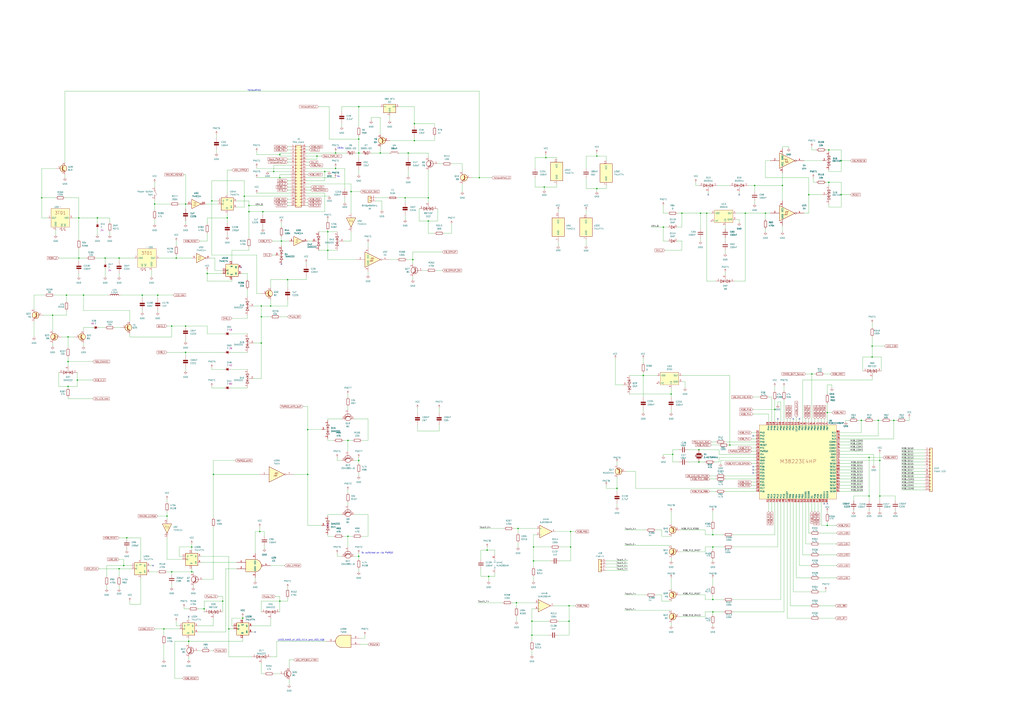
<source format=kicad_sch>
(kicad_sch (version 20250114) (generator "eeschema") (generator_version "9.0")
  (paper "A1")
  (title_block (title "PC110") (company "Recreated by: Ahmad Byagowi"))
  (text "5v switched on via PWRGD" (at 309.88 454.406 0) (effects (font (size 1.27 1.27))))
  (text "5v" (at 278.13 145.034 0) (effects (font (size 1.27 1.27))))
  (text "10.5v" (at 279.654 121.666 0) (effects (font (size 1.27 1.27))))
  (text "YellowWire1" (at 203.2 74.93 0) (effects (font (size 1.27 1.27)) (justify left bottom)))
  (text "U103_NAND_of_U53_1CLK_and_U53_1Q#" (at 228.092 526.034 0) (effects (font (size 1.27 1.27)) (justify left)))
  (junction (at 294.64 114.3))
  (junction (at 43.18 259.08))
  (junction (at 80.01 179.07))
  (junction (at 339.09 213.36))
  (junction (at 351.79 162.56))
  (junction (at 340.36 101.6))
  (junction (at 229.87 146.05))
  (junction (at 204.47 173.99))
  (junction (at 713.74 407.67))
  (junction (at 294.64 87.63))
  (junction (at 214.63 260.35))
  (junction (at 167.64 500.38))
  (junction (at 506.73 401.32))
  (junction (at 173.99 165.1))
  (junction (at 528.32 308.61))
  (junction (at 679.45 339.09))
  (junction (at 182.88 494.03))
  (junction (at 134.62 516.89))
  (junction (at 252.73 389.89))
  (junction (at 86.36 212.09))
  (junction (at 468.63 436.88))
  (junction (at 664.21 160.02))
  (junction (at 204.47 168.91))
  (junction (at 468.63 449.58))
  (junction (at 175.26 389.89))
  (junction (at 275.59 125.73))
  (junction (at 275.59 138.43))
  (junction (at 585.47 449.58))
  (junction (at 97.79 212.09))
  (junction (at 229.87 494.03))
  (junction (at 722.63 378.46))
  (junction (at 490.22 154.94))
  (junction (at 285.75 440.69))
  (junction (at 734.06 345.44))
  (junction (at 585.47 439.42))
  (junction (at 713.74 375.92))
  (junction (at 679.45 431.8))
  (junction (at 127 167.64))
  (junction (at 260.35 128.27))
  (junction (at 585.47 492.76))
  (junction (at 97.79 467.36))
  (junction (at 266.7 140.97))
  (junction (at 425.45 434.34))
  (junction (at 152.4 267.97))
  (junction (at 236.22 229.87))
  (junction (at 351.79 181.61))
  (junction (at 116.84 242.57))
  (junction (at 215.9 173.99))
  (junction (at 285.75 361.95))
  (junction (at 467.36 497.84))
  (junction (at 214.63 251.46))
  (junction (at 222.25 251.46))
  (junction (at 288.29 157.48))
  (junction (at 34.29 162.56))
  (junction (at 229.87 127))
  (junction (at 294.64 457.2))
  (junction (at 64.77 212.09))
  (junction (at 551.18 323.85))
  (junction (at 140.97 469.9))
  (junction (at 55.88 297.18))
  (junction (at 269.24 205.74))
  (junction (at 224.79 140.97))
  (junction (at 55.88 276.86))
  (junction (at 101.6 464.82))
  (junction (at 214.63 281.94))
  (junction (at 63.5 312.42))
  (junction (at 438.15 449.58))
  (junction (at 666.75 307.34))
  (junction (at 436.88 521.97))
  (junction (at 332.74 162.56))
  (junction (at 424.18 495.3))
  (junction (at 269.24 190.5))
  (junction (at 335.28 125.73))
  (junction (at 68.58 242.57))
  (junction (at 154.94 527.05))
  (junction (at 137.16 424.18))
  (junction (at 448.31 129.54))
  (junction (at 144.78 212.09))
  (junction (at 140.97 267.97))
  (junction (at 580.39 175.26))
  (junction (at 393.7 146.05))
  (junction (at 722.63 407.67))
  (junction (at 552.45 373.38))
  (junction (at 642.62 152.4))
  (junction (at 707.39 345.44))
  (junction (at 187.96 516.89))
  (junction (at 231.14 198.12))
  (junction (at 575.31 175.26))
  (junction (at 340.36 115.57))
  (junction (at 252.73 353.06))
  (junction (at 199.39 508))
  (junction (at 152.4 167.64))
  (junction (at 200.66 161.29))
  (junction (at 721.36 345.44))
  (junction (at 157.48 469.9))
  (junction (at 636.27 336.55))
  (junction (at 170.18 224.79))
  (junction (at 628.65 175.26))
  (junction (at 55.88 317.5))
  (junction (at 619.76 152.4))
  (junction (at 447.04 153.67))
  (junction (at 690.88 132.08))
  (junction (at 401.32 473.71))
  (junction (at 490.22 128.27))
  (junction (at 400.05 452.12))
  (junction (at 294.64 125.73))
  (junction (at 612.14 175.26))
  (junction (at 436.88 510.54))
  (junction (at 152.4 289.56))
  (junction (at 680.72 123.19))
  (junction (at 690.88 160.02))
  (junction (at 104.14 441.96))
  (junction (at 544.83 186.69))
  (junction (at 186.69 179.07))
  (junction (at 467.36 510.54))
  (junction (at 716.28 284.48))
  (junction (at 574.04 369.57))
  (junction (at 680.72 149.86))
  (junction (at 54.61 242.57))
  (junction (at 213.36 436.88))
  (junction (at 157.48 449.58))
  (junction (at 64.77 179.07))
  (junction (at 599.44 365.76))
  (junction (at 438.15 461.01))
  (junction (at 716.28 293.37))
  (junction (at 560.07 175.26))
  (junction (at 312.42 125.73))
  (junction (at 574.04 379.73))
  (junction (at 129.54 242.57))
  (junction (at 294.64 378.46))
  (junction (at 585.47 502.92))
  (no_connect (at 581.66 160.02))
  (no_connect (at 154.94 506.73))
  (no_connect (at 618.49 358.14))
  (no_connect (at 209.55 519.43))
  (no_connect (at 618.49 383.54))
  (no_connect (at 198.12 219.71))
  (no_connect (at 231.14 217.17))
  (no_connect (at 679.45 414.02))
  (no_connect (at 607.06 160.02))
  (no_connect (at 618.49 388.62))
  (no_connect (at 125.73 464.82))
  (no_connect (at 651.51 344.17))
  (no_connect (at 656.59 344.17))
  (no_connect (at 638.81 344.17))
  (no_connect (at 676.91 414.02))
  (no_connect (at 618.49 386.08))
  (wire (pts (xy 231.14 198.12) (xy 231.14 201.93)))
  (wire (pts (xy 618.49 340.36) (xy 631.19 340.36)))
  (wire (pts (xy 543.56 494.03) (xy 551.18 494.03)))
  (wire (pts (xy 497.84 468.63) (xy 515.62 468.63)))
  (wire (pts (xy 252.73 198.12) (xy 256.54 198.12)))
  (wire (pts (xy 199.39 506.73) (xy 199.39 508)))
  (wire (pts (xy 165.1 457.2) (xy 187.96 457.2)))
  (wire (pts (xy 713.74 420.37) (xy 713.74 419.1)))
  (wire (pts (xy 394.97 452.12) (xy 394.97 459.74)))
  (wire (pts (xy 68.58 271.78) (xy 68.58 269.24)))
  (wire (pts (xy 63.5 312.42) (xy 76.2 312.42)))
  (wire (pts (xy 167.64 502.92) (xy 167.64 500.38)))
  (wire (pts (xy 665.48 474.98) (xy 654.05 474.98)))
  (wire (pts (xy 538.48 488.95) (xy 543.56 488.95)))
  (wire (pts (xy 80.01 179.07) (xy 80.01 182.88)))
  (wire (pts (xy 260.35 128.27) (xy 264.16 128.27)))
  (wire (pts (xy 124.46 227.33) (xy 124.46 222.25)))
  (wire (pts (xy 670.56 149.86) (xy 668.02 149.86)))
  (wire (pts (xy 123.19 464.82) (xy 125.73 464.82)))
  (wire (pts (xy 147.32 457.2) (xy 149.86 457.2)))
  (wire (pts (xy 190.5 231.14) (xy 170.18 231.14)))
  (wire (pts (xy 223.52 198.12) (xy 231.14 198.12)))
  (wire (pts (xy 582.93 393.7) (xy 588.01 393.7)))
  (wire (pts (xy 252.73 389.89) (xy 252.73 353.06)))
  (wire (pts (xy 497.84 154.94) (xy 490.22 154.94)))
  (wire (pts (xy 481.33 128.27) (xy 481.33 138.43)))
  (wire (pts (xy 45.72 189.23) (xy 45.72 193.04)))
  (wire (pts (xy 339.09 213.36) (xy 339.09 207.01)))
  (wire (pts (xy 628.65 175.26) (xy 632.46 175.26)))
  (wire (pts (xy 552.45 379.73) (xy 552.45 373.38)))
  (wire (pts (xy 173.99 165.1) (xy 179.07 165.1)))
  (wire (pts (xy 199.39 508) (xy 199.39 509.27)))
  (wire (pts (xy 294.64 125.73) (xy 294.64 129.54)))
  (wire (pts (xy 425.45 445.77) (xy 425.45 449.58)))
  (wire (pts (xy 421.64 434.34) (xy 425.45 434.34)))
  (wire (pts (xy 210.82 137.16) (xy 210.82 138.43)))
  (wire (pts (xy 450.85 521.97) (xy 436.88 521.97)))
  (wire (pts (xy 229.87 125.73) (xy 238.76 125.73)))
  (wire (pts (xy 191.77 514.35) (xy 190.5 514.35)))
  (wire (pts (xy 215.9 186.69) (xy 215.9 187.96)))
  (wire (pts (xy 64.77 212.09) (xy 71.12 212.09)))
  (wire (pts (xy 641.35 412.75) (xy 641.35 492.76)))
  (wire (pts (xy 651.51 412.75) (xy 651.51 486.41)))
  (wire (pts (xy 203.2 237.49) (xy 203.2 243.84)))
  (wire (pts (xy 276.86 375.92) (xy 276.86 378.46)))
  (wire (pts (xy 556.26 186.69) (xy 560.07 186.69)))
  (wire (pts (xy 266.7 173.99) (xy 215.9 173.99)))
  (wire (pts (xy 173.99 165.1) (xy 173.99 209.55)))
  (wire (pts (xy 283.21 138.43) (xy 283.21 154.94)))
  (wire (pts (xy 294.64 378.46) (xy 294.64 375.92)))
  (wire (pts (xy 290.83 378.46) (xy 294.64 378.46)))
  (wire (pts (xy 127 167.64) (xy 139.7 167.64)))
  (wire (pts (xy 701.04 419.1) (xy 701.04 420.37)))
  (wire (pts (xy 648.97 497.84) (xy 665.48 497.84)))
  (wire (pts (xy 436.88 521.97) (xy 436.88 510.54)))
  (wire (pts (xy 646.43 508) (xy 665.48 508)))
  (wire (pts (xy 708.66 293.37) (xy 716.28 293.37)))
  (wire (pts (xy 162.56 534.67) (xy 165.1 534.67)))
  (wire (pts (xy 294.64 114.3) (xy 270.51 114.3)))
  (wire (pts (xy 50.8 276.86) (xy 55.88 276.86)))
  (wire (pts (xy 565.15 379.73) (xy 574.04 379.73)))
  (wire (pts (xy 280.67 344.17) (xy 269.24 344.17)))
  (wire (pts (xy 633.73 326.39) (xy 631.19 326.39)))
  (wire (pts (xy 552.45 369.57) (xy 557.53 369.57)))
  (wire (pts (xy 237.49 542.29) (xy 241.3 542.29)))
  (wire (pts (xy 674.37 412.75) (xy 674.37 431.8)))
  (wire (pts (xy 97.79 467.36) (xy 107.95 467.36)))
  (wire (pts (xy 236.22 251.46) (xy 222.25 251.46)))
  (wire (pts (xy 436.88 534.67) (xy 436.88 538.48)))
  (wire (pts (xy 636.27 439.42) (xy 601.98 439.42)))
  (wire (pts (xy 140.97 469.9) (xy 157.48 469.9)))
  (wire (pts (xy 628.65 187.96) (xy 628.65 190.5)))
  (wire (pts (xy 152.4 289.56) (xy 152.4 292.1)))
  (wire (pts (xy 97.79 212.09) (xy 110.49 212.09)))
  (wire (pts (xy 528.32 339.09) (xy 528.32 336.55)))
  (wire (pts (xy 198.12 224.79) (xy 203.2 224.79)))
  (wire (pts (xy 666.75 412.75) (xy 666.75 420.37)))
  (wire (pts (xy 664.21 146.05) (xy 628.65 146.05)))
  (wire (pts (xy 327.66 125.73) (xy 335.28 125.73)))
  (wire (pts (xy 304.8 96.52) (xy 304.8 99.06)))
  (wire (pts (xy 548.64 198.12) (xy 544.83 198.12)))
  (wire (pts (xy 585.47 439.42) (xy 594.36 439.42)))
  (wire (pts (xy 689.61 381) (xy 708.66 381)))
  (wire (pts (xy 544.83 373.38) (xy 552.45 373.38)))
  (wire (pts (xy 276.86 457.2) (xy 280.67 457.2)))
  (wire (pts (xy 673.1 438.15) (xy 687.07 438.15)))
  (wire (pts (xy 679.45 316.23) (xy 679.45 323.85)))
  (wire (pts (xy 633.73 346.71) (xy 633.73 326.39)))
  (wire (pts (xy 45.72 138.43) (xy 34.29 138.43)))
  (wire (pts (xy 643.89 317.5) (xy 643.89 321.31)))
  (wire (pts (xy 137.16 267.97) (xy 140.97 267.97)))
  (wire (pts (xy 229.87 127) (xy 210.82 127)))
  (wire (pts (xy 642.62 152.4) (xy 642.62 165.1)))
  (wire (pts (xy 144.78 209.55) (xy 144.78 212.09)))
  (wire (pts (xy 447.04 153.67) (xy 439.42 153.67)))
  (wire (pts (xy 236.22 494.03) (xy 236.22 491.49)))
  (wire (pts (xy 236.22 251.46) (xy 236.22 246.38)))
  (wire (pts (xy 312.42 125.73) (xy 320.04 125.73)))
  (wire (pts (xy 359.41 134.62) (xy 363.22 134.62)))
  (wire (pts (xy 78.74 212.09) (xy 86.36 212.09)))
  (wire (pts (xy 647.7 121.92) (xy 647.7 120.65)))
  (wire (pts (xy 585.47 449.58) (xy 585.47 452.12)))
  (wire (pts (xy 294.64 457.2) (xy 294.64 454.66)))
  (wire (pts (xy 55.88 276.86) (xy 55.88 285.75)))
  (wire (pts (xy 448.31 127) (xy 448.31 129.54)))
  (wire (pts (xy 544.83 175.26) (xy 548.64 175.26)))
  (wire (pts (xy 551.18 474.98) (xy 551.18 483.87)))
  (wire (pts (xy 208.28 311.15) (xy 214.63 311.15)))
  (wire (pts (xy 210.82 158.75) (xy 238.76 158.75)))
  (wire (pts (xy 187.96 457.2) (xy 187.96 516.89)))
  (wire (pts (xy 308.61 162.56) (xy 318.77 162.56)))
  (wire (pts (xy 175.26 514.35) (xy 175.26 508)))
  (wire (pts (xy 528.32 294.64) (xy 528.32 298.45)))
  (wire (pts (xy 351.79 139.7) (xy 351.79 162.56)))
  (wire (pts (xy 721.36 345.44) (xy 723.9 345.44)))
  (wire (pts (xy 90.17 190.5) (xy 90.17 193.04)))
  (wire (pts (xy 621.03 375.92) (xy 590.55 375.92)))
  (wire (pts (xy 190.5 508) (xy 199.39 508)))
  (wire (pts (xy 506.73 392.43) (xy 506.73 401.32)))
  (wire (pts (xy 34.29 162.56) (xy 34.29 179.07)))
  (wire (pts (xy 207.01 519.43) (xy 209.55 519.43)))
  (wire (pts (xy 186.69 175.26) (xy 186.69 179.07)))
  (wire (pts (xy 661.67 344.17) (xy 661.67 346.71)))
  (wire (pts (xy 269.24 205.74) (xy 276.86 205.74)))
  (wire (pts (xy 208.28 281.94) (xy 214.63 281.94)))
  (wire (pts (xy 43.18 259.08) (xy 43.18 271.78)))
  (wire (pts (xy 648.97 344.17) (xy 648.97 346.71)))
  (wire (pts (xy 55.88 293.37) (xy 55.88 297.18)))
  (wire (pts (xy 214.63 260.35) (xy 214.63 251.46)))
  (wire (pts (xy 659.13 312.42) (xy 716.28 312.42)))
  (wire (pts (xy 406.4 473.71) (xy 401.32 473.71)))
  (wire (pts (xy 403.86 146.05) (xy 393.7 146.05)))
  (wire (pts (xy 740.41 392.43) (xy 759.46 392.43)))
  (wire (pts (xy 127 516.89) (xy 134.62 516.89)))
  (wire (pts (xy 392.43 495.3) (xy 412.75 495.3)))
  (wire (pts (xy 127 180.34) (xy 127 184.15)))
  (wire (pts (xy 189.23 303.53) (xy 203.2 303.53)))
  (wire (pts (xy 320.04 95.25) (xy 320.04 99.06)))
  (wire (pts (xy 690.88 160.02) (xy 698.5 160.02)))
  (wire (pts (xy 332.74 162.56) (xy 351.79 162.56)))
  (wire (pts (xy 560.07 308.61) (xy 599.44 308.61)))
  (wire (pts (xy 299.72 521.97) (xy 299.72 524.51)))
  (wire (pts (xy 631.19 412.75) (xy 631.19 420.37)))
  (wire (pts (xy 740.41 384.81) (xy 759.46 384.81)))
  (wire (pts (xy 129.54 242.57) (xy 129.54 245.11)))
  (wire (pts (xy 269.24 213.36) (xy 269.24 205.74)))
  (wire (pts (xy 334.01 213.36) (xy 339.09 213.36)))
  (wire (pts (xy 222.25 539.75) (xy 227.33 539.75)))
  (wire (pts (xy 579.12 506.73) (xy 579.12 502.92)))
  (wire (pts (xy 312.42 96.52) (xy 304.8 96.52)))
  (wire (pts (xy 236.22 166.37) (xy 238.76 166.37)))
  (wire (pts (xy 229.87 143.51) (xy 238.76 143.51)))
  (wire (pts (xy 157.48 469.9) (xy 157.48 467.36)))
  (wire (pts (xy 678.18 485.14) (xy 678.18 486.41)))
  (wire (pts (xy 252.73 163.83) (xy 251.46 163.83)))
  (wire (pts (xy 292.1 125.73) (xy 294.64 125.73)))
  (wire (pts (xy 170.18 191.77) (xy 170.18 198.12)))
  (wire (pts (xy 335.28 125.73) (xy 335.28 129.54)))
  (wire (pts (xy 170.18 224.79) (xy 182.88 224.79)))
  (wire (pts (xy 342.9 354.33) (xy 342.9 349.25)))
  (wire (pts (xy 689.61 365.76) (xy 708.66 365.76)))
  (wire (pts (xy 229.87 128.27) (xy 238.76 128.27)))
  (wire (pts (xy 332.74 176.53) (xy 332.74 180.34)))
  (wire (pts (xy 175.26 476.25) (xy 175.26 433.07)))
  (wire (pts (xy 215.9 173.99) (xy 215.9 176.53)))
  (wire (pts (xy 664.21 160.02) (xy 675.64 160.02)))
  (wire (pts (xy 607.06 180.34) (xy 607.06 182.88)))
  (wire (pts (xy 222.25 229.87) (xy 222.25 236.22)))
  (wire (pts (xy 654.05 474.98) (xy 654.05 412.75)))
  (wire (pts (xy 81.28 467.36) (xy 97.79 467.36)))
  (wire (pts (xy 147.32 167.64) (xy 152.4 167.64)))
  (wire (pts (xy 340.36 101.6) (xy 356.87 101.6)))
  (wire (pts (xy 595.63 195.58) (xy 595.63 198.12)))
  (wire (pts (xy 204.47 165.1) (xy 204.47 168.91)))
  (wire (pts (xy 543.56 440.69) (xy 543.56 435.61)))
  (wire (pts (xy 585.47 435.61) (xy 585.47 439.42)))
  (wire (pts (xy 209.55 436.88) (xy 213.36 436.88)))
  (wire (pts (xy 68.58 269.24) (xy 76.2 269.24)))
  (wire (pts (xy 200.66 161.29) (xy 200.66 148.59)))
  (wire (pts (xy 436.88 510.54) (xy 436.88 500.38)))
  (wire (pts (xy 722.63 407.67) (xy 722.63 411.48)))
  (wire (pts (xy 175.26 425.45) (xy 175.26 389.89)))
  (wire (pts (xy 294.64 111.76) (xy 294.64 114.3)))
  (wire (pts (xy 360.68 335.28) (xy 360.68 339.09)))
  (wire (pts (xy 438.15 473.71) (xy 438.15 477.52)))
  (wire (pts (xy 340.36 113.03) (xy 340.36 115.57)))
  (wire (pts (xy 651.51 486.41) (xy 665.48 486.41)))
  (wire (pts (xy 454.66 497.84) (xy 467.36 497.84)))
  (wire (pts (xy 401.32 473.71) (xy 394.97 473.71)))
  (wire (pts (xy 280.67 101.6) (xy 280.67 104.14)))
  (wire (pts (xy 281.94 198.12) (xy 288.29 198.12)))
  (wire (pts (xy 172.72 212.09) (xy 176.53 212.09)))
  (wire (pts (xy 219.71 140.97) (xy 224.79 140.97)))
  (wire (pts (xy 251.46 138.43) (xy 275.59 138.43)))
  (wire (pts (xy 269.24 190.5) (xy 269.24 205.74)))
  (wire (pts (xy 134.62 516.89) (xy 134.62 521.97)))
  (wire (pts (xy 660.4 175.26) (xy 664.21 175.26)))
  (wire (pts (xy 585.47 502.92) (xy 594.36 502.92)))
  (wire (pts (xy 251.46 120.65) (xy 254 120.65)))
  (wire (pts (xy 740.41 374.65) (xy 759.46 374.65)))
  (wire (pts (xy 127 149.86) (xy 127 153.67)))
  (wire (pts (xy 638.81 449.58) (xy 601.98 449.58)))
  (wire (pts (xy 182.88 494.03) (xy 182.88 490.22)))
  (wire (pts (xy 450.85 510.54) (xy 436.88 510.54)))
  (wire (pts (xy 207.01 539.75) (xy 187.96 539.75)))
  (wire (pts (xy 152.4 181.61) (xy 152.4 184.15)))
  (wire (pts (xy 558.8 435.61) (xy 579.12 435.61)))
  (wire (pts (xy 154.94 500.38) (xy 151.13 500.38)))
  (wire (pts (xy 288.29 157.48) (xy 288.29 175.26)))
  (wire (pts (xy 222.25 229.87) (xy 236.22 229.87)))
  (wire (pts (xy 665.48 447.04) (xy 661.67 447.04)))
  (wire (pts (xy 679.45 331.47) (xy 679.45 339.09)))
  (wire (pts (xy 740.41 372.11) (xy 759.46 372.11)))
  (wire (pts (xy 560.07 175.26) (xy 575.31 175.26)))
  (wire (pts (xy 528.32 308.61) (xy 539.75 308.61)))
  (wire (pts (xy 86.36 220.98) (xy 86.36 227.33)))
  (wire (pts (xy 393.7 74.93) (xy 393.7 146.05)))
  (wire (pts (xy 55.88 297.18) (xy 55.88 300.99)))
  (wire (pts (xy 689.61 403.86) (xy 708.66 403.86)))
  (wire (pts (xy 356.87 115.57) (xy 356.87 111.76)))
  (wire (pts (xy 144.78 198.12) (xy 144.78 201.93)))
  (wire (pts (xy 514.35 387.35) (xy 521.97 387.35)))
  (wire (pts (xy 312.42 110.49) (xy 312.42 96.52)))
  (wire (pts (xy 97.79 212.09) (xy 97.79 214.63)))
  (wire (pts (xy 294.64 457.2) (xy 294.64 459.74)))
  (wire (pts (xy 173.99 209.55) (xy 210.82 209.55)))
  (wire (pts (xy 740.41 397.51) (xy 759.46 397.51)))
  (wire (pts (xy 280.67 87.63) (xy 280.67 91.44)))
  (wire (pts (xy 558.8 453.39) (xy 579.12 453.39)))
  (wire (pts (xy 708.66 304.8) (xy 708.66 293.37)))
  (wire (pts (xy 678.18 149.86) (xy 680.72 149.86)))
  (wire (pts (xy 638.81 412.75) (xy 638.81 449.58)))
  (wire (pts (xy 175.26 389.89) (xy 213.36 389.89)))
  (wire (pts (xy 251.46 146.05) (xy 275.59 146.05)))
  (wire (pts (xy 294.64 467.36) (xy 294.64 469.9)))
  (wire (pts (xy 534.67 186.69) (xy 544.83 186.69)))
  (wire (pts (xy 137.16 420.37) (xy 137.16 424.18)))
  (wire (pts (xy 129.54 242.57) (xy 142.24 242.57)))
  (wire (pts (xy 64.77 224.79) (xy 64.77 227.33)))
  (wire (pts (xy 162.56 519.43) (xy 185.42 519.43)))
  (wire (pts (xy 173.99 318.77) (xy 184.15 318.77)))
  (wire (pts (xy 236.22 148.59) (xy 238.76 148.59)))
  (wire (pts (xy 516.89 308.61) (xy 528.32 308.61)))
  (wire (pts (xy 217.17 448.31) (xy 217.17 450.85)))
  (wire (pts (xy 601.98 492.76) (xy 641.35 492.76)))
  (wire (pts (xy 266.7 158.75) (xy 251.46 158.75)))
  (wire (pts (xy 104.14 441.96) (xy 115.57 441.96)))
  (wire (pts (xy 394.97 473.71) (xy 394.97 467.36)))
  (wire (pts (xy 339.09 207.01) (xy 363.22 207.01)))
  (wire (pts (xy 740.41 379.73) (xy 759.46 379.73)))
  (wire (pts (xy 251.46 161.29) (xy 270.51 161.29)))
  (wire (pts (xy 497.84 132.08) (xy 497.84 128.27)))
  (wire (pts (xy 680.72 149.86) (xy 690.88 149.86)))
  (wire (pts (xy 144.78 514.35) (xy 144.78 510.54)))
  (wire (pts (xy 55.88 276.86) (xy 60.96 276.86)))
  (wire (pts (xy 680.72 124.46) (xy 680.72 123.19)))
  (wire (pts (xy 222.25 464.82) (xy 233.68 464.82)))
  (wire (pts (xy 358.14 222.25) (xy 363.22 222.25)))
  (wire (pts (xy 599.44 365.76) (xy 621.03 365.76)))
  (wire (pts (xy 574.04 152.4) (xy 571.5 152.4)))
  (wire (pts (xy 229.87 146.05) (xy 238.76 146.05)))
  (wire (pts (xy 674.37 431.8) (xy 679.45 431.8)))
  (wire (pts (xy 659.13 312.42) (xy 659.13 346.71)))
  (wire (pts (xy 551.18 458.47) (xy 551.18 461.01)))
  (wire (pts (xy 149.86 459.74) (xy 137.16 459.74)))
  (wire (pts (xy 101.6 464.82) (xy 101.6 459.74)))
  (wire (pts (xy 157.48 449.58) (xy 157.48 452.12)))
  (wire (pts (xy 642.62 152.4) (xy 642.62 142.24)))
  (wire (pts (xy 237.49 548.64) (xy 237.49 542.29)))
  (wire (pts (xy 617.22 355.6) (xy 621.03 355.6)))
  (wire (pts (xy 152.4 167.64) (xy 152.4 171.45)))
  (wire (pts (xy 302.26 422.91) (xy 302.26 440.69)))
  (wire (pts (xy 45.72 162.56) (xy 34.29 162.56)))
  (wire (pts (xy 251.46 128.27) (xy 260.35 128.27)))
  (wire (pts (xy 151.13 500.38) (xy 151.13 499.11)))
  (wire (pts (xy 167.64 494.03) (xy 182.88 494.03)))
  (wire (pts (xy 458.47 521.97) (xy 467.36 521.97)))
  (wire (pts (xy 173.99 317.5) (xy 173.99 318.77)))
  (wire (pts (xy 424.18 506.73) (xy 424.18 510.54)))
  (wire (pts (xy 717.55 345.44) (xy 721.36 345.44)))
  (wire (pts (xy 468.63 449.58) (xy 468.63 436.88)))
  (wire (pts (xy 285.75 361.95) (xy 285.75 370.84)))
  (wire (pts (xy 252.73 334.01) (xy 252.73 353.06)))
  (wire (pts (xy 251.46 133.35) (xy 254 133.35)))
  (wire (pts (xy 210.82 146.05) (xy 229.87 146.05)))
  (wire (pts (xy 269.24 189.23) (xy 269.24 190.5)))
  (wire (pts (xy 580.39 231.14) (xy 580.39 175.26)))
  (wire (pts (xy 505.46 316.23) (xy 505.46 294.64)))
  (wire (pts (xy 294.64 87.63) (xy 294.64 104.14)))
  (wire (pts (xy 438.15 439.42) (xy 440.69 439.42)))
  (wire (pts (xy 638.81 332.74) (xy 638.81 330.2)))
  (wire (pts (xy 186.69 139.7) (xy 186.69 160.02)))
  (wire (pts (xy 288.29 198.12) (xy 288.29 190.5)))
  (wire (pts (xy 638.81 344.17) (xy 638.81 346.71)))
  (wire (pts (xy 544.83 186.69) (xy 548.64 186.69)))
  (wire (pts (xy 628.65 132.08) (xy 632.46 132.08)))
  (wire (pts (xy 170.18 274.32) (xy 170.18 267.97)))
  (wire (pts (xy 713.74 407.67) (xy 713.74 411.48)))
  (wire (pts (xy 689.61 386.08) (xy 708.66 386.08)))
  (wire (pts (xy 631.19 340.36) (xy 631.19 346.71)))
  (wire (pts (xy 99.06 242.57) (xy 116.84 242.57)))
  (wire (pts (xy 236.22 236.22) (xy 236.22 229.87)))
  (wire (pts (xy 137.16 469.9) (xy 140.97 469.9)))
  (wire (pts (xy 516.89 323.85) (xy 551.18 323.85)))
  (wire (pts (xy 59.69 179.07) (xy 64.77 179.07)))
  (wire (pts (xy 283.21 138.43) (xy 275.59 138.43)))
  (wire (pts (xy 241.3 389.89) (xy 252.73 389.89)))
  (wire (pts (xy 147.32 514.35) (xy 144.78 514.35)))
  (wire (pts (xy 186.69 193.04) (xy 186.69 194.31)))
  (wire (pts (xy 506.73 414.02) (xy 506.73 416.56)))
  (wire (pts (xy 579.12 453.39) (xy 579.12 449.58)))
  (wire (pts (xy 584.2 363.22) (xy 588.01 363.22)))
  (wire (pts (xy 612.14 231.14) (xy 612.14 175.26)))
  (wire (pts (xy 511.81 316.23) (xy 505.46 316.23)))
  (wire (pts (xy 87.63 481.33) (xy 87.63 483.87)))
  (wire (pts (xy 48.26 317.5) (xy 55.88 317.5)))
  (wire (pts (xy 716.28 265.43) (xy 716.28 269.24)))
  (wire (pts (xy 264.16 431.8) (xy 252.73 431.8)))
  (wire (pts (xy 490.22 125.73) (xy 490.22 128.27)))
  (wire (pts (xy 581.66 157.48) (xy 581.66 160.02)))
  (wire (pts (xy 152.4 278.13) (xy 152.4 280.67)))
  (wire (pts (xy 673.1 447.04) (xy 687.07 447.04)))
  (wire (pts (xy 671.83 412.75) (xy 671.83 420.37)))
  (wire (pts (xy 224.79 140.97) (xy 238.76 140.97)))
  (wire (pts (xy 425.45 434.34) (xy 425.45 438.15)))
  (wire (pts (xy 281.94 440.69) (xy 285.75 440.69)))
  (wire (pts (xy 490.22 154.94) (xy 481.33 154.94)))
  (wire (pts (xy 370.84 134.62) (xy 379.73 134.62)))
  (wire (pts (xy 513.08 501.65) (xy 551.18 501.65)))
  (wire (pts (xy 203.2 224.79) (xy 203.2 229.87)))
  (wire (pts (xy 497.84 401.32) (xy 497.84 398.78)))
  (wire (pts (xy 236.22 163.83) (xy 238.76 163.83)))
  (wire (pts (xy 157.48 469.9) (xy 158.75 469.9)))
  (wire (pts (xy 187.96 516.89) (xy 191.77 516.89)))
  (wire (pts (xy 44.45 242.57) (xy 54.61 242.57)))
  (wire (pts (xy 167.64 500.38) (xy 167.64 494.03)))
  (wire (pts (xy 251.46 140.97) (xy 266.7 140.97)))
  (wire (pts (xy 617.22 370.84) (xy 621.03 370.84)))
  (wire (pts (xy 208.28 251.46) (xy 214.63 251.46)))
  (wire (pts (xy 617.22 360.68) (xy 621.03 360.68)))
  (wire (pts (xy 223.52 209.55) (xy 226.06 209.55)))
  (wire (pts (xy 163.83 198.12) (xy 170.18 198.12)))
  (wire (pts (xy 127 167.64) (xy 127 172.72)))
  (wire (pts (xy 664.21 344.17) (xy 664.21 346.71)))
  (wire (pts (xy 528.32 306.07) (xy 528.32 308.61)))
  (wire (pts (xy 661.67 447.04) (xy 661.67 412.75)))
  (wire (pts (xy 604.52 175.26) (xy 612.14 175.26)))
  (wire (pts (xy 154.94 527.05) (xy 154.94 529.59)))
  (wire (pts (xy 147.32 449.58) (xy 147.32 457.2)))
  (wire (pts (xy 690.88 160.02) (xy 690.88 170.18)))
  (wire (pts (xy 275.59 125.73) (xy 284.48 125.73)))
  (wire (pts (xy 157.48 212.09) (xy 144.78 212.09)))
  (wire (pts (xy 654.05 342.9) (xy 654.05 346.71)))
  (wire (pts (xy 106.68 494.03) (xy 106.68 496.57)))
  (wire (pts (xy 140.97 267.97) (xy 152.4 267.97)))
  (wire (pts (xy 468.63 436.88) (xy 472.44 436.88)))
  (wire (pts (xy 157.48 449.58) (xy 147.32 449.58)))
  (wire (pts (xy 236.22 153.67) (xy 238.76 153.67)))
  (wire (pts (xy 424.18 495.3) (xy 424.18 499.11)))
  (wire (pts (xy 722.63 378.46) (xy 689.61 378.46)))
  (wire (pts (xy 55.88 317.5) (xy 63.5 317.5)))
  (wire (pts (xy 595.63 391.16) (xy 621.03 391.16)))
  (wire (pts (xy 420.37 495.3) (xy 424.18 495.3)))
  (wire (pts (xy 214.63 311.15) (xy 214.63 281.94)))
  (wire (pts (xy 448.31 129.54) (xy 439.42 129.54)))
  (wire (pts (xy 251.46 125.73) (xy 275.59 125.73)))
  (wire (pts (xy 481.33 196.85) (xy 481.33 201.93)))
  (wire (pts (xy 740.41 387.35) (xy 759.46 387.35)))
  (wire (pts (xy 229.87 127) (xy 229.87 128.27)))
  (wire (pts (xy 275.59 124.46) (xy 275.59 125.73)))
  (wire (pts (xy 173.99 148.59) (xy 173.99 165.1)))
  (wire (pts (xy 740.41 377.19) (xy 759.46 377.19)))
  (wire (pts (xy 370.84 184.15) (xy 370.84 191.77)))
  (wire (pts (xy 590.55 379.73) (xy 590.55 375.92)))
  (wire (pts (xy 621.03 363.22) (xy 595.63 363.22)))
  (wire (pts (xy 237.49 558.8) (xy 237.49 562.61)))
  (wire (pts (xy 152.4 167.64) (xy 152.4 143.51)))
  (wire (pts (xy 236.22 483.87) (xy 236.22 482.6)))
  (wire (pts (xy 182.88 494.03) (xy 182.88 502.92)))
  (wire (pts (xy 269.24 361.95) (xy 274.32 361.95)))
  (wire (pts (xy 595.63 403.86) (xy 621.03 403.86)))
  (wire (pts (xy 447.04 153.67) (xy 447.04 156.21)))
  (wire (pts (xy 157.48 447.04) (xy 157.48 449.58)))
  (wire (pts (xy 173.99 303.53) (xy 184.15 303.53)))
  (wire (pts (xy 642.62 120.65) (xy 642.62 121.92)))
  (wire (pts (xy 335.28 125.73) (xy 351.79 125.73)))
  (wire (pts (xy 210.82 138.43) (xy 238.76 138.43)))
  (wire (pts (xy 53.34 143.51) (xy 53.34 146.05)))
  (wire (pts (xy 229.87 494.03) (xy 236.22 494.03)))
  (wire (pts (xy 80.01 187.96) (xy 80.01 193.04)))
  (wire (pts (xy 618.49 336.55) (xy 636.27 336.55)))
  (wire (pts (xy 140.97 267.97) (xy 140.97 276.86)))
  (wire (pts (xy 356.87 191.77) (xy 351.79 191.77)))
  (wire (pts (xy 214.63 260.35) (xy 222.25 260.35)))
  (wire (pts (xy 269.24 440.69) (xy 274.32 440.69)))
  (wire (pts (xy 48.26 212.09) (xy 64.77 212.09)))
  (wire (pts (xy 222.25 246.38) (xy 222.25 251.46)))
  (wire (pts (xy 604.52 180.34) (xy 607.06 180.34)))
  (wire (pts (xy 276.86 454.66) (xy 276.86 457.2)))
  (wire (pts (xy 185.42 519.43) (xy 185.42 467.36)))
  (wire (pts (xy 646.43 344.17) (xy 646.43 346.71)))
  (wire (pts (xy 490.22 154.94) (xy 490.22 157.48)))
  (wire (pts (xy 661.67 307.34) (xy 666.75 307.34)))
  (wire (pts (xy 290.83 344.17) (xy 302.26 344.17)))
  (wire (pts (xy 152.4 302.26) (xy 152.4 304.8)))
  (wire (pts (xy 299.72 524.51) (xy 295.91 524.51)))
  (wire (pts (xy 589.28 152.4) (xy 599.44 152.4)))
  (wire (pts (xy 302.26 344.17) (xy 302.26 361.95)))
  (wire (pts (xy 177.8 110.49) (xy 177.8 113.03)))
  (wire (pts (xy 229.87 125.73) (xy 229.87 127)))
  (wire (pts (xy 204.47 203.2) (xy 204.47 205.74)))
  (wire (pts (xy 740.41 394.97) (xy 759.46 394.97)))
  (wire (pts (xy 53.34 74.93) (xy 393.7 74.93)))
  (wire (pts (xy 351.79 125.73) (xy 351.79 129.54)))
  (wire (pts (xy 707.39 345.44) (xy 709.93 345.44)))
  (wire (pts (xy 656.59 464.82) (xy 665.48 464.82)))
  (wire (pts (xy 302.26 223.52) (xy 302.26 226.06)))
  (wire (pts (xy 266.7 148.59) (xy 266.7 140.97)))
  (wire (pts (xy 689.61 370.84) (xy 708.66 370.84)))
  (wire (pts (xy 224.79 553.72) (xy 229.87 553.72)))
  (wire (pts (xy 689.61 368.3) (xy 708.66 368.3)))
  (wire (pts (xy 53.34 133.35) (xy 53.34 74.93)))
  (wire (pts (xy 251.46 153.67) (xy 255.27 153.67)))
  (wire (pts (xy 683.26 316.23) (xy 679.45 316.23)))
  (wire (pts (xy 591.82 378.46) (xy 621.03 378.46)))
  (wire (pts (xy 544.83 168.91) (xy 544.83 175.26)))
  (wire (pts (xy 294.64 378.46) (xy 294.64 381)))
  (wire (pts (xy 162.56 514.35) (xy 175.26 514.35)))
  (wire (pts (xy 283.21 166.37) (xy 283.21 162.56)))
  (wire (pts (xy 618.49 388.62) (xy 621.03 388.62)))
  (wire (pts (xy 586.74 379.73) (xy 590.55 379.73)))
  (wire (pts (xy 214.63 553.72) (xy 217.17 553.72)))
  (wire (pts (xy 176.53 212.09) (xy 176.53 222.25)))
  (wire (pts (xy 689.61 383.54) (xy 708.66 383.54)))
  (wire (pts (xy 129.54 242.57) (xy 116.84 242.57)))
  (wire (pts (xy 528.32 308.61) (xy 528.32 326.39)))
  (wire (pts (xy 607.06 157.48) (xy 607.06 160.02)))
  (wire (pts (xy 170.18 267.97) (xy 152.4 267.97)))
  (wire (pts (xy 332.74 162.56) (xy 332.74 166.37)))
  (wire (pts (xy 87.63 464.82) (xy 87.63 473.71)))
  (wire (pts (xy 651.51 344.17) (xy 651.51 346.71)))
  (wire (pts (xy 614.68 152.4) (xy 619.76 152.4)))
  (wire (pts (xy 646.43 412.75) (xy 646.43 508)))
  (wire (pts (xy 690.88 140.97) (xy 680.72 140.97)))
  (wire (pts (xy 628.65 146.05) (xy 628.65 132.08)))
  (wire (pts (xy 585.47 492.76) (xy 594.36 492.76)))
  (wire (pts (xy 360.68 349.25) (xy 360.68 354.33)))
  (wire (pts (xy 648.97 412.75) (xy 648.97 497.84)))
  (wire (pts (xy 154.94 506.73) (xy 154.94 509.27)))
  (wire (pts (xy 295.91 157.48) (xy 288.29 157.48)))
  (wire (pts (xy 551.18 323.85) (xy 551.18 326.39)))
  (wire (pts (xy 641.35 330.2) (xy 641.35 346.71)))
  (wire (pts (xy 660.4 132.08) (xy 675.64 132.08)))
  (wire (pts (xy 236.22 130.81) (xy 238.76 130.81)))
  (wire (pts (xy 158.75 481.33) (xy 158.75 482.6)))
  (wire (pts (xy 285.75 361.95) (xy 289.56 361.95)))
  (wire (pts (xy 424.18 495.3) (xy 439.42 495.3)))
  (wire (pts (xy 571.5 152.4) (xy 571.5 149.86)))
  (wire (pts (xy 560.07 198.12) (xy 556.26 198.12)))
  (wire (pts (xy 579.12 502.92) (xy 585.47 502.92)))
  (wire (pts (xy 149.86 557.53) (xy 143.51 557.53)))
  (wire (pts (xy 266.7 158.75) (xy 266.7 173.99)))
  (wire (pts (xy 93.98 269.24) (xy 99.06 269.24)))
  (wire (pts (xy 425.45 434.34) (xy 440.69 434.34)))
  (wire (pts (xy 468.63 461.01) (xy 468.63 449.58)))
  (wire (pts (xy 190.5 139.7) (xy 186.69 139.7)))
  (wire (pts (xy 694.69 345.44) (xy 697.23 345.44)))
  (wire (pts (xy 285.75 323.85) (xy 285.75 326.39)))
  (wire (pts (xy 406.4 452.12) (xy 406.4 455.93)))
  (wire (pts (xy 64.77 162.56) (xy 64.77 179.07)))
  (wire (pts (xy 379.73 134.62) (xy 379.73 140.97)))
  (wire (pts (xy 734.06 345.44) (xy 736.6 345.44)))
  (wire (pts (xy 740.41 400.05) (xy 759.46 400.05)))
  (wire (pts (xy 222.25 251.46) (xy 214.63 251.46)))
  (wire (pts (xy 673.1 508) (xy 685.8 508)))
  (wire (pts (xy 294.64 87.63) (xy 312.42 87.63)))
  (wire (pts (xy 393.7 146.05) (xy 387.35 146.05)))
  (wire (pts (xy 176.53 222.25) (xy 182.88 222.25)))
  (wire (pts (xy 467.36 521.97) (xy 467.36 510.54)))
  (wire (pts (xy 716.28 284.48) (xy 716.28 293.37)))
  (wire (pts (xy 351.79 181.61) (xy 344.17 181.61)))
  (wire (pts (xy 680.72 152.4) (xy 680.72 149.86)))
  (wire (pts (xy 304.8 125.73) (xy 312.42 125.73)))
  (wire (pts (xy 344.17 181.61) (xy 344.17 171.45)))
  (wire (pts (xy 209.55 454.66) (xy 209.55 436.88)))
  (wire (pts (xy 251.46 156.21) (xy 255.27 156.21)))
  (wire (pts (xy 664.21 160.02) (xy 664.21 146.05)))
  (wire (pts (xy 735.33 407.67) (xy 735.33 411.48)))
  (wire (pts (xy 172.72 534.67) (xy 175.26 534.67)))
  (wire (pts (xy 190.5 514.35) (xy 190.5 508)))
  (wire (pts (xy 671.83 344.17) (xy 671.83 346.71)))
  (wire (pts (xy 690.88 149.86) (xy 690.88 160.02)))
  (wire (pts (xy 659.13 412.75) (xy 659.13 455.93)))
  (wire (pts (xy 68.58 255.27) (xy 68.58 242.57)))
  (wire (pts (xy 521.97 401.32) (xy 521.97 387.35)))
  (wire (pts (xy 281.94 361.95) (xy 285.75 361.95)))
  (wire (pts (xy 115.57 474.98) (xy 115.57 496.57)))
  (wire (pts (xy 674.37 344.17) (xy 674.37 346.71)))
  (wire (pts (xy 227.33 539.75) (xy 227.33 527.05)))
  (wire (pts (xy 575.31 175.26) (xy 580.39 175.26)))
  (wire (pts (xy 459.74 461.01) (xy 468.63 461.01)))
  (wire (pts (xy 506.73 403.86) (xy 506.73 401.32)))
  (wire (pts (xy 339.09 227.33) (xy 339.09 229.87)))
  (wire (pts (xy 35.56 259.08) (xy 43.18 259.08)))
  (wire (pts (xy 676.91 344.17) (xy 676.91 346.71)))
  (wire (pts (xy 617.22 396.24) (xy 621.03 396.24)))
  (wire (pts (xy 595.63 223.52) (xy 595.63 226.06)))
  (wire (pts (xy 452.12 461.01) (xy 438.15 461.01)))
  (wire (pts (xy 457.2 151.13) (xy 457.2 153.67)))
  (wire (pts (xy 229.87 143.51) (xy 229.87 146.05)))
  (wire (pts (xy 137.16 424.18) (xy 137.16 426.72)))
  (wire (pts (xy 251.46 148.59) (xy 266.7 148.59)))
  (wire (pts (xy 63.5 312.42) (xy 63.5 306.07)))
  (wire (pts (xy 560.07 205.74) (xy 560.07 198.12)))
  (wire (pts (xy 285.75 405.13) (xy 285.75 402.59)))
  (wire (pts (xy 173.99 302.26) (xy 173.99 303.53)))
  (wire (pts (xy 204.47 205.74) (xy 190.5 205.74)))
  (wire (pts (xy 438.15 461.01) (xy 438.15 466.09)))
  (wire (pts (xy 574.04 369.57) (xy 590.55 369.57)))
  (wire (pts (xy 497.84 152.4) (xy 497.84 154.94)))
  (wire (pts (xy 497.84 463.55) (xy 515.62 463.55)))
  (wire (pts (xy 619.76 152.4) (xy 619.76 157.48)))
  (wire (pts (xy 679.45 339.09) (xy 679.45 346.71)))
  (wire (pts (xy 229.87 494.03) (xy 229.87 502.92)))
  (wire (pts (xy 302.26 361.95) (xy 297.18 361.95)))
  (wire (pts (xy 227.33 527.05) (xy 267.97 527.05)))
  (wire (pts (xy 64.77 214.63) (xy 64.77 212.09)))
  (wire (pts (xy 90.17 182.88) (xy 90.17 179.07)))
  (wire (pts (xy 214.63 494.03) (xy 229.87 494.03)))
  (wire (pts (xy 735.33 420.37) (xy 735.33 419.1)))
  (wire (pts (xy 588.01 231.14) (xy 580.39 231.14)))
  (wire (pts (xy 618.49 326.39) (xy 623.57 326.39)))
  (wire (pts (xy 351.79 162.56) (xy 351.79 166.37)))
  (wire (pts (xy 575.31 175.26) (xy 575.31 187.96)))
  (wire (pts (xy 439.42 153.67) (xy 439.42 146.05)))
  (wire (pts (xy 86.36 212.09) (xy 97.79 212.09)))
  (wire (pts (xy 213.36 436.88) (xy 217.17 436.88)))
  (wire (pts (xy 269.24 439.42) (xy 269.24 440.69)))
  (wire (pts (xy 129.54 255.27) (xy 129.54 256.54)))
  (wire (pts (xy 543.56 435.61) (xy 538.48 435.61)))
  (wire (pts (xy 666.75 123.19) (xy 666.75 120.65)))
  (wire (pts (xy 438.15 461.01) (xy 438.15 449.58)))
  (wire (pts (xy 269.24 422.91) (xy 269.24 424.18)))
  (wire (pts (xy 513.08 488.95) (xy 530.86 488.95)))
  (wire (pts (xy 224.79 135.89) (xy 238.76 135.89)))
  (wire (pts (xy 97.79 441.96) (xy 104.14 441.96)))
  (wire (pts (xy 34.29 138.43) (xy 34.29 162.56)))
  (wire (pts (xy 618.49 386.08) (xy 621.03 386.08)))
  (wire (pts (xy 746.76 345.44) (xy 744.22 345.44)))
  (wire (pts (xy 689.61 373.38) (xy 717.55 373.38)))
  (wire (pts (xy 721.36 345.44) (xy 721.36 358.14)))
  (wire (pts (xy 690.88 123.19) (xy 690.88 132.08)))
  (wire (pts (xy 716.28 312.42) (xy 716.28 309.88)))
  (wire (pts (xy 406.4 471.17) (xy 406.4 473.71)))
  (wire (pts (xy 689.61 398.78) (xy 708.66 398.78)))
  (wire (pts (xy 665.48 438.15) (xy 664.21 438.15)))
  (wire (pts (xy 190.5 261.62) (xy 203.2 261.62)))
  (wire (pts (xy 595.63 205.74) (xy 595.63 208.28)))
  (wire (pts (xy 676.91 307.34) (xy 681.99 307.34)))
  (wire (pts (xy 34.29 179.07) (xy 39.37 179.07)))
  (wire (pts (xy 565.15 369.57) (xy 574.04 369.57)))
  (wire (pts (xy 585.47 488.95) (xy 585.47 492.76)))
  (wire (pts (xy 292.1 213.36) (xy 269.24 213.36)))
  (wire (pts (xy 458.47 172.72) (xy 458.47 173.99)))
  (wire (pts (xy 154.94 524.51) (xy 154.94 527.05)))
  (wire (pts (xy 170.18 179.07) (xy 186.69 179.07)))
  (wire (pts (xy 716.28 276.86) (xy 716.28 284.48)))
  (wire (pts (xy 186.69 179.07) (xy 186.69 182.88)))
  (wire (pts (xy 54.61 242.57) (xy 54.61 247.65)))
  (wire (pts (xy 673.1 486.41) (xy 678.18 486.41)))
  (wire (pts (xy 137.16 459.74) (xy 137.16 441.96)))
  (wire (pts (xy 560.07 313.69) (xy 562.61 313.69)))
  (wire (pts (xy 457.2 129.54) (xy 448.31 129.54)))
  (wire (pts (xy 721.36 358.14) (xy 689.61 358.14)))
  (wire (pts (xy 326.39 162.56) (xy 332.74 162.56)))
  (wire (pts (xy 497.84 128.27) (xy 490.22 128.27)))
  (wire (pts (xy 294.64 87.63) (xy 280.67 87.63)))
  (wire (pts (xy 55.88 327.66) (xy 55.88 326.39)))
  (wire (pts (xy 689.61 388.62) (xy 708.66 388.62)))
  (wire (pts (xy 269.24 360.68) (xy 269.24 361.95)))
  (wire (pts (xy 340.36 101.6) (xy 340.36 102.87)))
  (wire (pts (xy 689.61 375.92) (xy 713.74 375.92)))
  (wire (pts (xy 200.66 148.59) (xy 173.99 148.59)))
  (wire (pts (xy 224.79 140.97) (xy 224.79 135.89)))
  (wire (pts (xy 252.73 168.91) (xy 251.46 168.91)))
  (wire (pts (xy 229.87 490.22) (xy 229.87 494.03)))
  (wire (pts (xy 588.01 403.86) (xy 582.93 403.86)))
  (wire (pts (xy 217.17 436.88) (xy 217.17 440.69)))
  (wire (pts (xy 689.61 401.32) (xy 708.66 401.32)))
  (wire (pts (xy 560.07 186.69) (xy 560.07 175.26)))
  (wire (pts (xy 97.79 467.36) (xy 97.79 473.71)))
  (wire (pts (xy 716.28 293.37) (xy 723.9 293.37)))
  (wire (pts (xy 690.88 132.08) (xy 698.5 132.08)))
  (wire (pts (xy 251.46 143.51) (xy 252.73 143.51)))
  (wire (pts (xy 320.04 213.36) (xy 326.39 213.36)))
  (wire (pts (xy 669.29 307.34) (xy 666.75 307.34)))
  (wire (pts (xy 261.62 205.74) (xy 269.24 205.74)))
  (wire (pts (xy 689.61 391.16) (xy 708.66 391.16)))
  (wire (pts (xy 643.89 502.92) (xy 601.98 502.92)))
  (wire (pts (xy 313.69 165.1) (xy 313.69 172.72)))
  (wire (pts (xy 636.27 336.55) (xy 636.27 346.71)))
  (wire (pts (xy 166.37 476.25) (xy 175.26 476.25)))
  (wire (pts (xy 459.74 449.58) (xy 468.63 449.58)))
  (wire (pts (xy 679.45 412.75) (xy 679.45 414.02)))
  (wire (pts (xy 436.88 521.97) (xy 436.88 527.05)))
  (wire (pts (xy 701.04 407.67) (xy 713.74 407.67)))
  (wire (pts (xy 740.41 389.89) (xy 759.46 389.89)))
  (wire (pts (xy 628.65 180.34) (xy 628.65 175.26)))
  (wire (pts (xy 617.22 381) (xy 621.03 381)))
  (wire (pts (xy 481.33 154.94) (xy 481.33 146.05)))
  (wire (pts (xy 43.18 281.94) (xy 43.18 284.48)))
  (wire (pts (xy 64.77 196.85) (xy 64.77 179.07)))
  (wire (pts (xy 439.42 129.54) (xy 439.42 138.43)))
  (wire (pts (xy 199.39 524.51) (xy 199.39 527.05)))
  (wire (pts (xy 617.22 398.78) (xy 621.03 398.78)))
  (wire (pts (xy 248.92 334.01) (xy 252.73 334.01)))
  (wire (pts (xy 340.36 87.63) (xy 340.36 101.6)))
  (wire (pts (xy 200.66 161.29) (xy 238.76 161.29)))
  (wire (pts (xy 236.22 156.21) (xy 238.76 156.21)))
  (wire (pts (xy 236.22 120.65) (xy 238.76 120.65)))
  (wire (pts (xy 140.97 480.06) (xy 140.97 482.6)))
  (wire (pts (xy 308.61 165.1) (xy 313.69 165.1)))
  (wire (pts (xy 185.42 467.36) (xy 194.31 467.36)))
  (wire (pts (xy 716.28 284.48) (xy 726.44 284.48)))
  (wire (pts (xy 106.68 276.86) (xy 106.68 274.32)))
  (wire (pts (xy 36.83 242.57) (xy 27.94 242.57)))
  (wire (pts (xy 670.56 123.19) (xy 666.75 123.19)))
  (wire (pts (xy 213.36 433.07) (xy 213.36 436.88)))
  (wire (pts (xy 621.03 373.38) (xy 590.55 373.38)))
  (wire (pts (xy 740.41 382.27) (xy 759.46 382.27)))
  (wire (pts (xy 116.84 255.27) (xy 116.84 256.54)))
  (wire (pts (xy 137.16 410.21) (xy 137.16 412.75)))
  (wire (pts (xy 229.87 260.35) (xy 236.22 260.35)))
  (wire (pts (xy 175.26 378.46) (xy 193.04 378.46)))
  (wire (pts (xy 664.21 175.26) (xy 664.21 160.02)))
  (wire (pts (xy 170.18 231.14) (xy 170.18 224.79)))
  (wire (pts (xy 585.47 449.58) (xy 594.36 449.58)))
  (wire (pts (xy 603.25 231.14) (xy 612.14 231.14)))
  (wire (pts (xy 636.27 328.93) (xy 636.27 336.55)))
  (wire (pts (xy 673.1 464.82) (xy 687.07 464.82)))
  (wire (pts (xy 590.55 373.38) (xy 590.55 369.57)))
  (wire (pts (xy 285.75 334.01) (xy 285.75 336.55)))
  (wire (pts (xy 327.66 87.63) (xy 340.36 87.63)))
  (wire (pts (xy 210.82 209.55) (xy 210.82 241.3)))
  (wire (pts (xy 123.19 469.9) (xy 129.54 469.9)))
  (wire (pts (xy 497.84 461.01) (xy 515.62 461.01)))
  (wire (pts (xy 633.73 412.75) (xy 633.73 420.37)))
  (wire (pts (xy 104.14 443.23) (xy 104.14 441.96)))
  (wire (pts (xy 170.18 222.25) (xy 170.18 224.79)))
  (wire (pts (xy 723.9 293.37) (xy 723.9 304.8)))
  (wire (pts (xy 393.7 434.34) (xy 414.02 434.34)))
  (wire (pts (xy 204.47 168.91) (xy 215.9 168.91)))
  (wire (pts (xy 54.61 259.08) (xy 43.18 259.08)))
  (wire (pts (xy 679.45 420.37) (xy 679.45 421.64)))
  (wire (pts (xy 236.22 168.91) (xy 238.76 168.91)))
  (wire (pts (xy 251.46 130.81) (xy 260.35 130.81)))
  (wire (pts (xy 127 163.83) (xy 127 167.64)))
  (wire (pts (xy 619.76 165.1) (xy 619.76 167.64)))
  (wire (pts (xy 214.63 502.92) (xy 214.63 494.03)))
  (wire (pts (xy 618.49 358.14) (xy 621.03 358.14)))
  (wire (pts (xy 162.56 500.38) (xy 167.64 500.38)))
  (wire (pts (xy 236.22 151.13) (xy 238.76 151.13)))
  (wire (pts (xy 490.22 128.27) (xy 481.33 128.27)))
  (wire (pts (xy 673.1 497.84) (xy 685.8 497.84)))
  (wire (pts (xy 106.68 255.27) (xy 68.58 255.27)))
  (wire (pts (xy 275.59 137.16) (xy 275.59 138.43)))
  (wire (pts (xy 679.45 431.8) (xy 687.07 431.8)))
  (wire (pts (xy 251.46 215.9) (xy 251.46 217.17)))
  (wire (pts (xy 584.2 365.76) (xy 590.55 365.76)))
  (wire (pts (xy 636.27 412.75) (xy 636.27 439.42)))
  (wire (pts (xy 236.22 123.19) (xy 238.76 123.19)))
  (wire (pts (xy 506.73 379.73) (xy 506.73 382.27)))
  (wire (pts (xy 513.08 448.31) (xy 551.18 448.31)))
  (wire (pts (xy 689.61 393.7) (xy 708.66 393.7)))
  (wire (pts (xy 214.63 544.83) (xy 214.63 553.72)))
  (wire (pts (xy 252.73 166.37) (xy 251.46 166.37)))
  (wire (pts (xy 585.47 459.74) (xy 585.47 461.01)))
  (wire (pts (xy 680.72 123.19) (xy 690.88 123.19)))
  (wire (pts (xy 285.75 440.69) (xy 285.75 449.58)))
  (wire (pts (xy 585.47 502.92) (xy 585.47 505.46)))
  (wire (pts (xy 579.12 449.58) (xy 585.47 449.58)))
  (wire (pts (xy 740.41 402.59) (xy 759.46 402.59)))
  (wire (pts (xy 543.56 488.95) (xy 543.56 494.03)))
  (wire (pts (xy 200.66 170.18) (xy 200.66 161.29)))
  (wire (pts (xy 676.91 412.75) (xy 676.91 414.02)))
  (wire (pts (xy 638.81 330.2) (xy 641.35 330.2)))
  (wire (pts (xy 215.9 173.99) (xy 204.47 173.99)))
  (wire (pts (xy 154.94 527.05) (xy 199.39 527.05)))
  (wire (pts (xy 203.2 261.62) (xy 203.2 259.08)))
  (wire (pts (xy 55.88 297.18) (xy 76.2 297.18)))
  (wire (pts (xy 335.28 139.7) (xy 335.28 144.78)))
  (wire (pts (xy 189.23 318.77) (xy 203.2 318.77)))
  (wire (pts (xy 360.68 354.33) (xy 342.9 354.33)))
  (wire (pts (xy 276.86 378.46) (xy 280.67 378.46)))
  (wire (pts (xy 346.71 222.25) (xy 350.52 222.25)))
  (wire (pts (xy 261.62 87.63) (xy 270.51 87.63)))
  (wire (pts (xy 579.12 439.42) (xy 585.47 439.42)))
  (wire (pts (xy 722.63 420.37) (xy 722.63 419.1)))
  (wire (pts (xy 312.42 120.65) (xy 312.42 125.73)))
  (wire (pts (xy 134.62 516.89) (xy 147.32 516.89)))
  (wire (pts (xy 269.24 180.34) (xy 269.24 181.61)))
  (wire (pts (xy 48.26 306.07) (xy 48.26 317.5)))
  (wire (pts (xy 551.18 420.37) (xy 551.18 430.53)))
  (wire (pts (xy 231.14 198.12) (xy 237.49 198.12)))
  (wire (pts (xy 669.29 412.75) (xy 669.29 420.37)))
  (wire (pts (xy 467.36 497.84) (xy 472.44 497.84)))
  (wire (pts (xy 713.74 375.92) (xy 713.74 407.67)))
  (wire (pts (xy 302.26 199.39) (xy 302.26 203.2)))
  (wire (pts (xy 189.23 274.32) (xy 203.2 274.32)))
  (wire (pts (xy 379.73 151.13) (xy 379.73 157.48)))
  (wire (pts (xy 280.67 422.91) (xy 269.24 422.91)))
  (wire (pts (xy 55.88 327.66) (xy 76.2 327.66)))
  (wire (pts (xy 210.82 124.46) (xy 210.82 127)))
  (wire (pts (xy 251.46 229.87) (xy 236.22 229.87)))
  (wire (pts (xy 544.83 374.65) (xy 544.83 373.38)))
  (wire (pts (xy 558.8 488.95) (xy 579.12 488.95)))
  (wire (pts (xy 175.26 389.89) (xy 175.26 378.46)))
  (wire (pts (xy 457.2 153.67) (xy 447.04 153.67)))
  (wire (pts (xy 457.2 130.81) (xy 457.2 129.54)))
  (wire (pts (xy 194.31 170.18) (xy 200.66 170.18)))
  (wire (pts (xy 130.81 212.09) (xy 144.78 212.09)))
  (wire (pts (xy 582.93 391.16) (xy 588.01 391.16)))
  (wire (pts (xy 618.49 383.54) (xy 621.03 383.54)))
  (wire (pts (xy 400.05 452.12) (xy 406.4 452.12)))
  (wire (pts (xy 455.93 436.88) (xy 468.63 436.88)))
  (wire (pts (xy 270.51 114.3) (xy 270.51 87.63)))
  (wire (pts (xy 544.83 198.12) (xy 544.83 186.69)))
  (wire (pts (xy 179.07 490.22) (xy 182.88 490.22)))
  (wire (pts (xy 106.68 276.86) (xy 140.97 276.86)))
  (wire (pts (xy 63.5 312.42) (xy 63.5 317.5)))
  (wire (pts (xy 580.39 175.26) (xy 584.2 175.26)))
  (wire (pts (xy 168.91 167.64) (xy 179.07 167.64)))
  (wire (pts (xy 231.14 194.31) (xy 231.14 198.12)))
  (wire (pts (xy 647.7 120.65) (xy 642.62 120.65)))
  (wire (pts (xy 585.47 513.08) (xy 585.47 514.35)))
  (wire (pts (xy 546.1 205.74) (xy 560.07 205.74)))
  (wire (pts (xy 683.26 318.77) (xy 683.26 316.23)))
  (wire (pts (xy 481.33 172.72) (xy 481.33 176.53)))
  (wire (pts (xy 251.46 123.19) (xy 254 123.19)))
  (wire (pts (xy 734.06 360.68) (xy 689.61 360.68)))
  (wire (pts (xy 116.84 242.57) (xy 116.84 245.11)))
  (wire (pts (xy 497.84 466.09) (xy 515.62 466.09)))
  (wire (pts (xy 252.73 353.06) (xy 264.16 353.06)))
  (wire (pts (xy 579.12 492.76) (xy 585.47 492.76)))
  (wire (pts (xy 707.39 345.44) (xy 707.39 355.6)))
  (wire (pts (xy 551.18 339.09) (xy 551.18 336.55)))
  (wire (pts (xy 340.36 115.57) (xy 356.87 115.57)))
  (wire (pts (xy 294.64 388.62) (xy 294.64 391.16)))
  (wire (pts (xy 643.89 412.75) (xy 643.89 502.92)))
  (wire (pts (xy 664.21 438.15) (xy 664.21 412.75)))
  (wire (pts (xy 704.85 345.44) (xy 707.39 345.44)))
  (wire (pts (xy 359.41 181.61) (xy 351.79 181.61)))
  (wire (pts (xy 170.18 184.15) (xy 170.18 179.07)))
  (wire (pts (xy 170.18 274.32) (xy 184.15 274.32)))
  (wire (pts (xy 595.63 393.7) (xy 621.03 393.7)))
  (wire (pts (xy 154.94 539.75) (xy 154.94 542.29)))
  (wire (pts (xy 302.26 440.69) (xy 297.18 440.69)))
  (wire (pts (xy 236.22 133.35) (xy 238.76 133.35)))
  (wire (pts (xy 207.01 514.35) (xy 222.25 514.35)))
  (wire (pts (xy 551.18 440.69) (xy 543.56 440.69)))
  (wire (pts (xy 458.47 199.39) (xy 458.47 201.93)))
  (wire (pts (xy 694.69 346.71) (xy 694.69 345.44)))
  (wire (pts (xy 370.84 191.77) (xy 364.49 191.77)))
  (wire (pts (xy 140.97 469.9) (xy 140.97 472.44)))
  (wire (pts (xy 210.82 241.3) (xy 214.63 241.3)))
  (wire (pts (xy 97.79 459.74) (xy 101.6 459.74)))
  (wire (pts (xy 513.08 435.61) (xy 530.86 435.61)))
  (wire (pts (xy 746.76 342.9) (xy 746.76 345.44)))
  (wire (pts (xy 707.39 355.6) (xy 689.61 355.6)))
  (wire (pts (xy 701.04 407.67) (xy 701.04 411.48)))
  (wire (pts (xy 612.14 175.26) (xy 628.65 175.26)))
  (wire (pts (xy 152.4 167.64) (xy 153.67 167.64)))
  (wire (pts (xy 598.17 365.76) (xy 599.44 365.76)))
  (wire (pts (xy 106.68 264.16) (xy 106.68 255.27)))
  (wire (pts (xy 690.88 170.18) (xy 680.72 170.18)))
  (wire (pts (xy 722.63 378.46) (xy 722.63 407.67)))
  (wire (pts (xy 97.79 224.79) (xy 97.79 227.33)))
  (wire (pts (xy 90.17 179.07) (xy 80.01 179.07)))
  (wire (pts (xy 129.54 424.18) (xy 137.16 424.18)))
  (wire (pts (xy 680.72 140.97) (xy 680.72 139.7)))
  (wire (pts (xy 151.13 143.51) (xy 152.4 143.51)))
  (wire (pts (xy 562.61 313.69) (xy 562.61 318.77)))
  (wire (pts (xy 143.51 557.53) (xy 143.51 527.05)))
  (wire (pts (xy 189.23 289.56) (xy 203.2 289.56)))
  (wire (pts (xy 53.34 162.56) (xy 64.77 162.56)))
  (wire (pts (xy 591.82 381) (xy 591.82 378.46)))
  (wire (pts (xy 557.53 379.73) (xy 552.45 379.73)))
  (wire (pts (xy 666.75 307.34) (xy 666.75 346.71)))
  (wire (pts (xy 579.12 435.61) (xy 579.12 439.42)))
  (wire (pts (xy 599.44 308.61) (xy 599.44 365.76)))
  (wire (pts (xy 204.47 173.99) (xy 204.47 195.58)))
  (wire (pts (xy 458.47 510.54) (xy 467.36 510.54)))
  (wire (pts (xy 579.12 488.95) (xy 579.12 492.76)))
  (wire (pts (xy 54.61 255.27) (xy 54.61 259.08)))
  (wire (pts (xy 165.1 462.28) (xy 194.31 462.28)))
  (wire (pts (xy 575.31 195.58) (xy 575.31 198.12)))
  (wire (pts (xy 558.8 506.73) (xy 579.12 506.73)))
  (wire (pts (xy 261.62 190.5) (xy 269.24 190.5)))
  (wire (pts (xy 617.22 368.3) (xy 621.03 368.3)))
  (wire (pts (xy 27.94 242.57) (xy 27.94 254)))
  (wire (pts (xy 436.88 500.38) (xy 439.42 500.38)))
  (wire (pts (xy 574.04 379.73) (xy 579.12 379.73)))
  (wire (pts (xy 551.18 318.77) (xy 551.18 323.85)))
  (wire (pts (xy 356.87 101.6) (xy 356.87 104.14)))
  (wire (pts (xy 556.26 175.26) (xy 560.07 175.26)))
  (wire (pts (xy 269.24 190.5) (xy 276.86 190.5)))
  (wire (pts (xy 394.97 452.12) (xy 400.05 452.12)))
  (wire (pts (xy 214.63 281.94) (xy 214.63 260.35)))
  (wire (pts (xy 731.52 345.44) (xy 734.06 345.44)))
  (wire (pts (xy 190.5 229.87) (xy 190.5 231.14)))
  (wire (pts (xy 735.33 407.67) (xy 722.63 407.67)))
  (wire (pts (xy 68.58 242.57) (xy 88.9 242.57)))
  (wire (pts (xy 285.75 412.75) (xy 285.75 415.29)))
  (wire (pts (xy 158.75 469.9) (xy 158.75 471.17)))
  (wire (pts (xy 689.61 363.22) (xy 708.66 363.22)))
  (wire (pts (xy 678.18 123.19) (xy 680.72 123.19)))
  (wire (pts (xy 231.14 182.88) (xy 231.14 186.69)))
  (wire (pts (xy 68.58 284.48) (xy 68.58 281.94)))
  (wire (pts (xy 177.8 125.73) (xy 177.8 123.19)))
  (wire (pts (xy 659.13 455.93) (xy 665.48 455.93)))
  (wire (pts (xy 585.47 474.98) (xy 585.47 481.33)))
  (wire (pts (xy 187.96 539.75) (xy 187.96 516.89)))
  (wire (pts (xy 680.72 170.18) (xy 680.72 167.64)))
  (wire (pts (xy 668.02 149.86) (xy 668.02 146.05)))
  (wire (pts (xy 251.46 227.33) (xy 251.46 229.87)))
  (wire (pts (xy 97.79 481.33) (xy 97.79 483.87)))
  (wire (pts (xy 643.89 328.93) (xy 643.89 346.71)))
  (wire (pts (xy 288.29 151.13) (xy 251.46 151.13)))
  (wire (pts (xy 294.64 114.3) (xy 294.64 125.73)))
  (wire (pts (xy 55.88 317.5) (xy 55.88 318.77)))
  (wire (pts (xy 251.46 135.89) (xy 254 135.89)))
  (wire (pts (xy 673.1 455.93) (xy 687.07 455.93)))
  (wire (pts (xy 290.83 422.91) (xy 302.26 422.91)))
  (wire (pts (xy 342.9 335.28) (xy 342.9 339.09)))
  (wire (pts (xy 81.28 269.24) (xy 86.36 269.24)))
  (wire (pts (xy 204.47 168.91) (xy 204.47 173.99)))
  (wire (pts (xy 619.76 152.4) (xy 642.62 152.4)))
  (wire (pts (xy 143.51 527.05) (xy 154.94 527.05)))
  (wire (pts (xy 552.45 373.38) (xy 552.45 369.57)))
  (wire (pts (xy 266.7 140.97) (xy 270.51 140.97)))
  (wire (pts (xy 137.16 289.56) (xy 152.4 289.56)))
  (wire (pts (xy 717.55 373.38) (xy 717.55 382.27)))
  (wire (pts (xy 506.73 401.32) (xy 497.84 401.32)))
  (wire (pts (xy 351.79 191.77) (xy 351.79 181.61)))
  (wire (pts (xy 679.45 429.26) (xy 679.45 431.8)))
  (wire (pts (xy 134.62 529.59) (xy 134.62 542.29)))
  (wire (pts (xy 64.77 204.47) (xy 64.77 212.09)))
  (wire (pts (xy 285.75 440.69) (xy 289.56 440.69)))
  (wire (pts (xy 467.36 510.54) (xy 467.36 497.84)))
  (wire (pts (xy 222.25 514.35) (xy 222.25 508)))
  (wire (pts (xy 636.27 317.5) (xy 636.27 321.31)))
  (wire (pts (xy 295.91 529.59) (xy 302.26 529.59)))
  (wire (pts (xy 521.97 401.32) (xy 621.03 401.32)))
  (wire (pts (xy 269.24 344.17) (xy 269.24 345.44)))
  (wire (pts (xy 294.64 125.73) (xy 297.18 125.73)))
  (wire (pts (xy 101.6 464.82) (xy 107.95 464.82)))
  (wire (pts (xy 101.6 464.82) (xy 87.63 464.82)))
  (wire (pts (xy 86.36 212.09) (xy 86.36 215.9)))
  (wire (pts (xy 401.32 473.71) (xy 401.32 477.52)))
  (wire (pts (xy 642.62 185.42) (xy 642.62 190.5)))
  (wire (pts (xy 290.83 457.2) (xy 294.64 457.2)))
  (wire (pts (xy 656.59 344.17) (xy 656.59 346.71)))
  (wire (pts (xy 690.88 132.08) (xy 690.88 140.97)))
  (wire (pts (xy 252.73 431.8) (xy 252.73 389.89)))
  (wire (pts (xy 359.41 171.45) (xy 359.41 181.61)))
  (wire (pts (xy 722.63 372.11) (xy 722.63 378.46)))
  (wire (pts (xy 64.77 179.07) (xy 80.01 179.07)))
  (wire (pts (xy 320.04 115.57) (xy 340.36 115.57)))
  (wire (pts (xy 452.12 449.58) (xy 438.15 449.58)))
  (wire (pts (xy 689.61 396.24) (xy 708.66 396.24)))
  (wire (pts (xy 27.94 264.16) (xy 27.94 276.86)))
  (wire (pts (xy 438.15 449.58) (xy 438.15 439.42)))
  (wire (pts (xy 339.09 213.36) (xy 339.09 217.17)))
  (wire (pts (xy 260.35 128.27) (xy 260.35 130.81)))
  (wire (pts (xy 194.31 165.1) (xy 204.47 165.1)))
  (wire (pts (xy 190.5 205.74) (xy 190.5 214.63)))
  (wire (pts (xy 673.1 474.98) (xy 687.07 474.98)))
  (wire (pts (xy 294.64 139.7) (xy 294.64 143.51)))
  (wire (pts (xy 106.68 496.57) (xy 115.57 496.57)))
  (wire (pts (xy 115.57 459.74) (xy 115.57 441.96)))
  (wire (pts (xy 209.55 474.98) (xy 209.55 477.52)))
  (wire (pts (xy 656.59 412.75) (xy 656.59 464.82)))
  (wire (pts (xy 288.29 151.13) (xy 288.29 157.48)))
  (wire (pts (xy 54.61 242.57) (xy 68.58 242.57)))
  (wire (pts (xy 400.05 449.58) (xy 400.05 452.12)))
  (wire (pts (xy 669.29 344.17) (xy 669.29 346.71)))
  (wire (pts (xy 595.63 185.42) (xy 595.63 187.96)))
  (wire (pts (xy 585.47 420.37) (xy 585.47 427.99)))
  (wire (pts (xy 152.4 289.56) (xy 184.15 289.56)))
  (wire (pts (xy 226.06 490.22) (xy 229.87 490.22)))
  (wire (pts (xy 713.74 375.92) (xy 725.17 375.92)))
  (wire (pts (xy 740.41 369.57) (xy 759.46 369.57)))
  (wire (pts (xy 104.14 450.85) (xy 104.14 452.12)))
  (wire (pts (xy 551.18 511.81) (xy 551.18 514.35)))
  (wire (pts (xy 734.06 345.44) (xy 734.06 360.68)))
  (wire (pts (xy 679.45 339.09) (xy 683.26 339.09)))
  (label "M38_P12_R407" (at 575.31 453.39 180))
  (label "M38_COM3" (at 740.41 394.97 0))
  (label "Touch_Y-" (at 515.62 461.01 180))
  (label "M38_SEG5" (at 740.41 382.27 0))
  (label "M38_SEG4" (at 708.66 391.16 180))
  (label "M38_COM1" (at 740.41 400.05 0))
  (label "M38_SEG8" (at 740.41 389.89 0))
  (label "Touch_X-" (at 513.08 448.31 0))
  (label "M38_P10_R413" (at 575.31 506.73 180))
  (label "M38_COM1" (at 708.66 365.76 180))
  (label "M38_SEG9" (at 740.41 392.43 0))
  (label "U54_Q" (at 215.9 168.91 180))
  (label "M38_COM0" (at 708.66 363.22 180))
  (label "M38_SEG6" (at 708.66 396.24 180))
  (label "Touch_Y+" (at 513.08 488.95 0))
  (label "M38_SEG7" (at 740.41 387.35 0))
  (label "M38_SEG0" (at 740.41 369.57 0))
  (label "Touch_X+" (at 515.62 466.09 180))
  (label "M38_SEG7" (at 708.66 398.78 180))
  (label "M38_SEG1" (at 708.66 383.54 180))
  (label "M38_P11_R167" (at 575.31 488.95 180))
  (label "Touch_Y-" (at 513.08 501.65 0))
  (label "Touch_Y+" (at 392.43 495.3 0))
  (label "M38_COM2" (at 708.66 368.3 180))
  (label "Touch_X+" (at 393.7 434.34 0))
  (label "Touch_X+" (at 513.08 435.61 0))
  (label "M38_COM0" (at 740.41 402.59 0))
  (label "M38_COM2" (at 740.41 397.51 0))
  (label "M38_P13_R390" (at 574.04 435.61 180))
  (label "M38_SEG2" (at 708.66 386.08 180))
  (label "M38_SEG0" (at 708.66 381 180))
  (label "M38_SEG3" (at 740.41 377.19 0))
  (label "Touch_X-" (at 515.62 463.55 180))
  (label "M38_SEG9" (at 708.66 403.86 180))
  (label "M38_SEG1" (at 740.41 372.11 0))
  (label "U54_Q" (at 534.67 186.69 0))
  (label "M38_SEG6" (at 740.41 384.81 0))
  (label "M38_COM3" (at 708.66 370.84 180))
  (label "Touch_Y+" (at 515.62 468.63 180))
  (label "M38_SEG4" (at 740.41 379.73 0))
  (label "M38_SEG2" (at 740.41 374.65 0))
  (label "M38_SEG3" (at 708.66 388.62 180))
  (label "M38_SEG5" (at 708.66 393.7 180))
  (label "M38_SEG8" (at 708.66 401.32 180))
  (global_label "M38_P20" (shape input) (at 617.22 398.78 180) (property "Intersheetrefs" "${INTERSHEET_REFS}" (effects (hide yes))))
  (global_label "U54_1PRE#" (shape input) (at 190.5 139.7 0) (property "Intersheetrefs" "${INTERSHEET_REFS}" (effects (hide yes))))
  (global_label "M38_P53" (shape input) (at 648.97 344.17 90) (property "Intersheetrefs" "${INTERSHEET_REFS}" (effects (hide yes))))
  (global_label "M38_P36" (shape input) (at 669.29 420.37 270) (property "Intersheetrefs" "${INTERSHEET_REFS}" (effects (hide yes))))
  (global_label "U106_1CLK" (shape input) (at 654.05 342.9 90) (property "Intersheetrefs" "${INTERSHEET_REFS}" (effects (hide yes))))
  (global_label "U21_98" (shape input) (at 685.8 497.84 0) (property "Intersheetrefs" "${INTERSHEET_REFS}" (effects (hide yes))))
  (global_label "U61_RTCBAT_470K" (shape input) (at 241.3 542.29 0) (property "Intersheetrefs" "${INTERSHEET_REFS}" (effects (hide yes))))
  (global_label "M38_P61" (shape input) (at 664.21 344.17 90) (property "Intersheetrefs" "${INTERSHEET_REFS}" (effects (hide yes))))
  (global_label "F65_ENAVEE" (shape input) (at 255.27 156.21 0) (property "Intersheetrefs" "${INTERSHEET_REFS}" (effects (hide yes))))
  (global_label "M38_P53" (shape input) (at 252.73 163.83 0) (property "Intersheetrefs" "${INTERSHEET_REFS}" (effects (hide yes))))
  (global_label "KB_RESET#" (shape input) (at 698.5 132.08 0) (property "Intersheetrefs" "${INTERSHEET_REFS}" (effects (hide yes))))
  (global_label "U54_1PRE#" (shape input) (at 233.68 464.82 0) (property "Intersheetrefs" "${INTERSHEET_REFS}" (effects (hide yes))))
  (global_label "D18_2_3" (shape input) (at 76.2 312.42 0) (property "Intersheetrefs" "${INTERSHEET_REFS}" (effects (hide yes))))
  (global_label "M38_P43" (shape input) (at 617.22 355.6 180) (property "Intersheetrefs" "${INTERSHEET_REFS}" (effects (hide yes))))
  (global_label "U53_2CLK" (shape input) (at 81.28 467.36 180) (property "Intersheetrefs" "${INTERSHEET_REFS}" (effects (hide yes))))
  (global_label "M38_P67" (shape input) (at 683.26 339.09 0) (property "Intersheetrefs" "${INTERSHEET_REFS}" (effects (hide yes))))
  (global_label "MN195_U1RD#" (shape input) (at 129.54 424.18 180) (property "Intersheetrefs" "${INTERSHEET_REFS}" (effects (hide yes))))
  (global_label "M38_P66" (shape input) (at 676.91 344.17 90) (property "Intersheetrefs" "${INTERSHEET_REFS}" (effects (hide yes))))
  (global_label "D4_3" (shape input) (at 223.52 209.55 180) (property "Intersheetrefs" "${INTERSHEET_REFS}" (effects (hide yes))))
  (global_label "Dock_PWR_IN-" (shape input) (at 236.22 130.81 180) (property "Intersheetrefs" "${INTERSHEET_REFS}" (effects (hide yes))))
  (global_label "M38_VREF" (shape input) (at 681.99 307.34 0) (property "Intersheetrefs" "${INTERSHEET_REFS}" (effects (hide yes))))
  (global_label "U21_97" (shape input) (at 685.8 508 0) (property "Intersheetrefs" "${INTERSHEET_REFS}" (effects (hide yes))))
  (global_label "M38_P63" (shape input) (at 254 120.65 0) (property "Intersheetrefs" "${INTERSHEET_REFS}" (effects (hide yes))))
  (global_label "RESET" (shape input) (at 698.5 160.02 0) (property "Intersheetrefs" "${INTERSHEET_REFS}" (effects (hide yes))))
  (global_label "M38_P34" (shape input) (at 687.07 431.8 0) (property "Intersheetrefs" "${INTERSHEET_REFS}" (effects (hide yes))))
  (global_label "M38_P65" (shape input) (at 472.44 436.88 0) (property "Intersheetrefs" "${INTERSHEET_REFS}" (effects (hide yes))))
  (global_label "D11_2" (shape input) (at 546.1 205.74 180) (property "Intersheetrefs" "${INTERSHEET_REFS}" (effects (hide yes))))
  (global_label "Pluto_52" (shape input) (at 175.26 534.67 0) (property "Intersheetrefs" "${INTERSHEET_REFS}" (effects (hide yes))))
  (global_label "M38_P46" (shape input) (at 618.49 336.55 180) (property "Intersheetrefs" "${INTERSHEET_REFS}" (effects (hide yes))))
  (global_label "M38_RESET" (shape input) (at 97.79 441.96 180) (property "Intersheetrefs" "${INTERSHEET_REFS}" (effects (hide yes))))
  (global_label "U8_2A1_KB_RXD" (shape input) (at 618.49 326.39 180) (property "Intersheetrefs" "${INTERSHEET_REFS}" (effects (hide yes))))
  (global_label "M38_P64" (shape input) (at 671.83 344.17 90) (property "Intersheetrefs" "${INTERSHEET_REFS}" (effects (hide yes))))
  (global_label "M38_P20" (shape input) (at 236.22 166.37 180) (property "Intersheetrefs" "${INTERSHEET_REFS}" (effects (hide yes))))
  (global_label "U8_1A3_KB_TP139" (shape input) (at 582.93 391.16 180) (property "Intersheetrefs" "${INTERSHEET_REFS}" (effects (hide yes))))
  (global_label "M38_P14" (shape input) (at 633.73 420.37 270) (property "Intersheetrefs" "${INTERSHEET_REFS}" (effects (hide yes))))
  (global_label "Pluto_50" (shape input) (at 236.22 260.35 0) (property "Intersheetrefs" "${INTERSHEET_REFS}" (effects (hide yes))))
  (global_label "U21_105" (shape input) (at 687.07 438.15 0) (property "Intersheetrefs" "${INTERSHEET_REFS}" (effects (hide yes))))
  (global_label "M38_P22_R88" (shape input) (at 582.93 393.7 180) (property "Intersheetrefs" "${INTERSHEET_REFS}" (effects (hide yes))))
  (global_label "M38_P64" (shape input) (at 254 135.89 0) (property "Intersheetrefs" "${INTERSHEET_REFS}" (effects (hide yes))))
  (global_label "M38_RESET" (shape input) (at 149.86 557.53 0) (property "Intersheetrefs" "${INTERSHEET_REFS}" (effects (hide yes))))
  (global_label "LCD_VAA" (shape input) (at 142.24 242.57 0) (property "Intersheetrefs" "${INTERSHEET_REFS}" (effects (hide yes))))
  (global_label "Dock_PWR_IN-" (shape input) (at 264.16 128.27 0) (property "Intersheetrefs" "${INTERSHEET_REFS}" (effects (hide yes))))
  (global_label "KB_SPKUP_DN" (shape input) (at 363.22 222.25 0) (property "Intersheetrefs" "${INTERSHEET_REFS}" (effects (hide yes))))
  (global_label "MN192_VSEN#" (shape input) (at 151.13 143.51 180) (property "Intersheetrefs" "${INTERSHEET_REFS}" (effects (hide yes))))
  (global_label "PWRGD_shift" (shape input) (at 193.04 378.46 0) (property "Intersheetrefs" "${INTERSHEET_REFS}" (effects (hide yes))))
  (global_label "U106_1CLK" (shape input) (at 127 516.89 180) (property "Intersheetrefs" "${INTERSHEET_REFS}" (effects (hide yes))))
  (global_label "YellowWire2_1" (shape input) (at 261.62 87.63 180) (property "Intersheetrefs" "${INTERSHEET_REFS}" (effects (hide yes))))
  (global_label "PWRGD_shift_buff" (shape input) (at 248.92 334.01 180) (property "Intersheetrefs" "${INTERSHEET_REFS}" (effects (hide yes))))
  (global_label "M38_VREF" (shape input) (at 252.73 143.51 0) (property "Intersheetrefs" "${INTERSHEET_REFS}" (effects (hide yes))))
  (global_label "M38_P27_KB_SPKDN" (shape input) (at 617.22 381 180) (property "Intersheetrefs" "${INTERSHEET_REFS}" (effects (hide yes))))
  (global_label "Pluto_72" (shape input) (at 179.07 490.22 180) (property "Intersheetrefs" "${INTERSHEET_REFS}" (effects (hide yes))))
  (global_label "M38_RESET" (shape input) (at 163.83 198.12 180) (property "Intersheetrefs" "${INTERSHEET_REFS}" (effects (hide yes))))
  (global_label "M38_P35" (shape input) (at 671.83 420.37 270) (property "Intersheetrefs" "${INTERSHEET_REFS}" (effects (hide yes))))
  (global_label "M38_P61" (shape input) (at 236.22 123.19 180) (property "Intersheetrefs" "${INTERSHEET_REFS}" (effects (hide yes))))
  (global_label "M38_P63" (shape input) (at 669.29 344.17 90) (property "Intersheetrefs" "${INTERSHEET_REFS}" (effects (hide yes))))
  (global_label "M38_RESET" (shape input) (at 584.2 365.76 180) (property "Intersheetrefs" "${INTERSHEET_REFS}" (effects (hide yes))))
  (global_label "PSU_AUX_SW1" (shape input) (at 584.2 363.22 180) (property "Intersheetrefs" "${INTERSHEET_REFS}" (effects (hide yes))))
  (global_label "RIOUT#" (shape input) (at 302.26 529.59 0) (property "Intersheetrefs" "${INTERSHEET_REFS}" (effects (hide yes))))
  (global_label "M38_P71" (shape input) (at 223.52 198.12 180) (property "Intersheetrefs" "${INTERSHEET_REFS}" (effects (hide yes))))
  (global_label "U21_131" (shape input) (at 255.27 153.67 0) (property "Intersheetrefs" "${INTERSHEET_REFS}" (effects (hide yes))))
  (global_label "U21_103" (shape input) (at 687.07 455.93 0) (property "Intersheetrefs" "${INTERSHEET_REFS}" (effects (hide yes))))
  (global_label "U21_102" (shape input) (at 687.07 464.82 0) (property "Intersheetrefs" "${INTERSHEET_REFS}" (effects (hide yes))))
  (global_label "M38_P65" (shape input) (at 674.37 344.17 90) (property "Intersheetrefs" "${INTERSHEET_REFS}" (effects (hide yes))))
  (global_label "M38_P41" (shape input) (at 617.22 360.68 180) (property "Intersheetrefs" "${INTERSHEET_REFS}" (effects (hide yes))))
  (global_label "M38_P60" (shape input) (at 236.22 120.65 180) (property "Intersheetrefs" "${INTERSHEET_REFS}" (effects (hide yes))))
  (global_label "M38_P71" (shape input) (at 617.22 368.3 180) (property "Intersheetrefs" "${INTERSHEET_REFS}" (effects (hide yes))))
  (global_label "YellowWire1_2" (shape input) (at 403.86 146.05 0) (property "Intersheetrefs" "${INTERSHEET_REFS}" (effects (hide yes))))
  (global_label "D18_2_3" (shape input) (at 252.73 168.91 0) (property "Intersheetrefs" "${INTERSHEET_REFS}" (effects (hide yes))))
  (global_label "U21_104" (shape input) (at 687.07 447.04 0) (property "Intersheetrefs" "${INTERSHEET_REFS}" (effects (hide yes))))
  (global_label "D28_1" (shape input) (at 236.22 148.59 180) (property "Intersheetrefs" "${INTERSHEET_REFS}" (effects (hide yes))))
  (global_label "D4_3" (shape input) (at 254 133.35 0) (property "Intersheetrefs" "${INTERSHEET_REFS}" (effects (hide yes))))
  (global_label "M38_P44" (shape input) (at 618.49 340.36 180) (property "Intersheetrefs" "${INTERSHEET_REFS}" (effects (hide yes))))
  (global_label "Q43_2" (shape input) (at 236.22 151.13 180) (property "Intersheetrefs" "${INTERSHEET_REFS}" (effects (hide yes))))
  (global_label "M38_P66" (shape input) (at 472.44 497.84 0) (property "Intersheetrefs" "${INTERSHEET_REFS}" (effects (hide yes))))
  (global_label "M38_P15" (shape input) (at 631.19 420.37 270) (property "Intersheetrefs" "${INTERSHEET_REFS}" (effects (hide yes))))
  (global_label "M38_P60" (shape input) (at 661.67 344.17 90) (property "Intersheetrefs" "${INTERSHEET_REFS}" (effects (hide yes))))
  (global_label "M38_P52" (shape input) (at 236.22 163.83 180) (property "Intersheetrefs" "${INTERSHEET_REFS}" (effects (hide yes))))
  (global_label "KB_SPKUP" (shape input) (at 363.22 207.01 0) (property "Intersheetrefs" "${INTERSHEET_REFS}" (effects (hide yes))))
  (global_label "U30_D0" (shape input) (at 97.79 459.74 180) (property "Intersheetrefs" "${INTERSHEET_REFS}" (effects (hide yes))))
  (global_label "D46_1" (shape input) (at 190.5 261.62 180) (property "Intersheetrefs" "${INTERSHEET_REFS}" (effects (hide yes))))
  (global_label "CMOS_BATT_Sense" (shape input) (at 661.67 307.34 180) (property "Intersheetrefs" "${INTERSHEET_REFS}" (effects (hide yes))))
  (global_label "R284_2" (shape input) (at 48.26 212.09 180) (property "Intersheetrefs" "${INTERSHEET_REFS}" (effects (hide yes))))
  (global_label "D28_1" (shape input) (at 137.16 289.56 180) (property "Intersheetrefs" "${INTERSHEET_REFS}" (effects (hide yes))))
  (global_label "D46_1" (shape input) (at 254 123.19 0) (property "Intersheetrefs" "${INTERSHEET_REFS}" (effects (hide yes))))
  (global_label "M38_P16_R86" (shape input) (at 582.93 403.86 180) (property "Intersheetrefs" "${INTERSHEET_REFS}" (effects (hide yes))))
  (global_label "F65_ENAVEE" (shape input) (at 76.2 297.18 0) (property "Intersheetrefs" "${INTERSHEET_REFS}" (effects (hide yes))))
  (global_label "R284_2" (shape input) (at 236.22 153.67 180) (property "Intersheetrefs" "${INTERSHEET_REFS}" (effects (hide yes))))
  (global_label "M38_P52" (shape input) (at 646.43 344.17 90) (property "Intersheetrefs" "${INTERSHEET_REFS}" (effects (hide yes))))
  (global_label "EN_LCD_VAA" (shape input) (at 76.2 327.66 0) (property "Intersheetrefs" "${INTERSHEET_REFS}" (effects (hide yes))))
  (global_label "Q43_2" (shape input) (at 137.16 267.97 180) (property "Intersheetrefs" "${INTERSHEET_REFS}" (effects (hide yes))))
  (global_label "M38_21" (shape input) (at 666.75 420.37 270) (property "Intersheetrefs" "${INTERSHEET_REFS}" (effects (hide yes))))
  (global_label "Pluto_73" (shape input) (at 226.06 490.22 180) (property "Intersheetrefs" "${INTERSHEET_REFS}" (effects (hide yes))))
  (global_label "R73_2" (shape input) (at 236.22 156.21 180) (property "Intersheetrefs" "${INTERSHEET_REFS}" (effects (hide yes))))
  (global_label "YellowWire2_3" (shape input) (at 236.22 133.35 180) (property "Intersheetrefs" "${INTERSHEET_REFS}" (effects (hide yes))))
  (global_label "U21_139" (shape input) (at 726.44 284.48 0) (property "Intersheetrefs" "${INTERSHEET_REFS}" (effects (hide yes))))
  (global_label "M38_P21" (shape input) (at 252.73 166.37 0) (property "Intersheetrefs" "${INTERSHEET_REFS}" (effects (hide yes))))
  (global_label "M38_VREF" (shape input) (at 725.17 375.92 0) (property "Intersheetrefs" "${INTERSHEET_REFS}" (effects (hide yes))))
  (global_label "PWRGD_shift_buff" (shape input) (at 617.22 370.84 180) (property "Intersheetrefs" "${INTERSHEET_REFS}" (effects (hide yes))))
  (global_label "M38_P21" (shape input) (at 617.22 396.24 180) (property "Intersheetrefs" "${INTERSHEET_REFS}" (effects (hide yes))))
  (global_label "U21_101" (shape input) (at 687.07 474.98 0) (property "Intersheetrefs" "${INTERSHEET_REFS}" (effects (hide yes))))
  (global_label "PSU_AUX_SW1" (shape input) (at 295.91 157.48 0) (property "Intersheetrefs" "${INTERSHEET_REFS}" (effects (hide yes))))
  (global_label "R412_1" (shape input) (at 236.22 168.91 180) (property "Intersheetrefs" "${INTERSHEET_REFS}" (effects (hide yes))))
  (symbol (lib_id "Device:R") (at 628.65 184.15 0) (unit 1)
    (property "Reference" "R83" (at 631.19 182.8799 0) (effects (justify left)))
    (property "Value" "470k" (at 631.19 185.4199 0) (effects (justify left)))
    (property "Footprint" "PCM_Resistor_SMD_AKL:R_0402_1005Metric" (effects (hide yes)))
    (property "Description" "Resistor" (effects (hide yes)))
  )
  (symbol (lib_id "power:GND") (at 294.64 469.9 0) (unit 1)
    (property "Reference" "#PWR048" (effects (hide yes)))
    (property "Value" "GND" (at 294.64 474.98 0))
    (property "Description" "Power symbol creates a global label with name \"GND\" , ground" (effects (hide yes)))
  )
  (symbol (lib_id "power:GND") (at 551.18 339.09 0) (unit 1)
    (property "Reference" "#PWR0702" (effects (hide yes)))
    (property "Value" "GND" (at 551.18 344.17 0))
    (property "Description" "Power symbol creates a global label with name \"GND\" , ground" (effects (hide yes)))
  )
  (symbol (lib_id "Device:D_Schottky_Dual_CommonCathode_AKA") (at 351.79 171.45 180) (unit 1)
    (property "Reference" "D22" (at 351.79 177.8 0))
    (property "Value" "RB715F" (at 351.79 175.26 0))
    (property "Footprint" "PC110:3D" (effects (hide yes)))
    (property "Description" "Dual Schottky diode, common cathode on pin 2" (effects (hide yes)))
    (property "Topmark" "3D" (effects (hide yes)))
  )
  (symbol (lib_id "Device:R") (at 367.03 134.62 90) (unit 1)
    (property "Reference" "R111" (at 367.03 128.27 90))
    (property "Value" "100" (at 367.03 130.81 90))
    (property "Footprint" "PCM_Resistor_SMD_AKL:R_0603_1608Metric" (effects (hide yes)))
    (property "Description" "Resistor" (effects (hide yes)))
  )
  (symbol (lib_id "power:GND") (at 638.81 332.74 0) (unit 1)
    (property "Reference" "#PWR08" (effects (hide yes)))
    (property "Value" "GND" (at 638.81 336.55 0))
    (property "Description" "Power symbol creates a global label with name \"GND\" , ground" (effects (hide yes)))
  )
  (symbol (lib_id "PCM_Transistor_BJT_AKL:Q_NPN_Generic_ECB") (at 219.71 241.3 0) (unit 1)
    (property "Reference" "Q30" (at 224.79 240.0299 0) (effects (justify left)))
    (property "Value" "8C" (at 224.79 242.5699 0) (effects (justify left)))
    (property "Footprint" "Package_TO_SOT_SMD:SOT-416" (effects (hide yes)))
    (property "Description" "NPN transistor, generic symbol, Alternate KiCAD Library" (effects (hide yes)))
  )
  (symbol (lib_id "power:VCC") (at 668.02 146.05 0) (unit 1)
    (property "Reference" "#PWR029" (effects (hide yes)))
    (property "Value" "PNET1" (at 668.02 140.97 0))
    (property "Description" "Power symbol creates a global label with name \"VCC\"" (effects (hide yes)))
  )
  (symbol (lib_id "Device:R") (at 669.29 438.15 270) (unit 1)
    (property "Reference" "R331" (at 671.83 434.086 90) (effects (justify right)))
    (property "Value" "4.7k" (at 671.576 436.118 90) (effects (justify right)))
    (property "Footprint" "PCM_Resistor_SMD_AKL:R_0402_1005Metric" (effects (hide yes)))
    (property "Description" "Resistor" (effects (hide yes)))
  )
  (symbol (lib_id "74xGxx:SN74LVC1G00DBV") (at 209.55 464.82 0) (unit 1)
    (property "Reference" "U29" (at 224.79 458.3998 0))
    (property "Value" "E2" (at 224.79 460.9398 0))
    (property "Footprint" "PC110:SOT-353" (effects (hide yes)))
    (property "Datasheet" "http://www.ti.com/lit/ds/symlink/sn74lvc1g00.pdf" (effects (hide yes)))
    (property "Description" "Single NAND Gate, Low-Voltage CMOS, SOT-23" (effects (hide yes)))
  )
  (symbol (lib_id "PCM_Transistor_BJT_AKL:Q_PNP_Generic_ECB") (at 553.72 488.95 0) (mirror y) (unit 1)
    (property "Reference" "Q39" (at 548.64 487.6799 0) (effects (justify left)))
    (property "Value" "HQ" (at 548.64 490.2199 0) (effects (justify left)))
    (property "Footprint" "PC110:TSOT-23" (effects (hide yes)))
    (property "Description" "PNP transistor, generic symbol, Alternate KiCAD Library" (effects (hide yes)))
  )
  (symbol (lib_id "power:GND") (at 335.28 144.78 0) (unit 1)
    (property "Reference" "#PWR088" (effects (hide yes)))
    (property "Value" "GND" (at 335.28 149.86 0))
    (property "Description" "Power symbol creates a global label with name \"GND\" , ground" (effects (hide yes)))
  )
  (symbol (lib_id "Device:C") (at 561.34 369.57 270) (mirror x) (unit 1)
    (property "Reference" "C28" (at 561.594 363.982 90))
    (property "Value" "18pF" (at 561.34 366.014 90))
    (property "Footprint" "Capacitor_SMD:C_0402_1005Metric" (effects (hide yes)))
    (property "Description" "Unpolarized capacitor" (effects (hide yes)))
  )
  (symbol (lib_id "Device:R") (at 716.28 273.05 180) (unit 1)
    (property "Reference" "R349" (at 717.55 271.78 0) (effects (justify right)))
    (property "Value" "100k" (at 717.804 274.066 0) (effects (justify right)))
    (property "Footprint" "PCM_Resistor_SMD_AKL:R_0402_1005Metric" (effects (hide yes)))
    (property "Description" "Resistor" (effects (hide yes)))
  )
  (symbol (lib_id "Device:R") (at 285.75 408.94 0) (mirror x) (unit 1)
    (property "Reference" "R107" (at 288.29 410.2101 0) (effects (justify left)))
    (property "Value" "33k" (at 288.29 407.6701 0) (effects (justify left)))
    (property "Footprint" "PCM_Resistor_SMD_AKL:R_0402_1005Metric" (effects (hide yes)))
    (property "Description" "Resistor" (effects (hide yes)))
  )
  (symbol (lib_id "power:GND") (at 313.69 172.72 0) (unit 1)
    (property "Reference" "#PWR090" (effects (hide yes)))
    (property "Value" "GND" (at 313.69 177.8 0))
    (property "Description" "Power symbol creates a global label with name \"GND\" , ground" (effects (hide yes)))
  )
  (symbol (lib_id "Regulator_Linear:MCP1700x-120xxTO") (at 320.04 87.63 0) (mirror x) (unit 1)
    (property "Reference" "Q3" (at 320.04 83.82 0))
    (property "Value" "582 B74" (at 320.04 81.28 0))
    (property "Footprint" "Package_TO_SOT_SMD:SOT-89-3" (effects (hide yes)))
    (property "Datasheet" "http://ww1.microchip.com/downloads/en/DeviceDoc/20001826D.pdf" (effects (hide yes)))
    (property "Description" "250mA Low Quiscent Current LDO, 1.2V output, TO-92" (effects (hide yes)))
  )
  (symbol (lib_id "PC110:3D_Diode") (at 261.62 198.12 270) (mirror x) (unit 1)
    (property "Reference" "D42" (at 252.476 200.914 90) (effects (justify left)))
    (property "Value" "DAN222" (at 252.476 202.946 90) (effects (justify left)))
    (property "Footprint" "PC110:SOT-416L" (effects (hide yes)))
    (property "Topmark" "N" (effects (hide yes)))
  )
  (symbol (lib_id "power:GND") (at 152.4 184.15 0) (unit 1)
    (property "Reference" "#PWR0248" (effects (hide yes)))
    (property "Value" "GND" (at 152.4 189.23 0))
    (property "Description" "Power symbol creates a global label with name \"GND\" , ground" (effects (hide yes)))
  )
  (symbol (lib_id "Device:R") (at 673.1 307.34 270) (unit 1)
    (property "Reference" "R41" (at 673.354 303.276 90))
    (property "Value" "10k" (at 673.354 305.054 90))
    (property "Footprint" "PCM_Resistor_SMD_AKL:R_0402_1005Metric" (effects (hide yes)))
    (property "Description" "Resistor" (effects (hide yes)))
  )
  (symbol (lib_id "Device:R") (at 534.67 435.61 90) (unit 1)
    (property "Reference" "R386" (at 532.638 437.896 90) (effects (justify right)))
    (property "Value" "1k" (at 532.638 439.928 90) (effects (justify right)))
    (property "Footprint" "Resistor_SMD:R_0402_1005Metric" (effects (hide yes)))
    (property "Description" "Resistor" (effects (hide yes)))
  )
  (symbol (lib_id "power:VCC") (at 127 149.86 0) (unit 1)
    (property "Reference" "#PWR0107" (effects (hide yes)))
    (property "Value" "VCC" (at 127 144.78 0))
    (property "Description" "Power symbol creates a global label with name \"VCC\"" (effects (hide yes)))
  )
  (symbol (lib_id "power:GND") (at 379.73 157.48 0) (unit 1)
    (property "Reference" "#PWR087" (effects (hide yes)))
    (property "Value" "GND" (at 379.73 162.56 0))
    (property "Description" "Power symbol creates a global label with name \"GND\" , ground" (effects (hide yes)))
  )
  (symbol (lib_id "Device:R") (at 455.93 449.58 90) (unit 1)
    (property "Reference" "R214" (at 455.93 443.23 90))
    (property "Value" "100k" (at 455.93 445.77 90))
    (property "Footprint" "PCM_Resistor_SMD_AKL:R_0402_1005Metric" (effects (hide yes)))
    (property "Description" "Resistor" (effects (hide yes)))
  )
  (symbol (lib_id "Device:R") (at 90.17 186.69 0) (mirror x) (unit 1)
    (property "Reference" "R271" (at 92.71 187.9601 0) (effects (justify left)))
    (property "Value" "DNP" (at 92.71 185.4201 0) (effects (justify left)))
    (property "Footprint" "PCM_Resistor_SMD_AKL:R_0402_1005Metric" (effects (hide yes)))
    (property "Description" "Resistor" (effects (hide yes)))
  )
  (symbol (lib_id "power:VCC") (at 544.83 168.91 0) (unit 1)
    (property "Reference" "#PWR053" (effects (hide yes)))
    (property "Value" "PNET1" (at 544.83 163.83 0))
    (property "Description" "Power symbol creates a global label with name \"VCC\"" (effects (hide yes)))
  )
  (symbol (lib_id "power:VCC") (at 170.18 222.25 0) (unit 1)
    (property "Reference" "#PWR0111" (effects (hide yes)))
    (property "Value" "VCC" (at 170.18 218.44 0))
    (property "Description" "Power symbol creates a global label with name \"VCC\"" (effects (hide yes)))
  )
  (symbol (lib_id "PCM_Elektuur:C") (at 294.64 134.62 0) (unit 1)
    (property "Reference" "C51" (at 298.45 133.3499 0) (effects (justify left)))
    (property "Value" "10uF" (at 298.45 135.8899 0) (effects (justify left)))
    (property "Footprint" "Capacitor_SMD:C_1206_3216Metric" (effects (hide yes)))
    (property "Description" "capacitor, non-polarized/bipolar" (effects (hide yes)))
    (property "Indicator" "+" (effects (hide yes)))
    (property "Rating" "V" (effects (hide yes)))
  )
  (symbol (lib_id "Device:R") (at 269.24 185.42 0) (mirror x) (unit 1)
    (property "Reference" "R287" (at 271.78 186.6901 0) (effects (justify left)))
    (property "Value" "470k" (at 271.78 184.1501 0) (effects (justify left)))
    (property "Footprint" "PCM_Resistor_SMD_AKL:R_0402_1005Metric" (effects (hide yes)))
    (property "Description" "Resistor" (effects (hide yes)))
  )
  (symbol (lib_id "74xGxx:74AHC2G00") (at 280.67 527.05 0) (mirror y) (unit 2)
    (property "Reference" "U39" (at 281.9511 516.89 0))
    (property "Value" "7W00" (at 281.9511 519.43 0))
    (property "Footprint" "PC110:sso-8" (effects (hide yes)))
    (property "Datasheet" "https://assets.nexperia.com/documents/data-sheet/74AHC_AHCT2G00.pdf" (effects (hide yes)))
    (property "Description" "Dual NAND Gate, High-speed Si-gate CMOS" (effects (hide yes)))
  )
  (symbol (lib_id "PCM_Transistor_BJT_AKL:Q_NPN_Generic_ECB") (at 553.72 453.39 0) (mirror y) (unit 1)
    (property "Reference" "Q41" (at 548.64 452.1199 0) (effects (justify left)))
    (property "Value" "QC" (at 548.64 454.6599 0) (effects (justify left)))
    (property "Footprint" "PC110:TSOT-23" (effects (hide yes)))
    (property "Description" "NPN transistor, generic symbol, Alternate KiCAD Library" (effects (hide yes)))
  )
  (symbol (lib_id "PCM_Elektuur:C") (at 186.69 187.96 0) (unit 1)
    (property "Reference" "C228" (at 190.5 186.6899 0) (effects (justify left)))
    (property "Value" "100pF" (at 190.5 189.2299 0) (effects (justify left)))
    (property "Footprint" "Capacitor_SMD:C_0402_1005Metric" (effects (hide yes)))
    (property "Description" "capacitor, non-polarized/bipolar" (effects (hide yes)))
    (property "Indicator" "+" (effects (hide yes)))
    (property "Rating" "V" (effects (hide yes)))
  )
  (symbol (lib_id "74xx:74LS74") (at 497.84 142.24 0) (unit 3)
    (property "Reference" "U30" (at 504.19 140.9699 0) (effects (justify left)))
    (property "Value" "74LVT74" (at 504.19 143.5099 0) (effects (justify left)))
    (property "Footprint" "Package_SO:TSSOP-14_4.4x5mm_P0.65mm" (effects (hide yes)))
    (property "Datasheet" "74xx/74hc_hct74.pdf" (effects (hide yes)))
    (property "Description" "Dual D Flip-flop, Set & Reset" (effects (hide yes)))
  )
  (symbol (lib_id "Device:R") (at 585.47 431.8 180) (unit 1)
    (property "Reference" "R385" (at 578.866 430.53 0) (effects (justify right)))
    (property "Value" "47k" (at 580.136 432.562 0) (effects (justify right)))
    (property "Footprint" "Resistor_SMD:R_0402_1005Metric" (effects (hide yes)))
    (property "Description" "Resistor" (effects (hide yes)))
  )
  (symbol (lib_id "power:GND") (at 694.69 346.71 0) (unit 1)
    (property "Reference" "#PWR014" (effects (hide yes)))
    (property "Value" "GND" (at 694.69 350.266 0))
    (property "Description" "Power symbol creates a global label with name \"GND\" , ground" (effects (hide yes)))
  )
  (symbol (lib_id "PCM_Elektuur:C") (at 152.4 297.18 0) (mirror x) (unit 1)
    (property "Reference" "C221" (at 156.21 298.4501 0) (effects (justify left)))
    (property "Value" "150nF" (at 156.21 295.9101 0) (effects (justify left)))
    (property "Footprint" "Capacitor_SMD:C_0603_1608Metric" (effects (hide yes)))
    (property "Description" "capacitor, non-polarized/bipolar" (effects (hide yes)))
    (property "Indicator" "+" (effects (hide yes)))
    (property "Rating" "V" (effects (hide yes)))
  )
  (symbol (lib_id "Device:R") (at 220.98 553.72 270) (mirror x) (unit 1)
    (property "Reference" "R254" (at 220.98 547.37 90))
    (property "Value" "47k" (at 220.98 549.91 90))
    (property "Footprint" "Resistor_SMD:R_0402_1005Metric" (effects (hide yes)))
    (property "Description" "Resistor" (effects (hide yes)))
  )
  (symbol (lib_id "power:GND") (at 87.63 483.87 0) (unit 1)
    (property "Reference" "#PWR063" (effects (hide yes)))
    (property "Value" "GND" (at 87.63 488.95 0))
    (property "Description" "Power symbol creates a global label with name \"GND\" , ground" (effects (hide yes)))
  )
  (symbol (lib_id "power:GND") (at 64.77 227.33 0) (unit 1)
    (property "Reference" "#PWR0337" (effects (hide yes)))
    (property "Value" "GND" (at 64.77 232.41 0))
    (property "Description" "Power symbol creates a global label with name \"GND\" , ground" (effects (hide yes)))
  )
  (symbol (lib_id "Device:R") (at 585.47 509.27 180) (unit 1)
    (property "Reference" "R411" (at 579.12 508.254 0) (effects (justify right)))
    (property "Value" "47k" (at 580.136 510.032 0) (effects (justify right)))
    (property "Footprint" "Resistor_SMD:R_0402_1005Metric" (effects (hide yes)))
    (property "Description" "Resistor" (effects (hide yes)))
  )
  (symbol (lib_id "power:VCC") (at 595.63 223.52 0) (unit 1)
    (property "Reference" "#PWR0644" (effects (hide yes)))
    (property "Value" "PNET1" (at 595.63 219.456 0))
    (property "Description" "Power symbol creates a global label with name \"VCC\"" (effects (hide yes)))
  )
  (symbol (lib_id "Device:R") (at 674.37 149.86 270) (mirror x) (unit 1)
    (property "Reference" "R110" (at 674.37 143.51 90))
    (property "Value" "10k" (at 674.37 146.05 90))
    (property "Footprint" "PCM_Resistor_SMD_AKL:R_0402_1005Metric" (effects (hide yes)))
    (property "Description" "Resistor" (effects (hide yes)))
  )
  (symbol (lib_id "PCM_Transistor_BJT_AKL:Q_PNP_Generic_ECB") (at 509.27 387.35 0) (mirror y) (unit 1)
    (property "Reference" "Q17" (at 504.19 386.0799 0) (effects (justify left)))
    (property "Value" "MUN2114" (at 504.19 388.6199 0) (effects (justify left)))
    (property "Footprint" "PC110:3D" (effects (hide yes)))
    (property "Description" "PNP transistor, generic symbol, Alternate KiCAD Library" (effects (hide yes)))
  )
  (symbol (lib_id "power:GND") (at 127 184.15 0) (unit 1)
    (property "Reference" "#PWR0108" (effects (hide yes)))
    (property "Value" "GND" (at 127 189.23 0))
    (property "Description" "Power symbol creates a global label with name \"GND\" , ground" (effects (hide yes)))
  )
  (symbol (lib_id "PCM_Elektuur:C") (at 116.84 250.19 0) (unit 1)
    (property "Reference" "C190" (at 120.65 248.9199 0) (effects (justify left)))
    (property "Value" "10nF" (at 120.65 251.4599 0) (effects (justify left)))
    (property "Footprint" "Capacitor_SMD:C_0603_1608Metric" (effects (hide yes)))
    (property "Description" "capacitor, non-polarized/bipolar" (effects (hide yes)))
    (property "Indicator" "+" (effects (hide yes)))
    (property "Rating" "V" (effects (hide yes)))
  )
  (symbol (lib_id "power:GND") (at 219.71 140.97 0) (unit 1)
    (property "Reference" "#PWR0579" (effects (hide yes)))
    (property "Value" "GND" (at 219.71 144.78 0))
    (property "Description" "Power symbol creates a global label with name \"GND\" , ground" (effects (hide yes)))
  )
  (symbol (lib_id "Device:C") (at 561.34 379.73 270) (mirror x) (unit 1)
    (property "Reference" "C27" (at 561.34 374.142 90))
    (property "Value" "18pF" (at 561.34 376.428 90))
    (property "Footprint" "Capacitor_SMD:C_0402_1005Metric" (effects (hide yes)))
    (property "Description" "Unpolarized capacitor" (effects (hide yes)))
  )
  (symbol (lib_id "PCM_Elektuur:C") (at 236.22 241.3 0) (mirror x) (unit 1)
    (property "Reference" "C225" (at 240.03 242.5701 0) (effects (justify left)))
    (property "Value" "1uF" (at 240.03 240.0301 0) (effects (justify left)))
    (property "Footprint" "Capacitor_SMD:C_0603_1608Metric" (effects (hide yes)))
    (property "Description" "capacitor, non-polarized/bipolar" (effects (hide yes)))
    (property "Indicator" "+" (effects (hide yes)))
    (property "Rating" "V" (effects (hide yes)))
  )
  (symbol (lib_id "Device:R") (at 278.13 440.69 90) (unit 1)
    (property "Reference" "R93" (at 278.13 434.34 90))
    (property "Value" "47k" (at 278.13 436.88 90))
    (property "Footprint" "PCM_Resistor_SMD_AKL:R_0402_1005Metric" (effects (hide yes)))
    (property "Description" "Resistor" (effects (hide yes)))
  )
  (symbol (lib_id "Device:R") (at 727.71 345.44 90) (mirror x) (unit 1)
    (property "Reference" "R62" (at 725.932 341.122 90) (effects (justify right)))
    (property "Value" "68k" (at 725.932 343.154 90) (effects (justify right)))
    (property "Footprint" "PCM_Resistor_SMD_AKL:R_0402_1005Metric" (effects (hide yes)))
    (property "Description" "Resistor" (effects (hide yes)))
  )
  (symbol (lib_id "PCM_Transistor_BJT_AKL:Q_NPN_Generic_BEC") (at 382.27 146.05 0) (mirror y) (unit 1)
    (property "Reference" "Q15" (at 377.19 144.7799 0) (effects (justify left)))
    (property "Value" "8B" (at 377.19 147.3199 0) (effects (justify left)))
    (property "Footprint" "Package_TO_SOT_SMD:SOT-416" (effects (hide yes)))
    (property "Description" "NPN transistor, generic symbol, Alternate KiCAD Library" (effects (hide yes)))
  )
  (symbol (lib_id "Device:R") (at 74.93 212.09 270) (mirror x) (unit 1)
    (property "Reference" "R281" (at 74.93 207.518 90))
    (property "Value" "10k" (at 74.93 209.55 90))
    (property "Footprint" "PCM_Resistor_SMD_AKL:R_0402_1005Metric" (effects (hide yes)))
    (property "Description" "Resistor" (effects (hide yes)))
  )
  (symbol (lib_id "power:VCC") (at 666.75 120.65 0) (unit 1)
    (property "Reference" "#PWR028" (effects (hide yes)))
    (property "Value" "PNET1" (at 666.75 115.57 0))
    (property "Description" "Power symbol creates a global label with name \"VCC\"" (effects (hide yes)))
  )
  (symbol (lib_id "power:GND") (at 717.55 382.27 0) (unit 1)
    (property "Reference" "#PWR013" (effects (hide yes)))
    (property "Value" "GND" (at 717.55 386.334 0))
    (property "Description" "Power symbol creates a global label with name \"GND\" , ground" (effects (hide yes)))
  )
  (symbol (lib_id "power:GND") (at 152.4 304.8 0) (unit 1)
    (property "Reference" "#PWR0345" (effects (hide yes)))
    (property "Value" "GND" (at 152.4 309.88 0))
    (property "Description" "Power symbol creates a global label with name \"GND\" , ground" (effects (hide yes)))
  )
  (symbol (lib_id "Device:R") (at 552.45 175.26 270) (mirror x) (unit 1)
    (property "Reference" "R84" (at 552.45 168.91 90))
    (property "Value" "0" (at 552.45 171.45 90))
    (property "Footprint" "PCM_Resistor_SMD_AKL:R_0402_1005Metric" (effects (hide yes)))
    (property "Description" "Resistor" (effects (hide yes)))
  )
  (symbol (lib_id "Transistor_BJT:MMBTA44") (at 285.75 420.37 270) (unit 1)
    (property "Reference" "Q9" (at 285.75 426.72 90))
    (property "Value" "8C" (at 285.75 429.26 90))
    (property "Footprint" "Package_TO_SOT_SMD:SOT-523" (effects (hide yes)))
    (property "Datasheet" "https://diotec.com/request/datasheet/mmbta42.pdf" (effects (hide yes)))
    (property "Description" "0.3A Ic, 400V Vce, NPN High Voltage Transistor, SOT-23" (effects (hide yes)))
  )
  (symbol (lib_id "Device:R") (at 669.29 474.98 90) (mirror x) (unit 1)
    (property "Reference" "R328" (at 666.75 470.916 90) (effects (justify right)))
    (property "Value" "4.7k" (at 667.004 472.948 90) (effects (justify right)))
    (property "Footprint" "PCM_Resistor_SMD_AKL:R_0402_1005Metric" (effects (hide yes)))
    (property "Description" "Resistor" (effects (hide yes)))
  )
  (symbol (lib_id "74xx:74LS14") (at 245.11 198.12 0) (unit 2)
    (property "Reference" "U5" (at 245.11 189.23 0))
    (property "Value" "74HC14" (at 245.11 191.77 0))
    (property "Footprint" "Package_SO:TSSOP-14_4.4x5mm_P0.65mm" (effects (hide yes)))
    (property "Datasheet" "http://www.ti.com/lit/gpn/sn74LS14" (effects (hide yes)))
    (property "Description" "Hex inverter schmitt trigger" (effects (hide yes)))
  )
  (symbol (lib_id "power:VCC") (at 299.72 521.97 0) (mirror y) (unit 1)
    (property "Reference" "#PWR0154" (effects (hide yes)))
    (property "Value" "PNET1" (at 299.72 516.89 0))
    (property "Description" "Power symbol creates a global label with name \"VCC\"" (effects (hide yes)))
  )
  (symbol (lib_id "Device:D_Zener_Small_Filled") (at 186.69 289.56 0) (unit 1)
    (property "Reference" "D50" (at 190.246 283.972 0) (effects (justify right)))
    (property "Value" "?" (at 187.706 286.258 0) (effects (justify right)))
    (property "Footprint" "Diode_SMD:D_0603_1608Metric" (effects (hide yes)))
    (property "Description" "Zener diode, small symbol, filled shape" (effects (hide yes)))
    (property "Topmark" "26" (at 189.484 286.258 0))
  )
  (symbol (lib_id "Device:C") (at 713.74 415.29 0) (unit 1)
    (property "Reference" "C216" (at 708.406 414.274 0))
    (property "Value" "150nF" (at 707.644 416.56 0))
    (property "Footprint" "Capacitor_SMD:C_0402_1005Metric" (effects (hide yes)))
    (property "Description" "Unpolarized capacitor" (effects (hide yes)))
  )
  (symbol (lib_id "Device:R") (at 285.75 330.2 0) (mirror x) (unit 1)
    (property "Reference" "R97" (at 288.29 331.4701 0) (effects (justify left)))
    (property "Value" "10k" (at 288.29 328.9301 0) (effects (justify left)))
    (property "Footprint" "PCM_Resistor_SMD_AKL:R_0402_1005Metric" (effects (hide yes)))
    (property "Description" "Resistor" (effects (hide yes)))
  )
  (symbol (lib_id "PCM_Transistor_BJT_AKL:Q_NPN_Generic_BEC") (at 45.72 276.86 0) (mirror y) (unit 1)
    (property "Reference" "Q23" (at 40.64 275.5899 0) (effects (justify left)))
    (property "Value" "8B" (at 40.64 278.1299 0) (effects (justify left)))
    (property "Footprint" "Package_TO_SOT_SMD:SOT-416" (effects (hide yes)))
    (property "Description" "NPN transistor, generic symbol, Alternate KiCAD Library" (effects (hide yes)))
  )
  (symbol (lib_id "power:GND") (at 237.49 562.61 0) (unit 1)
    (property "Reference" "#PWR082" (effects (hide yes)))
    (property "Value" "GND" (at 237.49 567.69 0))
    (property "Description" "Power symbol creates a global label with name \"GND\" , ground" (effects (hide yes)))
  )
  (symbol (lib_id "power:GND") (at 585.47 461.01 0) (unit 1)
    (property "Reference" "#PWR011" (effects (hide yes)))
    (property "Value" "GND" (at 585.47 466.09 0))
    (property "Description" "Power symbol creates a global label with name \"GND\" , ground" (effects (hide yes)))
  )
  (symbol (lib_id "power:GND") (at 140.97 482.6 0) (unit 1)
    (property "Reference" "#PWR066" (effects (hide yes)))
    (property "Value" "GND" (at 140.97 487.68 0))
    (property "Description" "Power symbol creates a global label with name \"GND\" , ground" (effects (hide yes)))
  )
  (symbol (lib_id "power:GND") (at 294.64 143.51 0) (unit 1)
    (property "Reference" "#PWR083" (effects (hide yes)))
    (property "Value" "GND" (at 294.64 148.59 0))
    (property "Description" "Power symbol creates a global label with name \"GND\" , ground" (effects (hide yes)))
  )
  (symbol (lib_id "power:VCC") (at 679.45 420.37 0) (unit 1)
    (property "Reference" "#PWR033" (effects (hide yes)))
    (property "Value" "VCC" (at 679.45 416.814 0))
    (property "Description" "Power symbol creates a global label with name \"VCC\"" (effects (hide yes)))
  )
  (symbol (lib_id "74xx:74LS14") (at 458.47 186.69 0) (unit 7)
    (property "Reference" "U5" (at 464.82 185.4199 0) (effects (justify left)))
    (property "Value" "74HC14" (at 464.82 187.9599 0) (effects (justify left)))
    (property "Footprint" "Package_SO:TSSOP-14_4.4x5mm_P0.65mm" (effects (hide yes)))
    (property "Datasheet" "http://www.ti.com/lit/gpn/sn74LS14" (effects (hide yes)))
    (property "Description" "Hex inverter schmitt trigger" (effects (hide yes)))
  )
  (symbol (lib_id "Device:R") (at 49.53 162.56 270) (mirror x) (unit 1)
    (property "Reference" "R260" (at 49.53 157.988 90))
    (property "Value" "133k" (at 49.53 160.02 90))
    (property "Footprint" "PCM_Resistor_SMD_AKL:R_0402_1005Metric" (effects (hide yes)))
    (property "Description" "Resistor" (effects (hide yes)))
  )
  (symbol (lib_id "Device:C") (at 595.63 191.77 180) (unit 1)
    (property "Reference" "C60" (at 599.44 190.4999 0) (effects (justify right)))
    (property "Value" "100nF" (at 599.44 193.0399 0) (effects (justify right)))
    (property "Footprint" "Capacitor_SMD:C_0603_1608Metric" (effects (hide yes)))
    (property "Description" "Unpolarized capacitor" (effects (hide yes)))
  )
  (symbol (lib_id "Device:R") (at 740.41 345.44 90) (mirror x) (unit 1)
    (property "Reference" "R52" (at 738.632 341.122 90) (effects (justify right)))
    (property "Value" "120k" (at 737.87 343.154 90) (effects (justify right)))
    (property "Footprint" "PCM_Resistor_SMD_AKL:R_0402_1005Metric" (effects (hide yes)))
    (property "Description" "Resistor" (effects (hide yes)))
  )
  (symbol (lib_id "PCM_Elektuur:C") (at 280.67 96.52 180) (unit 1)
    (property "Reference" "C49" (at 284.48 95.2499 0) (effects (justify right)))
    (property "Value" "2.2uF" (at 284.48 97.7899 0) (effects (justify right)))
    (property "Footprint" "Capacitor_SMD:C_0805_2012Metric" (effects (hide yes)))
    (property "Description" "capacitor, non-polarized/bipolar" (effects (hide yes)))
    (property "Indicator" "+" (effects (hide yes)))
    (property "Rating" "V" (effects (hide yes)))
  )
  (symbol (lib_id "PC110:3D_Diode") (at 269.24 353.06 270) (unit 1)
    (property "Reference" "D15" (at 271.78 351.7899 90) (effects (justify left)))
    (property "Value" "DAN222" (at 271.78 354.3299 90) (effects (justify left)))
    (property "Footprint" "PC110:SOT-416L" (effects (hide yes)))
    (property "Topmark" "N" (effects (hide yes)))
  )
  (symbol (lib_id "Device:R") (at 231.14 190.5 0) (unit 1)
    (property "Reference" "R44" (at 233.68 189.2299 0) (effects (justify left)))
    (property "Value" "100k" (at 233.68 191.7699 0) (effects (justify left)))
    (property "Footprint" "PCM_Resistor_SMD_AKL:R_0402_1005Metric" (effects (hide yes)))
    (property "Description" "Resistor" (effects (hide yes)))
  )
  (symbol (lib_id "Device:D_Zener_Small_Filled") (at 78.74 269.24 0) (mirror y) (unit 1)
    (property "Reference" "D38" (at 75.184 263.652 0) (effects (justify right)))
    (property "Value" "?" (at 77.724 265.938 0) (effects (justify right)))
    (property "Footprint" "Diode_SMD:D_0603_1608Metric" (effects (hide yes)))
    (property "Description" "Zener diode, small symbol, filled shape" (effects (hide yes)))
    (property "Topmark" "40" (at 75.946 265.938 0))
  )
  (symbol (lib_id "Device:R") (at 64.77 200.66 0) (mirror x) (unit 1)
    (property "Reference" "R266" (at 67.31 201.9301 0) (effects (justify left)))
    (property "Value" "50k" (at 67.31 199.3901 0) (effects (justify left)))
    (property "Footprint" "PCM_Resistor_SMD_AKL:R_0402_1005Metric" (effects (hide yes)))
    (property "Description" "Resistor" (effects (hide yes)))
  )
  (symbol (lib_id "Device:R") (at 585.47 455.93 180) (unit 1)
    (property "Reference" "R408" (at 579.12 454.914 0) (effects (justify right)))
    (property "Value" "47k" (at 580.136 456.692 0) (effects (justify right)))
    (property "Footprint" "Resistor_SMD:R_0402_1005Metric" (effects (hide yes)))
    (property "Description" "Resistor" (effects (hide yes)))
  )
  (symbol (lib_id "PC110:3D_Diode") (at 203.2 251.46 90) (unit 1)
    (property "Reference" "D46" (at 200.66 250.8249 90) (effects (justify left)))
    (property "Value" "DAN222" (at 199.644 252.73 90) (effects (justify left)))
    (property "Footprint" "PC110:SOT-416L" (effects (hide yes)))
    (property "Topmark" "N" (effects (hide yes)))
  )
  (symbol (lib_id "power:GND") (at 217.17 450.85 0) (unit 1)
    (property "Reference" "#PWR067" (effects (hide yes)))
    (property "Value" "GND" (at 217.17 455.93 0))
    (property "Description" "Power symbol creates a global label with name \"GND\" , ground" (effects (hide yes)))
  )
  (symbol (lib_id "Transistor_BJT:MMBTA44") (at 234.95 553.72 0) (unit 1)
    (property "Reference" "Q26" (at 240.03 552.4499 0) (effects (justify left)))
    (property "Value" "8C" (at 240.03 554.9899 0) (effects (justify left)))
    (property "Footprint" "Package_TO_SOT_SMD:SOT-416" (effects (hide yes)))
    (property "Datasheet" "https://diotec.com/request/datasheet/mmbta42.pdf" (effects (hide yes)))
    (property "Description" "0.3A Ic, 400V Vce, NPN High Voltage Transistor, SOT-23" (effects (hide yes)))
  )
  (symbol (lib_id "Device:R") (at 203.2 233.68 0) (mirror x) (unit 1)
    (property "Reference" "R286" (at 200.66 232.4099 0) (effects (justify right)))
    (property "Value" "22k" (at 200.66 234.9499 0) (effects (justify right)))
    (property "Footprint" "PCM_Resistor_SMD_AKL:R_0402_1005Metric" (effects (hide yes)))
    (property "Description" "Resistor" (effects (hide yes)))
  )
  (symbol (lib_id "Amplifier_Operational:LM2904") (at 447.04 497.84 0) (unit 2)
    (property "Reference" "U44" (at 447.04 487.68 0))
    (property "Value" "NJM2904M" (at 447.04 490.22 0))
    (property "Footprint" "PC110:soic-8-small" (effects (hide yes)))
    (property "Datasheet" "http://www.ti.com/lit/ds/symlink/lm358.pdf" (effects (hide yes)))
    (property "Description" "Dual Operational Amplifiers, DIP-8/SOIC-8/TSSOP-8/VSSOP-8" (effects (hide yes)))
  )
  (symbol (lib_id "power:VCC") (at 448.31 127 0) (unit 1)
    (property "Reference" "#PWR0106" (effects (hide yes)))
    (property "Value" "VCC" (at 448.31 121.92 0))
    (property "Description" "Power symbol creates a global label with name \"VCC\"" (effects (hide yes)))
  )
  (symbol (lib_id "Device:R") (at 356.87 107.95 0) (unit 1)
    (property "Reference" "R76" (at 359.41 106.6799 0) (effects (justify left)))
    (property "Value" "1k" (at 359.41 109.2199 0) (effects (justify left)))
    (property "Footprint" "PCM_Resistor_SMD_AKL:R_0402_1005Metric" (effects (hide yes)))
    (property "Description" "Resistor" (effects (hide yes)))
  )
  (symbol (lib_id "Device:L_Ferrite") (at 323.85 125.73 270) (mirror x) (unit 1)
    (property "Reference" "L4" (at 323.85 119.38 90))
    (property "Value" "68uH" (at 323.85 121.92 90))
    (property "Footprint" "PCM_Inductor_SMD_AKL:L_1210_3225Metric" (effects (hide yes)))
    (property "Description" "Inductor with ferrite core" (effects (hide yes)))
  )
  (symbol (lib_id "Device:C") (at 701.04 415.29 0) (mirror x) (unit 1)
    (property "Reference" "C223" (at 695.706 416.306 0))
    (property "Value" "150nF" (at 694.944 414.02 0))
    (property "Footprint" "Capacitor_SMD:C_0402_1005Metric" (effects (hide yes)))
    (property "Description" "Unpolarized capacitor" (effects (hide yes)))
  )
  (symbol (lib_id "PCM_Elektuur:C") (at 332.74 171.45 0) (mirror x) (unit 1)
    (property "Reference" "C245" (at 336.55 172.7201 0) (effects (justify left)))
    (property "Value" "10nF" (at 336.55 170.1801 0) (effects (justify left)))
    (property "Footprint" "Capacitor_SMD:C_0603_1608Metric" (effects (hide yes)))
    (property "Description" "capacitor, non-polarized/bipolar" (effects (hide yes)))
    (property "Indicator" "+" (effects (hide yes)))
    (property "Rating" "V" (effects (hide yes)))
  )
  (symbol (lib_id "Device:R") (at 534.67 488.95 90) (unit 1)
    (property "Reference" "R388" (at 532.638 491.236 90) (effects (justify right)))
    (property "Value" "1k" (at 532.638 493.268 90) (effects (justify right)))
    (property "Footprint" "Resistor_SMD:R_0402_1005Metric" (effects (hide yes)))
    (property "Description" "Resistor" (effects (hide yes)))
  )
  (symbol (lib_id "PCM_Elektuur:C") (at 360.68 344.17 0) (mirror x) (unit 1)
    (property "Reference" "C65" (at 364.49 345.4401 0) (effects (justify left)))
    (property "Value" "150nF" (at 364.49 342.9001 0) (effects (justify left)))
    (property "Footprint" "Capacitor_SMD:C_0402_1005Metric" (effects (hide yes)))
    (property "Description" "capacitor, non-polarized/bipolar" (effects (hide yes)))
    (property "Indicator" "+" (effects (hide yes)))
    (property "Rating" "V" (effects (hide yes)))
  )
  (symbol (lib_id "Device:R") (at 436.88 530.86 0) (mirror y) (unit 1)
    (property "Reference" "R213" (at 439.42 532.1301 0) (effects (justify right)))
    (property "Value" "120k" (at 439.42 529.5901 0) (effects (justify right)))
    (property "Footprint" "PCM_Resistor_SMD_AKL:R_0402_1005Metric" (effects (hide yes)))
    (property "Description" "Resistor" (effects (hide yes)))
  )
  (symbol (lib_id "Connector_Generic:Conn_02x20_Counter_Clockwise") (at 243.84 143.51 0) (unit 1)
    (property "Reference" "J5" (at 245.11 114.3 0))
    (property "Value" "PSU_Conn" (at 245.11 116.84 0))
    (property "Footprint" "PC110:PSU_Connector" (effects (hide yes)))
    (property "Description" "Generic connector, double row, 02x20, counter clockwise pin numbering scheme (similar to DIP package numbering), script generated (kicad-library-utils/schlib/autogen/connector/)" (effects (hide yes)))
  )
  (symbol (lib_id "Device:D_Zener_Small_Filled") (at 186.69 303.53 0) (unit 1)
    (property "Reference" "D48" (at 190.246 297.942 0) (effects (justify right)))
    (property "Value" "?" (at 187.706 300.228 0) (effects (justify right)))
    (property "Footprint" "Diode_SMD:D_0603_1608Metric" (effects (hide yes)))
    (property "Description" "Zener diode, small symbol, filled shape" (effects (hide yes)))
    (property "Topmark" "A2" (at 189.484 300.228 0))
  )
  (symbol (lib_id "power:VCC") (at 231.14 182.88 0) (unit 1)
    (property "Reference" "#PWR0100" (effects (hide yes)))
    (property "Value" "VCC" (at 231.14 178.816 0))
    (property "Description" "Power symbol creates a global label with name \"VCC\"" (effects (hide yes)))
  )
  (symbol (lib_id "Device:R") (at 669.29 464.82 270) (unit 1)
    (property "Reference" "R339" (at 671.83 460.756 90) (effects (justify right)))
    (property "Value" "4.7k" (at 671.576 462.788 90) (effects (justify right)))
    (property "Footprint" "PCM_Resistor_SMD_AKL:R_0402_1005Metric" (effects (hide yes)))
    (property "Description" "Resistor" (effects (hide yes)))
  )
  (symbol (lib_id "PCM_Elektuur:C") (at 340.36 107.95 0) (unit 1)
    (property "Reference" "C46" (at 344.17 106.6799 0) (effects (justify left)))
    (property "Value" "10nF" (at 344.17 109.2199 0) (effects (justify left)))
    (property "Footprint" "Capacitor_SMD:C_0603_1608Metric" (effects (hide yes)))
    (property "Description" "capacitor, non-polarized/bipolar" (effects (hide yes)))
    (property "Indicator" "+" (effects (hide yes)))
    (property "Rating" "V" (effects (hide yes)))
  )
  (symbol (lib_id "Device:D_Dual_Series_KAC") (at 607.06 152.4 0) (unit 1)
    (property "Reference" "D10" (at 607.06 146.05 0))
    (property "Value" "DA204U" (at 607.06 148.59 0))
    (property "Footprint" "PC110:SOT-416L" (effects (hide yes)))
    (property "Description" "Dual diode, cathode/anode/center" (effects (hide yes)))
    (property "Topmark" "K" (effects (hide yes)))
  )
  (symbol (lib_id "PCM_Transistor_BJT_AKL:Q_NPN_Generic_EBC") (at 314.96 115.57 180) (unit 1)
    (property "Reference" "Q4" (at 309.88 116.8401 0) (effects (justify left)))
    (property "Value" "YQ" (at 309.88 114.3001 0) (effects (justify left)))
    (property "Footprint" "PC110:SOT-416L" (effects (hide yes)))
    (property "Description" "NPN transistor, generic symbol, Alternate KiCAD Library" (effects (hide yes)))
  )
  (symbol (lib_id "Device:R") (at 598.17 492.76 90) (unit 1)
    (property "Reference" "R167" (at 596.138 495.046 90) (effects (justify right)))
    (property "Value" "100k" (at 596.138 497.078 90) (effects (justify right)))
    (property "Footprint" "PCM_Resistor_SMD_AKL:R_0402_1005Metric" (effects (hide yes)))
    (property "Description" "Resistor" (effects (hide yes)))
  )
  (symbol (lib_id "PCM_Elektuur:C") (at 251.46 222.25 0) (unit 1)
    (property "Reference" "C29" (at 255.27 220.9799 0) (effects (justify left)))
    (property "Value" "120nF" (at 255.27 223.5199 0) (effects (justify left)))
    (property "Footprint" "Capacitor_SMD:C_0402_1005Metric" (effects (hide yes)))
    (property "Description" "capacitor or 80k resistor" (effects (hide yes)))
    (property "Indicator" "+" (effects (hide yes)))
    (property "Rating" "V" (effects (hide yes)))
  )
  (symbol (lib_id "Device:R") (at 55.88 322.58 180) (unit 1)
    (property "Reference" "R397" (at 51.562 321.818 0))
    (property "Value" "47k" (at 51.562 323.85 0))
    (property "Footprint" "Resistor_SMD:R_0402_1005Metric" (effects (hide yes)))
    (property "Description" "Resistor" (effects (hide yes)))
  )
  (symbol (lib_id "Amplifier_Operational:LM2904") (at 408.94 463.55 0) (unit 3)
    (property "Reference" "U44" (at 407.67 462.2799 0) (effects (justify left)))
    (property "Value" "NJM2904M" (at 407.67 464.8199 0) (effects (justify left)))
    (property "Footprint" "PC110:soic-8-small" (effects (hide yes)))
    (property "Datasheet" "http://www.ti.com/lit/ds/symlink/lm358.pdf" (effects (hide yes)))
    (property "Description" "Dual Operational Amplifiers, DIP-8/SOIC-8/TSSOP-8/VSSOP-8" (effects (hide yes)))
  )
  (symbol (lib_id "power:GND") (at 124.46 227.33 0) (unit 1)
    (property "Reference" "#PWR0334" (effects (hide yes)))
    (property "Value" "GND" (at 124.46 232.41 0))
    (property "Description" "Power symbol creates a global label with name \"GND\" , ground" (effects (hide yes)))
  )
  (symbol (lib_id "power:VCC") (at 275.59 146.05 0) (unit 1)
    (property "Reference" "#PWR043" (effects (hide yes)))
    (property "Value" "PNET5" (at 275.59 141.986 0))
    (property "Description" "Power symbol creates a global label with name \"VCC\"" (effects (hide yes)))
  )
  (symbol (lib_id "power:GND") (at 53.34 146.05 0) (unit 1)
    (property "Reference" "#PWR0341" (effects (hide yes)))
    (property "Value" "GND" (at 53.34 151.13 0))
    (property "Description" "Power symbol creates a global label with name \"GND\" , ground" (effects (hide yes)))
  )
  (symbol (lib_id "Diode:BAT54W") (at 300.99 125.73 0) (unit 1)
    (property "Reference" "D7" (at 300.6725 119.38 0))
    (property "Value" "SB05-03" (at 300.6725 121.92 0))
    (property "Footprint" "PC110:3D" (effects (hide yes)))
    (property "Datasheet" "https://assets.nexperia.com/documents/data-sheet/BAT54W_SER.pdf" (effects (hide yes)))
    (property "Description" "Schottky barrier diode, SOT-323" (effects (hide yes)))
    (property "Topmark" "Q" (effects (hide yes)))
  )
  (symbol (lib_id "power:VCC") (at 746.76 342.9 0) (unit 1)
    (property "Reference" "#PWR022" (effects (hide yes)))
    (property "Value" "VCC" (at 746.76 338.836 0))
    (property "Description" "Power symbol creates a global label with name \"VCC\"" (effects (hide yes)))
  )
  (symbol (lib_id "74xx:74LS74") (at 157.48 459.74 0) (unit 2)
    (property "Reference" "U30" (at 159.6233 449.58 0) (effects (justify left)))
    (property "Value" "74LVT74" (at 159.6233 452.12 0) (effects (justify left)))
    (property "Footprint" "Package_SO:TSSOP-14_4.4x5mm_P0.65mm" (effects (hide yes)))
    (property "Datasheet" "74xx/74hc_hct74.pdf" (effects (hide yes)))
    (property "Description" "Dual D Flip-flop, Set & Reset" (effects (hide yes)))
  )
  (symbol (lib_id "power:GND") (at 97.79 483.87 0) (unit 1)
    (property "Reference" "#PWR071" (effects (hide yes)))
    (property "Value" "GND" (at 97.79 487.934 0))
    (property "Description" "Power symbol creates a global label with name \"GND\" , ground" (effects (hide yes)))
  )
  (symbol (lib_id "Device:R") (at 90.17 269.24 270) (mirror x) (unit 1)
    (property "Reference" "R232" (at 90.17 264.668 90))
    (property "Value" "10k" (at 90.17 266.7 90))
    (property "Footprint" "PCM_Resistor_SMD_AKL:R_0402_1005Metric" (effects (hide yes)))
    (property "Description" "Resistor" (effects (hide yes)))
  )
  (symbol (lib_id "PC110:QC01") (at 549.91 311.15 0) (unit 1)
    (property "Reference" "U53" (at 549.91 300.99 0))
    (property "Value" "3F01" (at 549.91 303.53 0))
    (property "Footprint" "Package_SO:TSOP-5_1.65x3.05mm_P0.95mm" (effects (hide yes)))
    (property "Topmark" "3F01" (effects (hide yes)))
  )
  (symbol (lib_id "Device:R") (at 293.37 440.69 270) (mirror x) (unit 1)
    (property "Reference" "R99" (at 293.37 434.34 90))
    (property "Value" "470" (at 293.37 436.88 90))
    (property "Footprint" "PCM_Resistor_SMD_AKL:R_0402_1005Metric" (effects (hide yes)))
    (property "Description" "Resistor" (effects (hide yes)))
  )
  (symbol (lib_id "Device:R") (at 97.79 477.52 0) (mirror y) (unit 1)
    (property "Reference" "R82" (at 100.33 478.7901 0) (effects (justify right)))
    (property "Value" "470k" (at 100.33 476.2501 0) (effects (justify right)))
    (property "Footprint" "PCM_Resistor_SMD_AKL:R_0402_1005Metric" (effects (hide yes)))
    (property "Description" "Resistor" (effects (hide yes)))
  )
  (symbol (lib_id "PCM_Transistor_BJT_AKL:Q_PNP_Generic_BEC") (at 104.14 269.24 0) (mirror x) (unit 1)
    (property "Reference" "Q20" (at 110.744 269.24 0))
    (property "Value" "7C" (at 110.236 267.208 0))
    (property "Footprint" "Package_TO_SOT_SMD:TSOT-23" (effects (hide yes)))
    (property "Description" "PNP transistor, generic symbol, Alternate KiCAD Library" (effects (hide yes)))
  )
  (symbol (lib_id "power:GND") (at 283.21 166.37 0) (unit 1)
    (property "Reference" "#PWR0673" (effects (hide yes)))
    (property "Value" "GND" (at 283.21 170.18 0))
    (property "Description" "Power symbol creates a global label with name \"GND\" , ground" (effects (hide yes)))
  )
  (symbol (lib_id "power:GND") (at 562.61 318.77 0) (unit 1)
    (property "Reference" "#PWR0705" (effects (hide yes)))
    (property "Value" "GND" (at 562.61 323.85 0))
    (property "Description" "Power symbol creates a global label with name \"GND\" , ground" (effects (hide yes)))
  )
  (symbol (lib_id "power:GND") (at 209.55 477.52 0) (unit 1)
    (property "Reference" "#PWR068" (effects (hide yes)))
    (property "Value" "GND" (at 209.55 482.6 0))
    (property "Description" "Power symbol creates a global label with name \"GND\" , ground" (effects (hide yes)))
  )
  (symbol (lib_id "PCM_Transistor_BJT_AKL:Q_NPN_Generic_EBC") (at 30.48 259.08 0) (mirror y) (unit 1)
    (property "Reference" "Q22" (at 25.4 257.8099 0) (effects (justify left)))
    (property "Value" "YQ" (at 25.4 260.3499 0) (effects (justify left)))
    (property "Footprint" "PC110:SOT-416L" (effects (hide yes)))
    (property "Description" "NPN transistor, generic symbol, Alternate KiCAD Library" (effects (hide yes)))
  )
  (symbol (lib_id "power:GND") (at 270.51 140.97 0) (unit 1)
    (property "Reference" "#PWR0580" (effects (hide yes)))
    (property "Value" "GND" (at 270.51 144.78 0))
    (property "Description" "Power symbol creates a global label with name \"GND\" , ground" (effects (hide yes)))
  )
  (symbol (lib_id "power:GND") (at 280.67 104.14 0) (unit 1)
    (property "Reference" "#PWR084" (effects (hide yes)))
    (property "Value" "GND" (at 280.67 109.22 0))
    (property "Description" "Power symbol creates a global label with name \"GND\" , ground" (effects (hide yes)))
  )
  (symbol (lib_id "PC110:3D_Diode") (at 276.86 198.12 90) (unit 1)
    (property "Reference" "D43" (at 274.32 196.8499 90) (effects (justify left)))
    (property "Value" "DAN222" (at 274.32 199.3899 90) (effects (justify left)))
    (property "Footprint" "PC110:SOT-416L" (effects (hide yes)))
    (property "Topmark" "N" (effects (hide yes)))
  )
  (symbol (lib_id "power:GND") (at 595.63 208.28 0) (unit 1)
    (property "Reference" "#PWR055" (effects (hide yes)))
    (property "Value" "GND" (at 595.63 213.36 0))
    (property "Description" "Power symbol creates a global label with name \"GND\" , ground" (effects (hide yes)))
  )
  (symbol (lib_id "power:GND") (at 647.7 121.92 0) (unit 1)
    (property "Reference" "#PWR025" (effects (hide yes)))
    (property "Value" "GND" (at 647.7 127 0))
    (property "Description" "Power symbol creates a global label with name \"GND\" , ground" (effects (hide yes)))
  )
  (symbol (lib_id "power:VCC") (at 275.59 137.16 0) (unit 1)
    (property "Reference" "#PWR044" (effects (hide yes)))
    (property "Value" "PNET1" (at 275.59 132.08 0))
    (property "Description" "Power symbol creates a global label with name \"VCC\"" (effects (hide yes)))
  )
  (symbol (lib_id "Device:R") (at 278.13 361.95 90) (unit 1)
    (property "Reference" "R95" (at 278.13 355.6 90))
    (property "Value" "47k" (at 278.13 358.14 90))
    (property "Footprint" "PCM_Resistor_SMD_AKL:R_0402_1005Metric" (effects (hide yes)))
    (property "Description" "Resistor" (effects (hide yes)))
  )
  (symbol (lib_id "PCM_Elektuur:C") (at 335.28 134.62 0) (unit 1)
    (property "Reference" "C47" (at 339.09 133.3499 0) (effects (justify left)))
    (property "Value" "5.6uF" (at 339.09 135.8899 0) (effects (justify left)))
    (property "Footprint" "Capacitor_SMD:C_1206_3216Metric" (effects (hide yes)))
    (property "Description" "capacitor, non-polarized/bipolar" (effects (hide yes)))
    (property "Indicator" "+" (effects (hide yes)))
    (property "Rating" "V" (effects (hide yes)))
  )
  (symbol (lib_id "Device:R") (at 627.38 326.39 270) (unit 1)
    (property "Reference" "R38" (at 628.65 322.58 90) (effects (justify right)))
    (property "Value" "4.7k" (at 629.158 324.358 90) (effects (justify right)))
    (property "Footprint" "PCM_Resistor_SMD_AKL:R_0402_1005Metric" (effects (hide yes)))
    (property "Description" "Resistor" (effects (hide yes)))
  )
  (symbol (lib_id "Device:R") (at 175.26 429.26 180) (unit 1)
    (property "Reference" "R87" (at 177.8 427.9899 0) (effects (justify right)))
    (property "Value" "100k" (at 177.8 430.5299 0) (effects (justify right)))
    (property "Footprint" "PCM_Resistor_SMD_AKL:R_0402_1005Metric" (effects (hide yes)))
    (property "Description" "Resistor" (effects (hide yes)))
  )
  (symbol (lib_id "power:VCC") (at 157.48 447.04 0) (unit 1)
    (property "Reference" "#PWR070" (effects (hide yes)))
    (property "Value" "VCC" (at 157.48 441.96 0))
    (property "Description" "Power symbol creates a global label with name \"VCC\"" (effects (hide yes)))
  )
  (symbol (lib_id "power:VCC") (at 144.78 198.12 0) (unit 1)
    (property "Reference" "#PWR0112" (effects (hide yes)))
    (property "Value" "VCC" (at 144.78 193.04 0))
    (property "Description" "Power symbol creates a global label with name \"VCC\"" (effects (hide yes)))
  )
  (symbol (lib_id "power:VCC") (at 173.99 302.26 0) (unit 1)
    (property "Reference" "#PWR0344" (effects (hide yes)))
    (property "Value" "PNET5" (at 173.99 297.18 0))
    (property "Description" "Power symbol creates a global label with name \"VCC\"" (effects (hide yes)))
  )
  (symbol (lib_id "Device:C") (at 140.97 476.25 0) (mirror y) (unit 1)
    (property "Reference" "C98" (at 144.78 477.5201 0) (effects (justify right)))
    (property "Value" "330pF" (at 144.78 474.9801 0) (effects (justify right)))
    (property "Footprint" "Capacitor_SMD:C_0402_1005Metric" (effects (hide yes)))
    (property "Description" "Unpolarized capacitor" (effects (hide yes)))
  )
  (symbol (lib_id "Device:Fuse") (at 322.58 162.56 270) (mirror x) (unit 1)
    (property "Reference" "F1" (at 322.58 156.21 90))
    (property "Value" "0.5A" (at 322.58 158.75 90))
    (property "Footprint" "Fuse:Fuse_1206_3216Metric" (effects (hide yes)))
    (property "Description" "Fuse" (effects (hide yes)))
  )
  (symbol (lib_id "Device:R") (at 594.36 365.76 270) (unit 1)
    (property "Reference" "R81" (at 595.884 367.792 90) (effects (justify right)))
    (property "Value" "100k" (at 596.392 369.316 90) (effects (justify right)))
    (property "Footprint" "PCM_Resistor_SMD_AKL:R_0402_1005Metric" (effects (hide yes)))
    (property "Description" "Resistor" (effects (hide yes)))
  )
  (symbol (lib_id "PCM_Elektuur:C") (at 177.8 118.11 0) (unit 1)
    (property "Reference" "C33" (at 181.61 116.8399 0) (effects (justify left)))
    (property "Value" "150nF" (at 181.61 119.3799 0) (effects (justify left)))
    (property "Footprint" "Capacitor_SMD:C_0402_1005Metric" (effects (hide yes)))
    (property "Description" "capacitor, non-polarized/bipolar" (effects (hide yes)))
    (property "Indicator" "+" (effects (hide yes)))
    (property "Rating" "V" (effects (hide yes)))
  )
  (symbol (lib_id "Device:D_Zener_Small_Filled") (at 186.69 318.77 0) (unit 1)
    (property "Reference" "D44" (at 190.246 313.182 0) (effects (justify right)))
    (property "Value" "?" (at 187.706 315.468 0) (effects (justify right)))
    (property "Footprint" "Diode_SMD:D_0603_1608Metric" (effects (hide yes)))
    (property "Description" "Zener diode, small symbol, filled shape" (effects (hide yes)))
    (property "Topmark" "83" (at 189.484 315.468 0))
  )
  (symbol (lib_id "Device:R") (at 226.06 260.35 270) (unit 1)
    (property "Reference" "R276" (at 228.854 255.778 90) (effects (justify right)))
    (property "Value" "33k" (at 227.838 258.064 90) (effects (justify right)))
    (property "Footprint" "PCM_Resistor_SMD_AKL:R_0402_1005Metric" (effects (hide yes)))
    (property "Description" "Resistor" (effects (hide yes)))
  )
  (symbol (lib_id "power:GND") (at 458.47 201.93 0) (unit 1)
    (property "Reference" "#PWR072" (effects (hide yes)))
    (property "Value" "GND" (at 458.47 205.74 0))
    (property "Description" "Power symbol creates a global label with name \"GND\" , ground" (effects (hide yes)))
  )
  (symbol (lib_id "power:VCC") (at 144.78 510.54 0) (unit 1)
    (property "Reference" "#PWR078" (effects (hide yes)))
    (property "Value" "VCC" (at 144.78 505.46 0))
    (property "Description" "Power symbol creates a global label with name \"VCC\"" (effects (hide yes)))
  )
  (symbol (lib_id "PC110:3D_Diode") (at 269.24 431.8 270) (mirror x) (unit 1)
    (property "Reference" "D14" (at 271.78 433.0701 90) (effects (justify left)))
    (property "Value" "DAN222" (at 271.78 430.5301 90) (effects (justify left)))
    (property "Footprint" "PC110:SOT-416L" (effects (hide yes)))
    (property "Topmark" "N" (at 269.24 431.8 0))
  )
  (symbol (lib_id "Device:R") (at 591.82 403.86 90) (unit 1)
    (property "Reference" "R86" (at 589.788 406.146 90) (effects (justify right)))
    (property "Value" "4.7k" (at 589.788 408.178 90) (effects (justify right)))
    (property "Footprint" "PCM_Resistor_SMD_AKL:R_0402_1005Metric" (effects (hide yes)))
    (property "Description" "Resistor" (effects (hide yes)))
  )
  (symbol (lib_id "Device:R") (at 669.29 486.41 90) (mirror x) (unit 1)
    (property "Reference" "R354" (at 666.75 482.346 90) (effects (justify right)))
    (property "Value" "4.7k" (at 667.004 484.378 90) (effects (justify right)))
    (property "Footprint" "PCM_Resistor_SMD_AKL:R_0402_1005Metric" (effects (hide yes)))
    (property "Description" "Resistor" (effects (hide yes)))
  )
  (symbol (lib_id "PCM_Elektuur:X-crystal") (at 574.04 374.65 0) (unit 1)
    (property "Reference" "X1" (at 577.85 373.3799 0) (effects (justify left)))
    (property "Value" "2.45759MHz" (at 577.85 375.9199 0) (effects (justify left)))
    (property "Footprint" "PC110:XTAL-2" (effects (hide yes)))
    (property "Description" "piezoelectric crystal; xtal" (effects (hide yes)))
    (property "Sim.Pins" "1=1 1=2 2=3 2=4" (effects (hide yes)))
    (property "Sim.Params" "C" (effects (hide yes)))
    (property "Sim.Device" "SPICE" (effects (hide yes)))
    (property "Indicator" "+" (effects (hide yes)))
    (property "Rating" "±ppm" (effects (hide yes)))
  )
  (symbol (lib_id "PC110:M38223E4HP") (at 655.32 379.73 0) (unit 1)
    (property "Reference" "U6" (at 681.99 345.694 0))
    (property "Value" "M38224M6HP" (at 686.816 347.726 0))
    (property "Footprint" "PC110:QFN-80" (effects (hide yes)))
  )
  (symbol (lib_id "Device:R") (at 425.45 441.96 0) (mirror y) (unit 1)
    (property "Reference" "R210" (at 427.99 443.2301 0) (effects (justify right)))
    (property "Value" "100k" (at 427.99 440.6901 0) (effects (justify right)))
    (property "Footprint" "PCM_Resistor_SMD_AKL:R_0402_1005Metric" (effects (hide yes)))
    (property "Description" "Resistor" (effects (hide yes)))
  )
  (symbol (lib_id "Device:R") (at 360.68 191.77 270) (mirror x) (unit 1)
    (property "Reference" "R313" (at 360.68 185.42 90))
    (property "Value" "300" (at 360.68 187.96 90))
    (property "Footprint" "Resistor_SMD:R_0805_2012Metric" (effects (hide yes)))
    (property "Description" "Resistor" (effects (hide yes)))
  )
  (symbol (lib_id "Device:C") (at 283.21 158.75 0) (unit 1)
    (property "Reference" "C219" (at 277.876 157.734 0))
    (property "Value" "150nF" (at 277.114 160.02 0))
    (property "Footprint" "Capacitor_SMD:C_0402_1005Metric" (effects (hide yes)))
    (property "Description" "Unpolarized capacitor" (effects (hide yes)))
  )
  (symbol (lib_id "Device:R") (at 528.32 302.26 0) (mirror x) (unit 1)
    (property "Reference" "R285" (at 530.606 300.736 0) (effects (justify left)))
    (property "Value" "0" (at 530.606 303.784 0) (effects (justify left)))
    (property "Footprint" "PCM_Resistor_SMD_AKL:R_0402_1005Metric" (effects (hide yes)))
    (property "Description" "Resistor" (effects (hide yes)))
  )
  (symbol (lib_id "Device:R") (at 417.83 434.34 270) (unit 1)
    (property "Reference" "R207" (at 417.83 427.99 90))
    (property "Value" "120k" (at 417.83 430.53 90))
    (property "Footprint" "PCM_Resistor_SMD_AKL:R_0402_1005Metric" (effects (hide yes)))
    (property "Description" "Resistor" (effects (hide yes)))
  )
  (symbol (lib_id "Device:C") (at 595.63 201.93 180) (unit 1)
    (property "Reference" "C63" (at 599.44 200.6599 0) (effects (justify right)))
    (property "Value" "100nF" (at 599.44 203.1999 0) (effects (justify right)))
    (property "Footprint" "Capacitor_SMD:C_0603_1608Metric" (effects (hide yes)))
    (property "Description" "Unpolarized capacitor" (effects (hide yes)))
  )
  (symbol (lib_id "Device:R") (at 669.29 447.04 90) (mirror x) (unit 1)
    (property "Reference" "R351" (at 666.75 442.976 90) (effects (justify right)))
    (property "Value" "4.7k" (at 667.004 445.008 90) (effects (justify right)))
    (property "Footprint" "PCM_Resistor_SMD_AKL:R_0402_1005Metric" (effects (hide yes)))
    (property "Description" "Resistor" (effects (hide yes)))
  )
  (symbol (lib_id "Device:R") (at 438.15 469.9 0) (mirror y) (unit 1)
    (property "Reference" "R211" (at 440.69 471.1701 0) (effects (justify right)))
    (property "Value" "120k" (at 440.69 468.6301 0) (effects (justify right)))
    (property "Footprint" "PCM_Resistor_SMD_AKL:R_0402_1005Metric" (effects (hide yes)))
    (property "Description" "Resistor" (effects (hide yes)))
  )
  (symbol (lib_id "Transistor_BJT:MMBTA44") (at 157.48 534.67 0) (mirror y) (unit 1)
    (property "Reference" "Q12" (at 152.4 533.3999 0) (effects (justify left)))
    (property "Value" "8C" (at 152.4 535.9399 0) (effects (justify left)))
    (property "Footprint" "Package_TO_SOT_SMD:SOT-416" (effects (hide yes)))
    (property "Datasheet" "https://diotec.com/request/datasheet/mmbta42.pdf" (effects (hide yes)))
    (property "Description" "0.3A Ic, 400V Vce, NPN High Voltage Transistor, SOT-23" (effects (hide yes)))
  )
  (symbol (lib_id "PCM_Elektuur:C") (at 129.54 250.19 0) (unit 1)
    (property "Reference" "C179" (at 133.35 248.9199 0) (effects (justify left)))
    (property "Value" "1nF" (at 133.35 251.4599 0) (effects (justify left)))
    (property "Footprint" "Capacitor_SMD:C_0402_1005Metric" (effects (hide yes)))
    (property "Description" "capacitor, non-polarized/bipolar" (effects (hide yes)))
    (property "Indicator" "+" (effects (hide yes)))
    (property "Rating" "V" (effects (hide yes)))
  )
  (symbol (lib_id "Device:R") (at 87.63 477.52 180) (unit 1)
    (property "Reference" "R90" (at 90.17 476.2499 0) (effects (justify right)))
    (property "Value" "470k" (at 90.17 478.7899 0) (effects (justify right)))
    (property "Footprint" "PCM_Resistor_SMD_AKL:R_0402_1005Metric" (effects (hide yes)))
    (property "Description" "Resistor" (effects (hide yes)))
  )
  (symbol (lib_id "Device:R") (at 598.17 449.58 270) (mirror x) (unit 1)
    (property "Reference" "R407" (at 600.202 451.866 90) (effects (justify right)))
    (property "Value" "100k" (at 600.202 453.898 90) (effects (justify right)))
    (property "Footprint" "Resistor_SMD:R_0402_1005Metric" (effects (hide yes)))
    (property "Description" "Resistor" (effects (hide yes)))
  )
  (symbol (lib_id "Device:C") (at 217.17 444.5 180) (unit 1)
    (property "Reference" "C96" (at 220.98 443.2299 0) (effects (justify right)))
    (property "Value" "150nF" (at 220.98 445.7699 0) (effects (justify right)))
    (property "Footprint" "Capacitor_SMD:C_0402_1005Metric" (effects (hide yes)))
    (property "Description" "Unpolarized capacitor" (effects (hide yes)))
  )
  (symbol (lib_id "Device:R") (at 669.29 455.93 90) (mirror x) (unit 1)
    (property "Reference" "R336" (at 666.75 451.866 90) (effects (justify right)))
    (property "Value" "4.7k" (at 667.004 453.898 90) (effects (justify right)))
    (property "Footprint" "PCM_Resistor_SMD_AKL:R_0402_1005Metric" (effects (hide yes)))
    (property "Description" "Resistor" (effects (hide yes)))
  )
  (symbol (lib_id "power:GND") (at 104.14 452.12 0) (unit 1)
    (property "Reference" "#PWR065" (effects (hide yes)))
    (property "Value" "GND" (at 104.14 457.2 0))
    (property "Description" "Power symbol creates a global label with name \"GND\" , ground" (effects (hide yes)))
  )
  (symbol (lib_id "power:VCC") (at 251.46 215.9 0) (unit 1)
    (property "Reference" "#PWR0660" (effects (hide yes)))
    (property "Value" "VCC" (at 251.46 210.82 0))
    (property "Description" "Power symbol creates a global label with name \"VCC\"" (effects (hide yes)))
  )
  (symbol (lib_id "power:GND") (at 129.54 256.54 0) (unit 1)
    (property "Reference" "#PWR0351" (effects (hide yes)))
    (property "Value" "GND" (at 129.54 261.62 0))
    (property "Description" "Power symbol creates a global label with name \"GND\" , ground" (effects (hide yes)))
  )
  (symbol (lib_id "Device:D_Schottky_Dual_CommonCathode_AKA") (at 716.28 304.8 0) (unit 1)
    (property "Reference" "D60" (at 716.28 298.45 0))
    (property "Value" "RB715F" (at 716.28 300.99 0))
    (property "Footprint" "Package_TO_SOT_SMD:SOT-23" (effects (hide yes)))
    (property "Description" "Dual Schottky diode, common cathode on pin 2" (effects (hide yes)))
    (property "Topmark" "3D" (effects (hide yes)))
  )
  (symbol (lib_id "Device:C") (at 455.93 461.01 90) (unit 1)
    (property "Reference" "C137" (at 455.93 453.39 90))
    (property "Value" "1nF" (at 455.93 455.93 90))
    (property "Footprint" "Capacitor_SMD:C_0402_1005Metric" (effects (hide yes)))
    (property "Description" "Unpolarized capacitor" (effects (hide yes)))
  )
  (symbol (lib_id "power:GND") (at 528.32 339.09 0) (unit 1)
    (property "Reference" "#PWR0703" (effects (hide yes)))
    (property "Value" "GND" (at 528.32 344.17 0))
    (property "Description" "Power symbol creates a global label with name \"GND\" , ground" (effects (hide yes)))
  )
  (symbol (lib_id "PCM_Elektuur:C") (at 215.9 181.61 180) (unit 1)
    (property "Reference" "C229" (at 212.09 182.8801 0) (effects (justify left)))
    (property "Value" "1uF" (at 212.09 180.3401 0) (effects (justify left)))
    (property "Footprint" "Capacitor_SMD:C_0603_1608Metric" (effects (hide yes)))
    (property "Description" "capacitor, non-polarized/bipolar" (effects (hide yes)))
    (property "Indicator" "+" (effects (hide yes)))
    (property "Rating" "V" (effects (hide yes)))
  )
  (symbol (lib_id "power:GND") (at 642.62 190.5 0) (unit 1)
    (property "Reference" "#PWR026" (effects (hide yes)))
    (property "Value" "GND" (at 642.62 195.58 0))
    (property "Description" "Power symbol creates a global label with name \"GND\" , ground" (effects (hide yes)))
  )
  (symbol (lib_id "power:GND") (at 551.18 461.01 0) (unit 1)
    (property "Reference" "#PWR015" (effects (hide yes)))
    (property "Value" "GND" (at 551.18 466.09 0))
    (property "Description" "Power symbol creates a global label with name \"GND\" , ground" (effects (hide yes)))
  )
  (symbol (lib_id "Transistor_BJT:MMBTA44") (at 161.29 476.25 0) (mirror y) (unit 1)
    (property "Reference" "Q7" (at 156.21 474.9799 0) (effects (justify left)))
    (property "Value" "8C" (at 156.21 477.5199 0) (effects (justify left)))
    (property "Footprint" "Package_TO_SOT_SMD:SOT-416" (effects (hide yes)))
    (property "Datasheet" "https://diotec.com/request/datasheet/mmbta42.pdf" (effects (hide yes)))
    (property "Description" "0.3A Ic, 400V Vce, NPN High Voltage Transistor, SOT-23" (effects (hide yes)))
  )
  (symbol (lib_id "74xGxx:74AHC1G14") (at 307.34 213.36 0) (unit 1)
    (property "Reference" "U52" (at 316.23 206.9398 0))
    (property "Value" "EA" (at 316.23 209.4798 0))
    (property "Footprint" "PC110:SOT-353" (effects (hide yes)))
    (property "Datasheet" "https://www.ti.com/lit/ds/symlink/sn74lvc1g14.pdf" (effects (hide yes)))
    (property "Description" "Single Schmitt NOT Gate, Low-Voltage CMOS" (effects (hide yes)))
  )
  (symbol (lib_id "Device:R") (at 636.27 325.12 0) (mirror y) (unit 1)
    (property "Reference" "R288" (at 637.54 326.39 0) (effects (justify right)))
    (property "Value" "47k" (at 637.794 324.104 0) (effects (justify right)))
    (property "Footprint" "PCM_Resistor_SMD_AKL:R_0402_1005Metric" (effects (hide yes)))
    (property "Description" "Resistor" (effects (hide yes)))
  )
  (symbol (lib_id "Device:D_Dual_CommonAnode_AKK_Split") (at 552.45 186.69 0) (unit 2)
    (property "Reference" "D11" (at 552.45 180.34 0))
    (property "Value" "DNP" (at 552.45 182.88 0))
    (property "Footprint" "PC110:3D" (effects (hide yes)))
    (property "Description" "Dual diode, common anode on pin 1" (effects (hide yes)))
  )
  (symbol (lib_id "74xx:74HC74") (at 457.2 140.97 0) (unit 3)
    (property "Reference" "U54" (at 463.55 139.6999 0) (effects (justify left)))
    (property "Value" "74HC74" (at 463.55 142.2399 0) (effects (justify left)))
    (property "Footprint" "Package_SO:TSSOP-14_4.4x5mm_P0.65mm" (effects (hide yes)))
    (property "Datasheet" "74xx/74hc_hct74.pdf" (effects (hide yes)))
    (property "Description" "Dual D Flip-flop, Set & Reset" (effects (hide yes)))
  )
  (symbol (lib_id "power:VCC") (at 210.82 124.46 0) (unit 1)
    (property "Reference" "#PWR040" (effects (hide yes)))
    (property "Value" "PNET4" (at 210.82 119.38 0))
    (property "Description" "Power symbol creates a global label with name \"VCC\"" (effects (hide yes)))
  )
  (symbol (lib_id "Device:R") (at 354.33 222.25 270) (mirror x) (unit 1)
    (property "Reference" "R262" (at 354.33 215.9 90))
    (property "Value" "470k" (at 354.33 218.44 90))
    (property "Footprint" "PCM_Resistor_SMD_AKL:R_0402_1005Metric" (effects (hide yes)))
    (property "Description" "Resistor" (effects (hide yes)))
  )
  (symbol (lib_id "74xx:74LS74") (at 115.57 467.36 0) (unit 1)
    (property "Reference" "U30" (at 117.7133 457.2 0) (effects (justify left)))
    (property "Value" "74LVT74" (at 117.7133 459.74 0) (effects (justify left)))
    (property "Footprint" "Package_SO:TSSOP-14_4.4x5mm_P0.65mm" (effects (hide yes)))
    (property "Datasheet" "74xx/74hc_hct74.pdf" (effects (hide yes)))
    (property "Description" "Dual D Flip-flop, Set & Reset" (effects (hide yes)))
  )
  (symbol (lib_id "PCM_Elektuur:L") (at 93.98 242.57 270) (mirror x) (unit 1)
    (property "Reference" "L15" (at 93.98 238.252 90))
    (property "Value" "1.5uH" (at 93.98 240.284 90))
    (property "Footprint" "Inductor_SMD:L_0603_1608Metric" (effects (hide yes)))
    (property "Description" "coil/winding/inductor/choke/reactor" (effects (hide yes)))
    (property "Indicator" "●" (effects (hide yes)))
    (property "Rating" "A" (effects (hide yes)))
  )
  (symbol (lib_id "74xGxx:74LVC3G14") (at 228.6 389.89 0) (unit 1)
    (property "Reference" "U20" (at 227.33 378.46 0))
    (property "Value" "7W14" (at 227.33 381 0))
    (property "Footprint" "PC110:sso-8" (effects (hide yes)))
    (property "Datasheet" "https://www.ti.com/lit/ds/symlink/sn74lvc3g14.pdf" (effects (hide yes)))
    (property "Description" "Triple NOT Gate Schmitt, Low-Voltage CMOS" (effects (hide yes)))
  )
  (symbol (lib_id "power:GND") (at 619.76 167.64 0) (unit 1)
    (property "Reference" "#PWR024" (effects (hide yes)))
    (property "Value" "GND" (at 619.76 172.72 0))
    (property "Description" "Power symbol creates a global label with name \"GND\" , ground" (effects (hide yes)))
  )
  (symbol (lib_id "power:GND") (at 490.22 157.48 0) (unit 1)
    (property "Reference" "#PWR061" (effects (hide yes)))
    (property "Value" "GND" (at 490.22 161.544 0))
    (property "Description" "Power symbol creates a global label with name \"GND\" , ground" (effects (hide yes)))
  )
  (symbol (lib_id "Amplifier_Operational:LM2904") (at 448.31 436.88 0) (unit 1)
    (property "Reference" "U44" (at 448.31 426.72 0))
    (property "Value" "NJM2904M" (at 448.31 429.26 0))
    (property "Footprint" "PC110:soic-8-small" (effects (hide yes)))
    (property "Datasheet" "http://www.ti.com/lit/ds/symlink/lm358.pdf" (effects (hide yes)))
    (property "Description" "Dual Operational Amplifiers, DIP-8/SOIC-8/TSSOP-8/VSSOP-8" (effects (hide yes)))
  )
  (symbol (lib_id "power:GND") (at 401.32 477.52 0) (unit 1)
    (property "Reference" "#PWR04" (effects (hide yes)))
    (property "Value" "GND" (at 401.32 482.6 0))
    (property "Description" "Power symbol creates a global label with name \"GND\" , ground" (effects (hide yes)))
  )
  (symbol (lib_id "Device:R") (at 143.51 167.64 90) (unit 1)
    (property "Reference" "R277" (at 143.51 161.29 90))
    (property "Value" "200k" (at 143.51 163.83 90))
    (property "Footprint" "PCM_Resistor_SMD_AKL:R_0402_1005Metric" (effects (hide yes)))
    (property "Description" "Resistor" (effects (hide yes)))
  )
  (symbol (lib_id "power:GND") (at 481.33 201.93 0) (unit 1)
    (property "Reference" "#PWR076" (effects (hide yes)))
    (property "Value" "GND" (at 481.33 205.994 0))
    (property "Description" "Power symbol creates a global label with name \"GND\" , ground" (effects (hide yes)))
  )
  (symbol (lib_id "Device:R") (at 330.2 213.36 270) (mirror x) (unit 1)
    (property "Reference" "R268" (at 330.2 207.01 90))
    (property "Value" "100k" (at 330.2 209.55 90))
    (property "Footprint" "PCM_Resistor_SMD_AKL:R_0402_1005Metric" (effects (hide yes)))
    (property "Description" "Resistor" (effects (hide yes)))
  )
  (symbol (lib_id "Device:C") (at 735.33 415.29 180) (unit 1)
    (property "Reference" "C220" (at 740.664 416.306 0))
    (property "Value" "150nF" (at 741.426 414.02 0))
    (property "Footprint" "Capacitor_SMD:C_0402_1005Metric" (effects (hide yes)))
    (property "Description" "Unpolarized capacitor" (effects (hide yes)))
  )
  (symbol (lib_id "Device:D_Zener_Small_Filled") (at 86.36 218.44 270) (unit 1)
    (property "Reference" "D47" (at 88.9 217.1699 90) (effects (justify left)))
    (property "Value" "?" (at 88.9 219.7099 90) (effects (justify left)))
    (property "Footprint" "Diode_SMD:D_0603_1608Metric" (effects (hide yes)))
    (property "Description" "Zener diode, small symbol, filled shape" (effects (hide yes)))
    (property "Topmark" "24" (at 90.17 222.25 90))
  )
  (symbol (lib_id "power:GND") (at 215.9 187.96 0) (unit 1)
    (property "Reference" "#PWR0110" (effects (hide yes)))
    (property "Value" "GND" (at 215.9 191.77 0))
    (property "Description" "Power symbol creates a global label with name \"GND\" , ground" (effects (hide yes)))
  )
  (symbol (lib_id "Transistor_BJT:MMBTA56") (at 285.75 454.66 270) (unit 1)
    (property "Reference" "Q11" (at 285.75 461.01 90))
    (property "Value" "2SA1881-6" (at 285.75 463.55 90))
    (property "Footprint" "PCM_Package_TO_SOT_SMD_AKL:SOT-23" (effects (hide yes)))
    (property "Datasheet" "https://diotec.com/request/datasheet/mmbta56.pdf" (effects (hide yes)))
    (property "Description" "0.5A Ic, 80V Vce, general purpose PNP" (effects (hide yes)))
    (property "Topmark" "IS6" (effects (hide yes)))
  )
  (symbol (lib_id "power:VCC") (at 571.5 149.86 0) (unit 1)
    (property "Reference" "#PWR023" (effects (hide yes)))
    (property "Value" "VCC" (at 571.5 144.78 0))
    (property "Description" "Power symbol creates a global label with name \"VCC\"" (effects (hide yes)))
  )
  (symbol (lib_id "power:VCC") (at 636.27 317.5 0) (unit 1)
    (property "Reference" "#PWR032" (effects (hide yes)))
    (property "Value" "VCC" (at 636.27 312.42 0))
    (property "Description" "Power symbol creates a global label with name \"VCC\"" (effects (hide yes)))
  )
  (symbol (lib_id "power:VCC") (at 528.32 294.64 0) (unit 1)
    (property "Reference" "#PWR0704" (effects (hide yes)))
    (property "Value" "VCC" (at 528.066 290.83 0))
    (property "Description" "Power symbol creates a global label with name \"VCC\"" (effects (hide yes)))
  )
  (symbol (lib_id "power:GND") (at 575.31 198.12 0) (unit 1)
    (property "Reference" "#PWR054" (effects (hide yes)))
    (property "Value" "GND" (at 575.31 203.2 0))
    (property "Description" "Power symbol creates a global label with name \"GND\" , ground" (effects (hide yes)))
  )
  (symbol (lib_id "power:VCC") (at 716.28 265.43 0) (unit 1)
    (property "Reference" "#PWR0589" (effects (hide yes)))
    (property "Value" "PNET1" (at 716.28 260.35 0))
    (property "Description" "Power symbol creates a global label with name \"VCC\"" (effects (hide yes)))
  )
  (symbol (lib_id "power:GND") (at 591.82 381 0) (unit 1)
    (property "Reference" "#PWR010" (effects (hide yes)))
    (property "Value" "GND" (at 591.82 384.81 0))
    (property "Description" "Power symbol creates a global label with name \"GND\" , ground" (effects (hide yes)))
  )
  (symbol (lib_id "Device:C") (at 394.97 463.55 180) (unit 1)
    (property "Reference" "C139" (at 398.78 462.2799 0) (effects (justify right)))
    (property "Value" "100nF" (at 398.78 464.8199 0) (effects (justify right)))
    (property "Footprint" "Capacitor_SMD:C_0402_1005Metric" (effects (hide yes)))
    (property "Description" "Unpolarized capacitor" (effects (hide yes)))
  )
  (symbol (lib_id "Device:R") (at 158.75 500.38 90) (unit 1)
    (property "Reference" "R156" (at 158.75 494.03 90))
    (property "Value" "470k" (at 158.75 496.57 90))
    (property "Footprint" "PCM_Resistor_SMD_AKL:R_0402_1005Metric" (effects (hide yes)))
    (property "Description" "Resistor" (effects (hide yes)))
  )
  (symbol (lib_id "Device:R") (at 40.64 242.57 270) (mirror x) (unit 1)
    (property "Reference" "R239" (at 40.64 237.998 90))
    (property "Value" "56" (at 40.64 240.03 90))
    (property "Footprint" "PCM_Resistor_SMD_AKL:R_0603_1608Metric" (effects (hide yes)))
    (property "Description" "Resistor" (effects (hide yes)))
  )
  (symbol (lib_id "power:VCC") (at 151.13 499.11 0) (unit 1)
    (property "Reference" "#PWR081" (effects (hide yes)))
    (property "Value" "PNET1" (at 151.13 494.03 0))
    (property "Description" "Power symbol creates a global label with name \"VCC\"" (effects (hide yes)))
  )
  (symbol (lib_id "74xGxx:74AHC1G14") (at 647.7 132.08 0) (mirror x) (unit 1)
    (property "Reference" "U14" (at 660.4 138.5002 0))
    (property "Value" "EA" (at 660.4 135.9602 0))
    (property "Footprint" "PC110:SOT-353" (effects (hide yes)))
    (property "Datasheet" "https://www.ti.com/lit/ds/symlink/sn74lvc1g14.pdf" (effects (hide yes)))
    (property "Description" "Single Schmitt NOT Gate, Low-Voltage CMOS" (effects (hide yes)))
  )
  (symbol (lib_id "Device:C") (at 439.42 142.24 180) (unit 1)
    (property "Reference" "C231" (at 443.23 140.9699 0) (effects (justify right)))
    (property "Value" "150nF" (at 443.23 143.5099 0) (effects (justify right)))
    (property "Footprint" "Capacitor_SMD:C_0402_1005Metric" (effects (hide yes)))
    (property "Description" "Unpolarized capacitor" (effects (hide yes)))
  )
  (symbol (lib_id "power:VCC") (at 370.84 184.15 0) (unit 1)
    (property "Reference" "#PWR091" (effects (hide yes)))
    (property "Value" "PNET7" (at 370.84 179.07 0))
    (property "Description" "Power symbol creates a global label with name \"VCC\"" (effects (hide yes)))
  )
  (symbol (lib_id "power:GND") (at 607.06 182.88 0) (unit 1)
    (property "Reference" "#PWR056" (effects (hide yes)))
    (property "Value" "GND" (at 607.06 187.96 0))
    (property "Description" "Power symbol creates a global label with name \"GND\" , ground" (effects (hide yes)))
  )
  (symbol (lib_id "Switch:SW_SPST") (at 127 158.75 270) (unit 1)
    (property "Reference" "SW1" (at 125.73 160.0201 90) (effects (justify right)))
    (property "Value" "Power Switch" (at 125.73 157.4801 90) (effects (justify right)))
    (property "Footprint" "PC110:Switch" (effects (hide yes)))
    (property "Description" "Single Pole Single Throw (SPST) switch" (effects (hide yes)))
  )
  (symbol (lib_id "74xGxx:74AHC1G14") (at 647.7 175.26 0) (unit 1)
    (property "Reference" "U15" (at 660.4 168.8398 0))
    (property "Value" "EA" (at 660.4 171.3798 0))
    (property "Footprint" "PC110:SOT-353" (effects (hide yes)))
    (property "Datasheet" "https://www.ti.com/lit/ds/symlink/sn74lvc1g14.pdf" (effects (hide yes)))
    (property "Description" "Single Schmitt NOT Gate, Low-Voltage CMOS" (effects (hide yes)))
  )
  (symbol (lib_id "power:GND") (at 86.36 227.33 0) (unit 1)
    (property "Reference" "#PWR0336" (effects (hide yes)))
    (property "Value" "GND" (at 86.36 232.41 0))
    (property "Description" "Power symbol creates a global label with name \"GND\" , ground" (effects (hide yes)))
  )
  (symbol (lib_id "power:GND") (at 701.04 420.37 0) (unit 1)
    (property "Reference" "#PWR0677" (effects (hide yes)))
    (property "Value" "GND" (at 701.04 424.18 0))
    (property "Description" "Power symbol creates a global label with name \"GND\" , ground" (effects (hide yes)))
  )
  (symbol (lib_id "power:VCC") (at 210.82 146.05 0) (unit 1)
    (property "Reference" "#PWR042" (effects (hide yes)))
    (property "Value" "PNET5" (at 210.82 140.97 0))
    (property "Description" "Power symbol creates a global label with name \"VCC\"" (effects (hide yes)))
  )
  (symbol (lib_id "power:GND") (at 320.04 99.06 0) (unit 1)
    (property "Reference" "#PWR085" (effects (hide yes)))
    (property "Value" "GND" (at 320.04 104.14 0))
    (property "Description" "Power symbol creates a global label with name \"GND\" , ground" (effects (hide yes)))
  )
  (symbol (lib_id "power:VCC") (at 173.99 317.5 0) (unit 1)
    (property "Reference" "#PWR0343" (effects (hide yes)))
    (property "Value" "PNET1" (at 173.99 312.42 0))
    (property "Description" "Power symbol creates a global label with name \"VCC\"" (effects (hide yes)))
  )
  (symbol (lib_id "power:GND") (at 628.65 190.5 0) (unit 1)
    (property "Reference" "#PWR027" (effects (hide yes)))
    (property "Value" "GND" (at 628.65 195.58 0))
    (property "Description" "Power symbol creates a global label with name \"GND\" , ground" (effects (hide yes)))
  )
  (symbol (lib_id "power:VCC") (at 551.18 420.37 0) (unit 1)
    (property "Reference" "#PWR037" (effects (hide yes)))
    (property "Value" "PNET8" (at 551.18 415.29 0))
    (property "Description" "Power symbol creates a global label with name \"VCC\"" (effects (hide yes)))
  )
  (symbol (lib_id "power:GND") (at 294.64 391.16 0) (unit 1)
    (property "Reference" "#PWR060" (effects (hide yes)))
    (property "Value" "GND" (at 294.64 396.24 0))
    (property "Description" "Power symbol creates a global label with name \"GND\" , ground" (effects (hide yes)))
  )
  (symbol (lib_id "power:VCC") (at 294.64 375.92 0) (unit 1)
    (property "Reference" "#PWR059" (effects (hide yes)))
    (property "Value" "PNET7" (at 294.64 370.84 0))
    (property "Description" "Power symbol creates a global label with name \"VCC\"" (effects (hide yes)))
  )
  (symbol (lib_id "Transistor_BJT:MMBTA44") (at 285.75 341.63 270) (unit 1)
    (property "Reference" "Q10" (at 285.75 347.98 90))
    (property "Value" "8C" (at 285.75 350.52 90))
    (property "Footprint" "Package_TO_SOT_SMD:SOT-416" (effects (hide yes)))
    (property "Datasheet" "https://diotec.com/request/datasheet/mmbta42.pdf" (effects (hide yes)))
    (property "Description" "0.3A Ic, 400V Vce, NPN High Voltage Transistor, SOT-23" (effects (hide yes)))
  )
  (symbol (lib_id "Device:D_Dual_Series_KAC") (at 581.66 152.4 0) (unit 1)
    (property "Reference" "D13" (at 581.66 146.05 0))
    (property "Value" "DA204U" (at 581.66 148.59 0))
    (property "Footprint" "PC110:SOT-416L" (effects (hide yes)))
    (property "Description" "Dual diode, cathode/anode/center" (effects (hide yes)))
    (property "Topmark" "K" (effects (hide yes)))
  )
  (symbol (lib_id "power:VCC") (at 722.63 372.11 0) (unit 1)
    (property "Reference" "#PWR021" (effects (hide yes)))
    (property "Value" "VCC" (at 722.63 368.046 0))
    (property "Description" "Power symbol creates a global label with name \"VCC\"" (effects (hide yes)))
  )
  (symbol (lib_id "power:GND") (at 713.74 420.37 0) (unit 1)
    (property "Reference" "#PWR0674" (effects (hide yes)))
    (property "Value" "GND" (at 713.74 424.18 0))
    (property "Description" "Power symbol creates a global label with name \"GND\" , ground" (effects (hide yes)))
  )
  (symbol (lib_id "74xx:74LS14") (at 137.16 434.34 270) (unit 6)
    (property "Reference" "U5" (at 142.24 433.0699 90) (effects (justify left)))
    (property "Value" "74HC14" (at 142.24 435.6099 90) (effects (justify left)))
    (property "Footprint" "Package_SO:TSSOP-14_4.4x5mm_P0.65mm" (effects (hide yes)))
    (property "Datasheet" "http://www.ti.com/lit/gpn/sn74LS14" (effects (hide yes)))
    (property "Description" "Hex inverter schmitt trigger" (effects (hide yes)))
  )
  (symbol (lib_id "Transistor_BJT:MMBTA56") (at 285.75 375.92 270) (unit 1)
    (property "Reference" "Q13" (at 285.75 382.27 90))
    (property "Value" "2SA1881-6" (at 285.75 384.81 90))
    (property "Footprint" "PCM_Package_TO_SOT_SMD_AKL:SOT-23" (effects (hide yes)))
    (property "Datasheet" "https://diotec.com/request/datasheet/mmbta56.pdf" (effects (hide yes)))
    (property "Description" "0.5A Ic, 80V Vce, general purpose PNP" (effects (hide yes)))
    (property "Topmark" "IS6" (effects (hide yes)))
  )
  (symbol (lib_id "power:VCC") (at 106.68 494.03 0) (unit 1)
    (property "Reference" "#PWR064" (effects (hide yes)))
    (property "Value" "VCC" (at 106.68 488.95 0))
    (property "Description" "Power symbol creates a global label with name \"VCC\"" (effects (hide yes)))
  )
  (symbol (lib_id "Device:D_Dual_Series_KAC") (at 595.63 231.14 0) (mirror x) (unit 1)
    (property "Reference" "D8" (at 595.63 237.49 0))
    (property "Value" "DNP" (at 595.63 234.95 0))
    (property "Footprint" "PC110:3D" (effects (hide yes)))
    (property "Description" "Dual diode, cathode/anode/center" (effects (hide yes)))
    (property "Topmark" "K" (effects (hide yes)))
  )
  (symbol (lib_id "Device:R") (at 585.47 485.14 0) (mirror y) (unit 1)
    (property "Reference" "R171" (at 579.12 486.156 0) (effects (justify right)))
    (property "Value" "47k" (at 580.136 484.378 0) (effects (justify right)))
    (property "Footprint" "PCM_Resistor_SMD_AKL:R_0402_1005Metric" (effects (hide yes)))
    (property "Description" "Resistor" (effects (hide yes)))
  )
  (symbol (lib_id "power:VCC") (at 276.86 375.92 0) (unit 1)
    (property "Reference" "#PWR058" (effects (hide yes)))
    (property "Value" "PNET1" (at 276.86 370.84 0))
    (property "Description" "Power symbol creates a global label with name \"VCC\"" (effects (hide yes)))
  )
  (symbol (lib_id "power:GND") (at 158.75 482.6 0) (unit 1)
    (property "Reference" "#PWR0329" (effects (hide yes)))
    (property "Value" "GND" (at 158.75 487.68 0))
    (property "Description" "Power symbol creates a global label with name \"GND\" , ground" (effects (hide yes)))
  )
  (symbol (lib_id "Device:R") (at 293.37 361.95 270) (mirror x) (unit 1)
    (property "Reference" "R100" (at 293.37 355.6 90))
    (property "Value" "220" (at 293.37 358.14 90))
    (property "Footprint" "PCM_Resistor_SMD_AKL:R_0402_1005Metric" (effects (hide yes)))
    (property "Description" "Resistor" (effects (hide yes)))
  )
  (symbol (lib_id "Device:D_Schottky_Dual_CommonCathode_AKA") (at 175.26 502.92 0) (unit 1)
    (property "Reference" "D30" (at 175.26 496.57 0))
    (property "Value" "RB715F" (at 175.26 499.11 0))
    (property "Footprint" "PC110:SOT-416L" (effects (hide yes)))
    (property "Description" "Dual Schottky diode, common cathode on pin 2" (effects (hide yes)))
    (property "Topmark" "3D" (effects (hide yes)))
  )
  (symbol (lib_id "power:GND") (at 152.4 280.67 0) (unit 1)
    (property "Reference" "#PWR0346" (effects (hide yes)))
    (property "Value" "GND" (at 152.4 285.75 0))
    (property "Description" "Power symbol creates a global label with name \"GND\" , ground" (effects (hide yes)))
  )
  (symbol (lib_id "Device:D_Dual_CommonAnode_AKK_Split") (at 552.45 198.12 0) (unit 1)
    (property "Reference" "D11" (at 552.45 191.77 0))
    (property "Value" "DNP" (at 552.45 194.31 0))
    (property "Footprint" "PC110:3D" (effects (hide yes)))
    (property "Description" "Dual diode, common anode on pin 1" (effects (hide yes)))
  )
  (symbol (lib_id "PCM_Transistor_BJT_AKL:Q_NPN_Generic_BEC") (at 66.04 276.86 0) (unit 1)
    (property "Reference" "Q21" (at 71.12 275.5899 0) (effects (justify left)))
    (property "Value" "8B" (at 71.12 278.1299 0) (effects (justify left)))
    (property "Footprint" "Package_TO_SOT_SMD:SOT-416" (effects (hide yes)))
    (property "Description" "NPN transistor, generic symbol, Alternate KiCAD Library" (effects (hide yes)))
  )
  (symbol (lib_id "power:GND") (at 332.74 180.34 0) (unit 1)
    (property "Reference" "#PWR089" (effects (hide yes)))
    (property "Value" "GND" (at 332.74 185.42 0))
    (property "Description" "Power symbol creates a global label with name \"GND\" , ground" (effects (hide yes)))
  )
  (symbol (lib_id "power:GND") (at 551.18 514.35 0) (unit 1)
    (property "Reference" "#PWR016" (effects (hide yes)))
    (property "Value" "GND" (at 551.18 519.43 0))
    (property "Description" "Power symbol creates a global label with name \"GND\" , ground" (effects (hide yes)))
  )
  (symbol (lib_id "Device:R") (at 133.35 469.9 90) (unit 1)
    (property "Reference" "R146" (at 133.35 463.55 90))
    (property "Value" "470k" (at 133.35 466.09 90))
    (property "Footprint" "PCM_Resistor_SMD_AKL:R_0402_1005Metric" (effects (hide yes)))
    (property "Description" "Resistor" (effects (hide yes)))
  )
  (symbol (lib_id "Diode:BAT54W") (at 288.29 125.73 0) (unit 1)
    (property "Reference" "D6" (at 287.9725 119.38 0))
    (property "Value" "SB05-03" (at 287.9725 121.92 0))
    (property "Footprint" "PC110:3D" (effects (hide yes)))
    (property "Datasheet" "https://assets.nexperia.com/documents/data-sheet/BAT54W_SER.pdf" (effects (hide yes)))
    (property "Description" "Schottky barrier diode, SOT-323" (effects (hide yes)))
    (property "Topmark" "Q" (effects (hide yes)))
  )
  (symbol (lib_id "74xx:74LS74") (at 154.94 516.89 0) (unit 1)
    (property "Reference" "U32" (at 157.0833 506.73 0) (effects (justify left)))
    (property "Value" "74LVT74" (at 157.0833 509.27 0) (effects (justify left)))
    (property "Footprint" "Package_SO:TSSOP-14_4.4x5mm_P0.65mm" (effects (hide yes)))
    (property "Datasheet" "74xx/74hc_hct74.pdf" (effects (hide yes)))
    (property "Description" "Dual D Flip-flop, Set & Reset" (effects (hide yes)))
  )
  (symbol (lib_id "Device:R") (at 170.18 187.96 0) (mirror x) (unit 1)
    (property "Reference" "R282" (at 167.64 186.6899 0) (effects (justify right)))
    (property "Value" "470k" (at 167.64 189.2299 0) (effects (justify right)))
    (property "Footprint" "PCM_Resistor_SMD_AKL:R_0402_1005Metric" (effects (hide yes)))
    (property "Description" "Resistor" (effects (hide yes)))
  )
  (symbol (lib_id "Device:R") (at 454.66 510.54 90) (unit 1)
    (property "Reference" "R212" (at 454.66 504.19 90))
    (property "Value" "100k" (at 454.66 506.73 90))
    (property "Footprint" "PCM_Resistor_SMD_AKL:R_0402_1005Metric" (effects (hide yes)))
    (property "Description" "Resistor" (effects (hide yes)))
  )
  (symbol (lib_id "PCM_Elektuur:C") (at 551.18 331.47 0) (unit 1)
    (property "Reference" "C233" (at 554.99 330.1999 0) (effects (justify left)))
    (property "Value" "330nF" (at 554.99 332.7399 0) (effects (justify left)))
    (property "Footprint" "Capacitor_SMD:C_0603_1608Metric" (effects (hide yes)))
    (property "Description" "capacitor, non-polarized/bipolar" (effects (hide yes)))
    (property "Indicator" "+" (effects (hide yes)))
    (property "Rating" "V" (effects (hide yes)))
  )
  (symbol (lib_id "power:VCC") (at 551.18 474.98 0) (unit 1)
    (property "Reference" "#PWR038" (effects (hide yes)))
    (property "Value" "PNET8" (at 551.18 471.424 0))
    (property "Description" "Power symbol creates a global label with name \"VCC\"" (effects (hide yes)))
  )
  (symbol (lib_id "Device:R") (at 144.78 205.74 0) (mirror x) (unit 1)
    (property "Reference" "R278" (at 142.24 204.4699 0) (effects (justify right)))
    (property "Value" "470k" (at 142.24 207.0099 0) (effects (justify right)))
    (property "Footprint" "PCM_Resistor_SMD_AKL:R_0402_1005Metric" (effects (hide yes)))
    (property "Description" "Resistor" (effects (hide yes)))
  )
  (symbol (lib_id "power:VCC") (at 213.36 433.07 0) (unit 1)
    (property "Reference" "#PWR069" (effects (hide yes)))
    (property "Value" "VCC" (at 213.36 427.99 0))
    (property "Description" "Power symbol creates a global label with name \"VCC\"" (effects (hide yes)))
  )
  (symbol (lib_id "power:VCC") (at 285.75 323.85 0) (unit 1)
    (property "Reference" "#PWR057" (effects (hide yes)))
    (property "Value" "PNET7" (at 285.75 318.77 0))
    (property "Description" "Power symbol creates a global label with name \"VCC\"" (effects (hide yes)))
  )
  (symbol (lib_id "Device:C") (at 454.66 521.97 90) (unit 1)
    (property "Reference" "C138" (at 454.66 514.35 90))
    (property "Value" "1nF" (at 454.66 516.89 90))
    (property "Footprint" "Capacitor_SMD:C_0402_1005Metric" (effects (hide yes)))
    (property "Description" "Unpolarized capacitor" (effects (hide yes)))
  )
  (symbol (lib_id "PCM_Elektuur:C") (at 152.4 273.05 0) (mirror x) (unit 1)
    (property "Reference" "C222" (at 156.21 274.3201 0) (effects (justify left)))
    (property "Value" "10nF" (at 156.21 271.7801 0) (effects (justify left)))
    (property "Footprint" "Capacitor_SMD:C_0603_1608Metric" (effects (hide yes)))
    (property "Description" "capacitor, non-polarized/bipolar" (effects (hide yes)))
    (property "Indicator" "+" (effects (hide yes)))
    (property "Rating" "V" (effects (hide yes)))
  )
  (symbol (lib_id "power:GND") (at 134.62 542.29 0) (unit 1)
    (property "Reference" "#PWR080" (effects (hide yes)))
    (property "Value" "GND" (at 134.62 547.37 0))
    (property "Description" "Power symbol creates a global label with name \"GND\" , ground" (effects (hide yes)))
  )
  (symbol (lib_id "power:GND") (at 425.45 449.58 0) (unit 1)
    (property "Reference" "#PWR06" (effects (hide yes)))
    (property "Value" "GND" (at 425.45 454.66 0))
    (property "Description" "Power symbol creates a global label with name \"GND\" , ground" (effects (hide yes)))
  )
  (symbol (lib_id "Device:R") (at 582.93 379.73 270) (mirror x) (unit 1)
    (property "Reference" "R40" (at 584.962 382.016 90) (effects (justify right)))
    (property "Value" "47k" (at 584.962 384.048 90) (effects (justify right)))
    (property "Footprint" "PCM_Resistor_SMD_AKL:R_0402_1005Metric" (effects (hide yes)))
    (property "Description" "Resistor" (effects (hide yes)))
  )
  (symbol (lib_id "PC110:3D_Diode") (at 231.14 209.55 270) (mirror x) (unit 1)
    (property "Reference" "D4" (at 233.68 208.9149 90) (effects (justify left)))
    (property "Value" "DAN222" (at 234.442 210.82 90) (effects (justify left)))
    (property "Footprint" "PC110:SOT-416L" (effects (hide yes)))
    (property "Topmark" "N" (effects (hide yes)))
  )
  (symbol (lib_id "Device:D_Schottky_Dual_CommonCathode_AKA") (at 680.72 160.02 270) (unit 1)
    (property "Reference" "D18" (at 685.8 158.242 90))
    (property "Value" "RB715F" (at 687.324 160.274 90))
    (property "Footprint" "PC110:3D" (effects (hide yes)))
    (property "Description" "Dual Schottky diode, common cathode on pin 2" (effects (hide yes)))
    (property "Topmark" "3D" (effects (hide yes)))
  )
  (symbol (lib_id "74xx:74HC74") (at 186.69 167.64 0) (unit 1)
    (property "Reference" "U54" (at 188.8333 157.48 0) (effects (justify left)))
    (property "Value" "74HC74" (at 188.8333 160.02 0) (effects (justify left)))
    (property "Footprint" "Package_SO:TSSOP-14_4.4x5mm_P0.65mm" (effects (hide yes)))
    (property "Datasheet" "74xx/74hc_hct74.pdf" (effects (hide yes)))
    (property "Description" "Dual D Flip-flop, Set & Reset" (effects (hide yes)))
  )
  (symbol (lib_id "PCM_Transistor_BJT_AKL:Q_PNP_Generic_ECB") (at 553.72 435.61 0) (mirror y) (unit 1)
    (property "Reference" "Q40" (at 548.64 434.3399 0) (effects (justify left)))
    (property "Value" "HQ" (at 548.64 436.8799 0) (effects (justify left)))
    (property "Footprint" "PC110:TSOT-23" (effects (hide yes)))
    (property "Description" "PNP transistor, generic symbol, Alternate KiCAD Library" (effects (hide yes)))
  )
  (symbol (lib_id "Device:R") (at 591.82 393.7 90) (unit 1)
    (property "Reference" "R89" (at 589.788 395.986 90) (effects (justify right)))
    (property "Value" "4.7k" (at 589.788 398.018 90) (effects (justify right)))
    (property "Footprint" "PCM_Resistor_SMD_AKL:R_0402_1005Metric" (effects (hide yes)))
    (property "Description" "Resistor" (effects (hide yes)))
  )
  (symbol (lib_id "power:GND") (at 45.72 193.04 0) (unit 1)
    (property "Reference" "#PWR0340" (effects (hide yes)))
    (property "Value" "GND" (at 45.72 198.12 0))
    (property "Description" "Power symbol creates a global label with name \"GND\" , ground" (effects (hide yes)))
  )
  (symbol (lib_id "power:GND") (at 585.47 514.35 0) (unit 1)
    (property "Reference" "#PWR012" (effects (hide yes)))
    (property "Value" "GND" (at 585.47 519.43 0))
    (property "Description" "Power symbol creates a global label with name \"GND\" , ground" (effects (hide yes)))
  )
  (symbol (lib_id "power:GND") (at 447.04 156.21 0) (unit 1)
    (property "Reference" "#PWR0105" (effects (hide yes)))
    (property "Value" "GND" (at 447.04 160.274 0))
    (property "Description" "Power symbol creates a global label with name \"GND\" , ground" (effects (hide yes)))
  )
  (symbol (lib_id "power:VCC") (at 269.24 180.34 0) (unit 1)
    (property "Reference" "#PWR0101" (effects (hide yes)))
    (property "Value" "PNET1" (at 269.24 176.53 0))
    (property "Description" "Power symbol creates a global label with name \"VCC\"" (effects (hide yes)))
  )
  (symbol (lib_id "power:VCC") (at 643.89 317.5 0) (unit 1)
    (property "Reference" "#PWR031" (effects (hide yes)))
    (property "Value" "PNET5" (at 643.89 312.42 0))
    (property "Description" "Power symbol creates a global label with name \"VCC\"" (effects (hide yes)))
  )
  (symbol (lib_id "power:GND") (at 506.73 416.56 0) (mirror y) (unit 1)
    (property "Reference" "#PWR0591" (effects (hide yes)))
    (property "Value" "GND" (at 506.73 421.64 0))
    (property "Description" "Power symbol creates a global label with name \"GND\" , ground" (effects (hide yes)))
  )
  (symbol (lib_id "Connector_Generic:Conn_01x02") (at 303.53 162.56 0) (mirror y) (unit 1)
    (property "Reference" "J6" (at 303.53 171.45 0))
    (property "Value" "BridgeBattery" (at 303.53 168.91 0))
    (property "Footprint" "PC110:BridgeBatt" (effects (hide yes)))
    (property "Description" "Generic connector, single row, 01x02, script generated (kicad-library-utils/schlib/autogen/connector/)" (effects (hide yes)))
  )
  (symbol (lib_id "Device:R") (at 294.64 107.95 0) (mirror x) (unit 1)
    (property "Reference" "R68" (at 297.18 109.2201 0) (effects (justify left)))
    (property "Value" "56" (at 297.18 106.6801 0) (effects (justify left)))
    (property "Footprint" "Resistor_SMD:R_0805_2012Metric" (effects (hide yes)))
    (property "Description" "Resistor" (effects (hide yes)))
  )
  (symbol (lib_id "power:VCC") (at 236.22 482.6 0) (unit 1)
    (property "Reference" "#PWR0651" (effects (hide yes)))
    (property "Value" "PNET1" (at 236.22 477.52 0))
    (property "Description" "Power symbol creates a global label with name \"VCC\"" (effects (hide yes)))
  )
  (symbol (lib_id "Device:R") (at 679.45 425.45 0) (mirror x) (unit 1)
    (property "Reference" "R356" (at 685.8 424.434 0) (effects (justify right)))
    (property "Value" "47k" (at 684.784 426.212 0) (effects (justify right)))
    (property "Footprint" "PCM_Resistor_SMD_AKL:R_0402_1005Metric" (effects (hide yes)))
    (property "Description" "Resistor" (effects (hide yes)))
  )
  (symbol (lib_id "power:GND") (at 154.94 542.29 0) (unit 1)
    (property "Reference" "#PWR077" (effects (hide yes)))
    (property "Value" "GND" (at 154.94 547.37 0))
    (property "Description" "Power symbol creates a global label with name \"GND\" , ground" (effects (hide yes)))
  )
  (symbol (lib_id "PC110:3D_Diode") (at 203.2 281.94 90) (unit 1)
    (property "Reference" "D49" (at 200.66 281.3049 90) (effects (justify left)))
    (property "Value" "DAN222" (at 199.644 283.21 90) (effects (justify left)))
    (property "Footprint" "PC110:SOT-416L" (effects (hide yes)))
    (property "Topmark" "N" (effects (hide yes)))
  )
  (symbol (lib_id "Device:R") (at 424.18 502.92 0) (mirror y) (unit 1)
    (property "Reference" "R209" (at 426.72 504.1901 0) (effects (justify right)))
    (property "Value" "100k" (at 426.72 501.6501 0) (effects (justify right)))
    (property "Footprint" "PCM_Resistor_SMD_AKL:R_0402_1005Metric" (effects (hide yes)))
    (property "Description" "Resistor" (effects (hide yes)))
  )
  (symbol (lib_id "power:GND") (at 186.69 194.31 0) (unit 1)
    (property "Reference" "#PWR0109" (effects (hide yes)))
    (property "Value" "GND" (at 186.69 199.39 0))
    (property "Description" "Power symbol creates a global label with name \"GND\" , ground" (effects (hide yes)))
  )
  (symbol (lib_id "Device:R") (at 236.22 487.68 0) (unit 1)
    (property "Reference" "R152" (at 238.76 486.4099 0) (effects (justify left)))
    (property "Value" "470k" (at 238.76 488.9499 0) (effects (justify left)))
    (property "Footprint" "PCM_Resistor_SMD_AKL:R_0402_1005Metric" (effects (hide yes)))
    (property "Description" "Resistor" (effects (hide yes)))
  )
  (symbol (lib_id "Device:R") (at 591.82 391.16 270) (mirror x) (unit 1)
    (property "Reference" "R283" (at 594.36 387.35 90) (effects (justify right)))
    (property "Value" "4.7k" (at 593.852 389.128 90) (effects (justify right)))
    (property "Footprint" "PCM_Resistor_SMD_AKL:R_0402_1005Metric" (effects (hide yes)))
    (property "Description" "Resistor" (effects (hide yes)))
  )
  (symbol (lib_id "power:GND") (at 424.18 510.54 0) (unit 1)
    (property "Reference" "#PWR03" (effects (hide yes)))
    (property "Value" "GND" (at 424.18 515.62 0))
    (property "Description" "Power symbol creates a global label with name \"GND\" , ground" (effects (hide yes)))
  )
  (symbol (lib_id "Device:R") (at 713.74 345.44 270) (unit 1)
    (property "Reference" "R43" (at 715.772 341.122 90) (effects (justify right)))
    (property "Value" "68k" (at 715.772 343.154 90) (effects (justify right)))
    (property "Footprint" "PCM_Resistor_SMD_AKL:R_0402_1005Metric" (effects (hide yes)))
    (property "Description" "Resistor" (effects (hide yes)))
  )
  (symbol (lib_id "power:GND") (at 436.88 538.48 0) (unit 1)
    (property "Reference" "#PWR02" (effects (hide yes)))
    (property "Value" "GND" (at 436.88 543.56 0))
    (property "Description" "Power symbol creates a global label with name \"GND\" , ground" (effects (hide yes)))
  )
  (symbol (lib_id "Device:R") (at 669.29 508 270) (unit 1)
    (property "Reference" "R330" (at 671.83 503.936 90) (effects (justify right)))
    (property "Value" "4.7k" (at 671.576 505.968 90) (effects (justify right)))
    (property "Footprint" "PCM_Resistor_SMD_AKL:R_0402_1005Metric" (effects (hide yes)))
    (property "Description" "Resistor" (effects (hide yes)))
  )
  (symbol (lib_id "power:VCC") (at 302.26 199.39 0) (unit 1)
    (property "Reference" "#PWR0102" (effects (hide yes)))
    (property "Value" "PNET1" (at 302.26 194.31 0))
    (property "Description" "Power symbol creates a global label with name \"VCC\"" (effects (hide yes)))
  )
  (symbol (lib_id "power:VCC") (at 360.68 335.28 0) (unit 1)
    (property "Reference" "#PWR0658" (effects (hide yes)))
    (property "Value" "PNET1" (at 360.68 330.2 0))
    (property "Description" "Power symbol creates a global label with name \"VCC\"" (effects (hide yes)))
  )
  (symbol (lib_id "Device:C") (at 722.63 415.29 0) (mirror y) (unit 1)
    (property "Reference" "C217" (at 727.964 414.274 0))
    (property "Value" "150nF" (at 728.726 416.56 0))
    (property "Footprint" "Capacitor_SMD:C_0402_1005Metric" (effects (hide yes)))
    (property "Description" "Unpolarized capacitor" (effects (hide yes)))
  )
  (symbol (lib_id "Device:C") (at 575.31 191.77 0) (mirror x) (unit 1)
    (property "Reference" "C55" (at 571.5 190.4999 0) (effects (justify right)))
    (property "Value" "100nF" (at 571.5 193.0399 0) (effects (justify right)))
    (property "Footprint" "Capacitor_SMD:C_0402_1005Metric" (effects (hide yes)))
    (property "Description" "Unpolarized capacitor" (effects (hide yes)))
  )
  (symbol (lib_id "power:GND") (at 43.18 284.48 0) (unit 1)
    (property "Reference" "#PWR0348" (effects (hide yes)))
    (property "Value" "GND" (at 43.18 289.56 0))
    (property "Description" "Power symbol creates a global label with name \"GND\" , ground" (effects (hide yes)))
  )
  (symbol (lib_id "power:VCC") (at 210.82 137.16 0) (unit 1)
    (property "Reference" "#PWR041" (effects (hide yes)))
    (property "Value" "PNET1" (at 210.82 132.08 0))
    (property "Description" "Power symbol creates a global label with name \"VCC\"" (effects (hide yes)))
  )
  (symbol (lib_id "power:VCC") (at 585.47 474.98 0) (unit 1)
    (property "Reference" "#PWR035" (effects (hide yes)))
    (property "Value" "PNET8" (at 585.47 471.424 0))
    (property "Description" "Power symbol creates a global label with name \"VCC\"" (effects (hide yes)))
  )
  (symbol (lib_id "Device:C") (at 481.33 142.24 0) (mirror y) (unit 1)
    (property "Reference" "C61" (at 485.14 143.5101 0) (effects (justify right)))
    (property "Value" "180nF" (at 485.14 140.9701 0) (effects (justify right)))
    (property "Footprint" "Capacitor_SMD:C_0402_1005Metric" (effects (hide yes)))
    (property "Description" "Unpolarized capacitor" (effects (hide yes)))
  )
  (symbol (lib_id "power:GND") (at 304.8 99.06 0) (unit 1)
    (property "Reference" "#PWR086" (effects (hide yes)))
    (property "Value" "GND" (at 304.8 104.14 0))
    (property "Description" "Power symbol creates a global label with name \"GND\" , ground" (effects (hide yes)))
  )
  (symbol (lib_id "Device:R") (at 591.82 363.22 90) (unit 1)
    (property "Reference" "R42" (at 589.788 359.41 90) (effects (justify right)))
    (property "Value" "4.7k" (at 589.788 361.188 90) (effects (justify right)))
    (property "Footprint" "PCM_Resistor_SMD_AKL:R_0402_1005Metric" (effects (hide yes)))
    (property "Description" "Resistor" (effects (hide yes)))
  )
  (symbol (lib_id "PCM_Transistor_BJT_AKL:Q_NPN_Generic_BEC") (at 50.8 138.43 0) (unit 1)
    (property "Reference" "Q28" (at 55.88 137.1599 0) (effects (justify left)))
    (property "Value" "8LR" (at 55.88 139.6999 0) (effects (justify left)))
    (property "Footprint" "Package_TO_SOT_SMD:SOT-416" (effects (hide yes)))
    (property "Description" "NPN transistor, generic symbol, Alternate KiCAD Library" (effects (hide yes)))
  )
  (symbol (lib_id "74xx:74HC74") (at 190.5 222.25 0) (mirror x) (unit 2)
    (property "Reference" "U54" (at 187.3819 212.09 0) (effects (justify right)))
    (property "Value" "74HC74" (at 187.3819 214.63 0) (effects (justify right)))
    (property "Footprint" "Package_SO:TSSOP-14_4.4x5mm_P0.65mm" (effects (hide yes)))
    (property "Datasheet" "74xx/74hc_hct74.pdf" (effects (hide yes)))
    (property "Description" "Dual D Flip-flop, Set & Reset" (effects (hide yes)))
  )
  (symbol (lib_id "Device:D_Zener_Small_Filled") (at 186.69 274.32 0) (unit 1)
    (property "Reference" "D51" (at 190.246 268.732 0) (effects (justify right)))
    (property "Value" "?" (at 187.706 271.018 0) (effects (justify right)))
    (property "Footprint" "Diode_SMD:D_0603_1608Metric" (effects (hide yes)))
    (property "Description" "Zener diode, small symbol, filled shape" (effects (hide yes)))
    (property "Topmark" "C6" (at 189.484 271.018 0))
  )
  (symbol (lib_id "Device:R") (at 137.16 416.56 0) (mirror y) (unit 1)
    (property "Reference" "R128" (at 139.7 417.8301 0) (effects (justify right)))
    (property "Value" "470k" (at 139.7 415.2901 0) (effects (justify right)))
    (property "Footprint" "PCM_Resistor_SMD_AKL:R_0402_1005Metric" (effects (hide yes)))
    (property "Description" "Resistor" (effects (hide yes)))
  )
  (symbol (lib_id "Device:D_Schottky_Dual_CommonCathode_AKA") (at 680.72 132.08 270) (unit 1)
    (property "Reference" "D16" (at 685.8 130.302 90))
    (property "Value" "RB715F" (at 687.324 132.334 90))
    (property "Footprint" "PC110:3D" (effects (hide yes)))
    (property "Description" "Dual Schottky diode, common cathode on pin 2" (effects (hide yes)))
    (property "Topmark" "3D" (effects (hide yes)))
  )
  (symbol (lib_id "PC110:3T01") (at 120.65 212.09 0) (unit 1)
    (property "Reference" "U55" (at 123.698 203.2 0))
    (property "Value" "~" (at 120.65 203.2 0))
    (property "Footprint" "Package_SO:TSOP-5_1.65x3.05mm_P0.95mm" (effects (hide yes)))
  )
  (symbol (lib_id "power:GND") (at 544.83 374.65 0) (unit 1)
    (property "Reference" "#PWR09" (effects (hide yes)))
    (property "Value" "GND" (at 544.83 379.73 0))
    (property "Description" "Power symbol creates a global label with name \"GND\" , ground" (effects (hide yes)))
  )
  (symbol (lib_id "PC110:3T01") (at 49.53 179.07 0) (mirror y) (unit 1)
    (property "Reference" "U50" (at 46.482 170.18 0))
    (property "Value" "~" (at 49.53 170.18 0))
    (property "Footprint" "Package_TO_SOT_SMD:SOT-23-5" (effects (hide yes)))
  )
  (symbol (lib_id "power:VCC") (at 400.05 449.58 0) (unit 1)
    (property "Reference" "#PWR039" (effects (hide yes)))
    (property "Value" "PNET8" (at 400.05 444.5 0))
    (property "Description" "Power symbol creates a global label with name \"VCC\"" (effects (hide yes)))
  )
  (symbol (lib_id "Device:R") (at 204.47 199.39 0) (mirror x) (unit 1)
    (property "Reference" "R235" (at 201.93 198.1199 0) (effects (justify right)))
    (property "Value" "470k" (at 201.93 200.6599 0) (effects (justify right)))
    (property "Footprint" "PCM_Resistor_SMD_AKL:R_0402_1005Metric" (effects (hide yes)))
    (property "Description" "Resistor" (effects (hide yes)))
  )
  (symbol (lib_id "Device:D_Zener_Small_Filled") (at 80.01 185.42 270) (unit 1)
    (property "Reference" "D41" (at 82.55 184.1499 90) (effects (justify left)))
    (property "Value" "?" (at 82.55 186.6899 90) (effects (justify left)))
    (property "Footprint" "Diode_SMD:D_0603_1608Metric" (effects (hide yes)))
    (property "Description" "Zener diode, small symbol, filled shape" (effects (hide yes)))
    (property "Topmark" "24" (at 83.82 189.23 90))
  )
  (symbol (lib_id "power:VCC") (at 210.82 158.75 0) (unit 1)
    (property "Reference" "#PWR0379" (effects (hide yes)))
    (property "Value" "VCC" (at 210.82 153.67 0))
    (property "Description" "Power symbol creates a global label with name \"VCC\"" (effects (hide yes)))
  )
  (symbol (lib_id "power:VCC") (at 585.47 420.37 0) (unit 1)
    (property "Reference" "#PWR036" (effects (hide yes)))
    (property "Value" "PNET8" (at 585.47 416.56 0))
    (property "Description" "Power symbol creates a global label with name \"VCC\"" (effects (hide yes)))
  )
  (symbol (lib_id "power:GND") (at 116.84 256.54 0) (unit 1)
    (property "Reference" "#PWR0350" (effects (hide yes)))
    (property "Value" "GND" (at 116.84 261.62 0))
    (property "Description" "Power symbol creates a global label with name \"GND\" , ground" (effects (hide yes)))
  )
  (symbol (lib_id "74xx:74LS14") (at 161.29 167.64 0) (unit 5)
    (property "Reference" "U5" (at 161.29 158.75 0))
    (property "Value" "74HC14" (at 161.29 161.29 0))
    (property "Footprint" "Package_SO:TSSOP-14_4.4x5mm_P0.65mm" (effects (hide yes)))
    (property "Datasheet" "http://www.ti.com/lit/gpn/sn74LS14" (effects (hide yes)))
    (property "Description" "Hex inverter schmitt trigger" (effects (hide yes)))
  )
  (symbol (lib_id "PCM_Elektuur:C") (at 528.32 331.47 0) (mirror x) (unit 1)
    (property "Reference" "C234" (at 531.622 329.692 0) (effects (justify left)))
    (property "Value" "150nF" (at 531.622 332.486 0) (effects (justify left)))
    (property "Footprint" "Capacitor_SMD:C_0402_1005Metric" (effects (hide yes)))
    (property "Description" "capacitor, non-polarized/bipolar" (effects (hide yes)))
    (property "Indicator" "+" (effects (hide yes)))
    (property "Rating" "V" (effects (hide yes)))
  )
  (symbol (lib_id "power:GND") (at 683.26 318.77 0) (unit 1)
    (property "Reference" "#PWR01" (effects (hide yes)))
    (property "Value" "GND" (at 683.26 323.85 0))
    (property "Description" "Power symbol creates a global label with name \"GND\" , ground" (effects (hide yes)))
  )
  (symbol (lib_id "Device:R") (at 598.17 439.42 90) (unit 1)
    (property "Reference" "R390" (at 596.138 441.706 90) (effects (justify right)))
    (property "Value" "100k" (at 596.138 443.738 90) (effects (justify right)))
    (property "Footprint" "Resistor_SMD:R_0402_1005Metric" (effects (hide yes)))
    (property "Description" "Resistor" (effects (hide yes)))
  )
  (symbol (lib_id "power:VCC") (at 490.22 125.73 0) (unit 1)
    (property "Reference" "#PWR062" (effects (hide yes)))
    (property "Value" "VCC" (at 490.22 120.65 0))
    (property "Description" "Power symbol creates a global label with name \"VCC\"" (effects (hide yes)))
  )
  (symbol (lib_id "power:GND") (at 438.15 477.52 0) (unit 1)
    (property "Reference" "#PWR05" (effects (hide yes)))
    (property "Value" "GND" (at 438.15 482.6 0))
    (property "Description" "Power symbol creates a global label with name \"GND\" , ground" (effects (hide yes)))
  )
  (symbol (lib_id "Device:R") (at 598.17 502.92 90) (unit 1)
    (property "Reference" "R413" (at 596.138 505.206 90) (effects (justify right)))
    (property "Value" "100k" (at 596.138 507.238 90) (effects (justify right)))
    (property "Footprint" "Resistor_SMD:R_0402_1005Metric" (effects (hide yes)))
    (property "Description" "Resistor" (effects (hide yes)))
  )
  (symbol (lib_id "Connector_Generic:Conn_01x14") (at 764.54 384.81 0) (unit 1)
    (property "Reference" "U43" (at 767.08 384.8099 0) (effects (justify left)))
    (property "Value" "Front LCD" (at 767.08 387.3499 0) (effects (justify left)))
    (property "Footprint" "PC110:LCD" (effects (hide yes)))
    (property "Description" "Generic connector, single row, 01x14, script generated (kicad-library-utils/schlib/autogen/connector/)" (effects (hide yes)))
  )
  (symbol (lib_id "power:VCC") (at 481.33 172.72 0) (unit 1)
    (property "Reference" "#PWR075" (effects (hide yes)))
    (property "Value" "VCC" (at 481.33 168.91 0))
    (property "Description" "Power symbol creates a global label with name \"VCC\"" (effects (hide yes)))
  )
  (symbol (lib_id "power:VCC") (at 342.9 335.28 0) (unit 1)
    (property "Reference" "#PWR0659" (effects (hide yes)))
    (property "Value" "VCC" (at 342.9 330.2 0))
    (property "Description" "Power symbol creates a global label with name \"VCC\"" (effects (hide yes)))
  )
  (symbol (lib_id "power:VCC") (at 285.75 402.59 0) (unit 1)
    (property "Reference" "#PWR030" (effects (hide yes)))
    (property "Value" "PNET2" (at 285.75 397.51 0))
    (property "Description" "Power symbol creates a global label with name \"VCC\"" (effects (hide yes)))
  )
  (symbol (lib_id "power:VCC") (at 497.84 398.78 0) (mirror y) (unit 1)
    (property "Reference" "#PWR0592" (effects (hide yes)))
    (property "Value" "PNET8" (at 497.84 395.224 0))
    (property "Description" "Power symbol creates a global label with name \"VCC\"" (effects (hide yes)))
  )
  (symbol (lib_id "PC110:QC01") (at 594.36 177.8 0) (unit 1)
    (property "Reference" "U13" (at 594.36 167.64 0))
    (property "Value" "RN5VD" (at 594.36 170.18 0))
    (property "Footprint" "Package_TO_SOT_SMD:SOT-23-5" (effects (hide yes)))
    (property "Description" "8C01" (effects (hide yes)))
  )
  (symbol (lib_id "Device:R") (at 55.88 289.56 180) (unit 1)
    (property "Reference" "R237" (at 51.562 288.798 0))
    (property "Value" "10k" (at 51.562 290.83 0))
    (property "Footprint" "PCM_Resistor_SMD_AKL:R_0402_1005Metric" (effects (hide yes)))
    (property "Description" "Resistor" (effects (hide yes)))
  )
  (symbol (lib_id "PC110:3D_Diode") (at 203.2 311.15 90) (unit 1)
    (property "Reference" "D45" (at 200.66 310.5149 90) (effects (justify left)))
    (property "Value" "DAN222" (at 199.644 312.42 90) (effects (justify left)))
    (property "Footprint" "PC110:SOT-416L" (effects (hide yes)))
    (property "Topmark" "N" (effects (hide yes)))
  )
  (symbol (lib_id "PCM_Elektuur:C") (at 506.73 408.94 0) (mirror y) (unit 1)
    (property "Reference" "C118" (at 510.54 407.6699 0) (effects (justify right)))
    (property "Value" "2.7uF" (at 510.54 410.2099 0) (effects (justify right)))
    (property "Footprint" "Capacitor_SMD:C_0805_2012Metric" (effects (hide yes)))
    (property "Description" "capacitor, non-polarized/bipolar" (effects (hide yes)))
    (property "Indicator" "+" (effects (hide yes)))
    (property "Rating" "V" (effects (hide yes)))
  )
  (symbol (lib_id "power:VCC") (at 177.8 110.49 0) (unit 1)
    (property "Reference" "#PWR0641" (effects (hide yes)))
    (property "Value" "PNET5" (at 177.8 105.41 0))
    (property "Description" "Power symbol creates a global label with name \"VCC\"" (effects (hide yes)))
  )
  (symbol (lib_id "power:GND") (at 97.79 227.33 0) (unit 1)
    (property "Reference" "#PWR0335" (effects (hide yes)))
    (property "Value" "GND" (at 97.79 232.41 0))
    (property "Description" "Power symbol creates a global label with name \"GND\" , ground" (effects (hide yes)))
  )
  (symbol (lib_id "Device:R") (at 134.62 525.78 180) (unit 1)
    (property "Reference" "R80" (at 137.16 524.5099 0) (effects (justify right)))
    (property "Value" "470k" (at 137.16 527.0499 0) (effects (justify right)))
    (property "Footprint" "PCM_Resistor_SMD_AKL:R_0402_1005Metric" (effects (hide yes)))
    (property "Description" "Resistor" (effects (hide yes)))
  )
  (symbol (lib_id "power:GND") (at 722.63 420.37 0) (unit 1)
    (property "Reference" "#PWR0675" (effects (hide yes)))
    (property "Value" "GND" (at 722.63 424.18 0))
    (property "Description" "Power symbol creates a global label with name \"GND\" , ground" (effects (hide yes)))
  )
  (symbol (lib_id "power:GND") (at 339.09 229.87 0) (unit 1)
    (property "Reference" "#PWR0104" (effects (hide yes)))
    (property "Value" "GND" (at 339.09 234.95 0))
    (property "Description" "Power symbol creates a global label with name \"GND\" , ground" (effects (hide yes)))
  )
  (symbol (lib_id "power:GND") (at 177.8 125.73 0) (unit 1)
    (property "Reference" "#PWR0640" (effects (hide yes)))
    (property "Value" "GND" (at 177.8 130.81 0))
    (property "Description" "Power symbol creates a global label with name \"GND\" , ground" (effects (hide yes)))
  )
  (symbol (lib_id "Connector_Generic:Conn_01x04") (at 492.76 466.09 180) (unit 1)
    (property "Reference" "J18" (at 492.76 454.66 0))
    (property "Value" "Flat-4" (at 492.76 457.2 0))
    (property "Footprint" "PC110:Flat-4" (effects (hide yes)))
    (property "Description" "Generic connector, single row, 01x04, script generated (kicad-library-utils/schlib/autogen/connector/)" (effects (hide yes)))
  )
  (symbol (lib_id "Device:D_Zener_Dual_CommonAnode_KKA") (at 516.89 316.23 270) (mirror x) (unit 1)
    (property "Reference" "Q29" (at 519.43 314.9599 90) (effects (justify left)))
    (property "Value" "DNP" (at 519.43 317.4999 90) (effects (justify left)))
    (property "Footprint" "PCM_Package_TO_SOT_SMD_AKL:SOT-23" (effects (hide yes)))
    (property "Description" "Dual Zener diode, common anode on pin 3" (effects (hide yes)))
  )
  (symbol (lib_id "PCM_Elektuur:C") (at 152.4 176.53 0) (mirror x) (unit 1)
    (property "Reference" "C226" (at 156.21 177.8001 0) (effects (justify left)))
    (property "Value" "1uF" (at 156.21 175.2601 0) (effects (justify left)))
    (property "Footprint" "Capacitor_SMD:C_0603_1608Metric" (effects (hide yes)))
    (property "Description" "capacitor, non-polarized/bipolar" (effects (hide yes)))
    (property "Indicator" "+" (effects (hide yes)))
    (property "Rating" "V" (effects (hide yes)))
  )
  (symbol (lib_id "Transistor_BJT:MMBTA56") (at 354.33 134.62 0) (mirror y) (unit 1)
    (property "Reference" "Q5" (at 349.25 133.3499 0) (effects (justify left)))
    (property "Value" "HQ" (at 349.25 135.8899 0) (effects (justify left)))
    (property "Footprint" "PC110:SOT-416L" (effects (hide yes)))
    (property "Datasheet" "https://diotec.com/request/datasheet/mmbta56.pdf" (effects (hide yes)))
    (property "Description" "0.5A Ic, 80V Vce, general purpose PNP" (effects (hide yes)))
  )
  (symbol (lib_id "power:VCC") (at 294.64 454.66 0) (unit 1)
    (property "Reference" "#PWR047" (effects (hide yes)))
    (property "Value" "PNET2" (at 294.64 449.58 0))
    (property "Description" "Power symbol creates a global label with name \"VCC\"" (effects (hide yes)))
  )
  (symbol (lib_id "PCM_Transistor_BJT_AKL:Q_NPN_Generic_ECB") (at 553.72 506.73 0) (mirror y) (unit 1)
    (property "Reference" "Q42" (at 548.64 505.4599 0) (effects (justify left)))
    (property "Value" "QC" (at 548.64 507.9999 0) (effects (justify left)))
    (property "Footprint" "PC110:TSOT-23" (effects (hide yes)))
    (property "Description" "NPN transistor, generic symbol, Alternate KiCAD Library" (effects (hide yes)))
  )
  (symbol (lib_id "power:VCC") (at 199.39 506.73 0) (unit 1)
    (property "Reference" "#PWR079" (effects (hide yes)))
    (property "Value" "VCC" (at 199.39 501.65 0))
    (property "Description" "Power symbol creates a global label with name \"VCC\"" (effects (hide yes)))
  )
  (symbol (lib_id "Device:R") (at 54.61 251.46 0) (mirror y) (unit 1)
    (property "Reference" "R240" (at 50.292 252.222 0))
    (property "Value" "47k" (at 51.054 250.19 0))
    (property "Footprint" "PCM_Resistor_SMD_AKL:R_0402_1005Metric" (effects (hide yes)))
    (property "Description" "Resistor" (effects (hide yes)))
  )
  (symbol (lib_id "Device:R") (at 643.89 325.12 0) (mirror y) (unit 1)
    (property "Reference" "R39" (at 645.668 326.39 0) (effects (justify right)))
    (property "Value" "47k" (at 645.668 324.104 0) (effects (justify right)))
    (property "Footprint" "PCM_Resistor_SMD_AKL:R_0402_1005Metric" (effects (hide yes)))
    (property "Description" "Resistor" (effects (hide yes)))
  )
  (symbol (lib_id "power:GND") (at 735.33 420.37 0) (unit 1)
    (property "Reference" "#PWR0676" (effects (hide yes)))
    (property "Value" "GND" (at 735.33 424.18 0))
    (property "Description" "Power symbol creates a global label with name \"GND\" , ground" (effects (hide yes)))
  )
  (symbol (lib_id "Transistor_BJT:MMBTA44") (at 341.63 222.25 0) (mirror y) (unit 1)
    (property "Reference" "Q27" (at 336.55 220.9799 0) (effects (justify left)))
    (property "Value" "8C" (at 336.55 223.5199 0) (effects (justify left)))
    (property "Footprint" "Package_TO_SOT_SMD:SOT-416" (effects (hide yes)))
    (property "Datasheet" "https://diotec.com/request/datasheet/mmbta42.pdf" (effects (hide yes)))
    (property "Description" "0.3A Ic, 400V Vce, NPN High Voltage Transistor, SOT-23" (effects (hide yes)))
  )
  (symbol (lib_id "PCM_Elektuur:C") (at 342.9 344.17 0) (mirror x) (unit 1)
    (property "Reference" "C67" (at 346.71 345.4401 0) (effects (justify left)))
    (property "Value" "100nF" (at 346.71 342.9001 0) (effects (justify left)))
    (property "Footprint" "Capacitor_SMD:C_0402_1005Metric" (effects (hide yes)))
    (property "Description" "capacitor, non-polarized/bipolar" (effects (hide yes)))
    (property "Indicator" "+" (effects (hide yes)))
    (property "Rating" "V" (effects (hide yes)))
  )
  (symbol (lib_id "Device:R") (at 679.45 327.66 0) (mirror y) (unit 1)
    (property "Reference" "R60" (at 681.99 328.9301 0) (effects (justify right)))
    (property "Value" "50k" (at 681.99 326.3901 0) (effects (justify right)))
    (property "Footprint" "PCM_Resistor_SMD_AKL:R_0402_1005Metric" (effects (hide yes)))
    (property "Description" "Resistor" (effects (hide yes)))
  )
  (symbol (lib_id "Device:C") (at 104.14 447.04 180) (unit 1)
    (property "Reference" "C99" (at 107.95 445.7699 0) (effects (justify right)))
    (property "Value" "100pF" (at 107.95 448.3099 0) (effects (justify right)))
    (property "Footprint" "Capacitor_SMD:C_0402_1005Metric" (effects (hide yes)))
    (property "Description" "Unpolarized capacitor" (effects (hide yes)))
  )
  (symbol (lib_id "power:VCC") (at 137.16 410.21 0) (unit 1)
    (property "Reference" "#PWR074" (effects (hide yes)))
    (property "Value" "VCC" (at 137.16 405.13 0))
    (property "Description" "Power symbol creates a global label with name \"VCC\"" (effects (hide yes)))
  )
  (symbol (lib_id "PC110:3D_Diode") (at 214.63 539.75 0) (unit 1)
    (property "Reference" "D17" (at 214.63 534.67 0))
    (property "Value" "DAN222" (at 214.63 537.21 0))
    (property "Footprint" "PC110:SOT-416L" (effects (hide yes)))
    (property "Topmark" "N" (effects (hide yes)))
  )
  (symbol (lib_id "power:VCC") (at 458.47 172.72 0) (unit 1)
    (property "Reference" "#PWR073" (effects (hide yes)))
    (property "Value" "VCC" (at 458.216 168.91 0))
    (property "Description" "Power symbol creates a global label with name \"VCC\"" (effects (hide yes)))
  )
  (symbol (lib_id "power:GND") (at 27.94 276.86 0) (unit 1)
    (property "Reference" "#PWR0349" (effects (hide yes)))
    (property "Value" "GND" (at 27.94 281.94 0))
    (property "Description" "Power symbol creates a global label with name \"GND\" , ground" (effects (hide yes)))
  )
  (symbol (lib_id "Device:C") (at 619.76 161.29 180) (unit 1)
    (property "Reference" "C58" (at 623.57 160.0199 0) (effects (justify right)))
    (property "Value" "100nF" (at 623.57 162.5599 0) (effects (justify right)))
    (property "Footprint" "Capacitor_SMD:C_0402_1005Metric" (effects (hide yes)))
    (property "Description" "Unpolarized capacitor" (effects (hide yes)))
  )
  (symbol (lib_id "Device:R") (at 294.64 384.81 0) (mirror y) (unit 1)
    (property "Reference" "R98" (at 297.18 386.0801 0) (effects (justify right)))
    (property "Value" "4.7k" (at 297.18 383.5401 0) (effects (justify right)))
    (property "Footprint" "PCM_Resistor_SMD_AKL:R_0402_1005Metric" (effects (hide yes)))
    (property "Description" "Resistor" (effects (hide yes)))
  )
  (symbol (lib_id "power:GND") (at 302.26 226.06 0) (unit 1)
    (property "Reference" "#PWR0103" (effects (hide yes)))
    (property "Value" "GND" (at 302.26 231.14 0))
    (property "Description" "Power symbol creates a global label with name \"GND\" , ground" (effects (hide yes)))
  )
  (symbol (lib_id "74xx:74LS74") (at 481.33 186.69 0) (unit 3)
    (property "Reference" "U32" (at 487.68 185.4199 0) (effects (justify left)))
    (property "Value" "74LVT74" (at 487.68 187.9599 0) (effects (justify left)))
    (property "Footprint" "Package_SO:TSSOP-14_4.4x5mm_P0.65mm" (effects (hide yes)))
    (property "Datasheet" "74xx/74hc_hct74.pdf" (effects (hide yes)))
    (property "Description" "Dual D Flip-flop, Set & Reset" (effects (hide yes)))
  )
  (symbol (lib_id "power:VCC") (at 275.59 124.46 0) (unit 1)
    (property "Reference" "#PWR045" (effects (hide yes)))
    (property "Value" "PNET4" (at 275.59 119.38 0))
    (property "Description" "Power symbol creates a global label with name \"VCC\"" (effects (hide yes)))
  )
  (symbol (lib_id "PCM_Elektuur:C") (at 64.77 219.71 0) (unit 1)
    (property "Reference" "C218" (at 68.58 218.4399 0) (effects (justify left)))
    (property "Value" "150nF" (at 68.58 220.9799 0) (effects (justify left)))
    (property "Footprint" "Capacitor_SMD:C_0603_1608Metric" (effects (hide yes)))
    (property "Description" "capacitor, non-polarized/bipolar" (effects (hide yes)))
    (property "Indicator" "+" (effects (hide yes)))
    (property "Rating" "V" (effects (hide yes)))
  )
  (symbol (lib_id "PCM_Elektuur:C") (at 97.79 219.71 0) (mirror x) (unit 1)
    (property "Reference" "C224" (at 101.6 220.9801 0) (effects (justify left)))
    (property "Value" "10nF" (at 101.6 218.4401 0) (effects (justify left)))
    (property "Footprint" "Capacitor_SMD:C_0603_1608Metric" (effects (hide yes)))
    (property "Description" "capacitor, non-polarized/bipolar" (effects (hide yes)))
    (property "Indicator" "+" (effects (hide yes)))
    (property "Rating" "V" (effects (hide yes)))
  )
  (symbol (lib_id "power:VCC") (at 506.73 379.73 0) (mirror y) (unit 1)
    (property "Reference" "#PWR0590" (effects (hide yes)))
    (property "Value" "PNET5" (at 506.73 376.174 0))
    (property "Description" "Power symbol creates a global label with name \"VCC\"" (effects (hide yes)))
  )
  (symbol (lib_id "power:GND") (at 90.17 193.04 0) (unit 1)
    (property "Reference" "#PWR0339" (effects (hide yes)))
    (property "Value" "GND" (at 90.17 198.12 0))
    (property "Description" "Power symbol creates a global label with name \"GND\" , ground" (effects (hide yes)))
  )
  (symbol (lib_id "power:GND") (at 270.51 161.29 0) (unit 1)
    (property "Reference" "#PWR0581" (effects (hide yes)))
    (property "Value" "GND" (at 270.51 165.1 0))
    (property "Description" "Power symbol creates a global label with name \"GND\" , ground" (effects (hide yes)))
  )
  (symbol (lib_id "power:VCC") (at 276.86 454.66 0) (unit 1)
    (property "Reference" "#PWR046" (effects (hide yes)))
    (property "Value" "PNET5" (at 276.86 449.58 0))
    (property "Description" "Power symbol creates a global label with name \"VCC\"" (effects (hide yes)))
  )
  (symbol (lib_id "74xx:74LS14") (at 288.29 182.88 270) (unit 1)
    (property "Reference" "U5" (at 293.37 181.6099 90) (effects (justify left)))
    (property "Value" "74HC14" (at 293.37 184.1499 90) (effects (justify left)))
    (property "Footprint" "Package_SO:TSSOP-14_4.4x5mm_P0.65mm" (effects (hide yes)))
    (property "Datasheet" "http://www.ti.com/lit/gpn/sn74LS14" (effects (hide yes)))
    (property "Description" "Hex inverter schmitt trigger" (effects (hide yes)))
  )
  (symbol (lib_id "power:GND") (at 68.58 284.48 0) (unit 1)
    (property "Reference" "#PWR0347" (effects (hide yes)))
    (property "Value" "GND" (at 68.58 289.56 0))
    (property "Description" "Power symbol creates a global label with name \"GND\" , ground" (effects (hide yes)))
  )
  (symbol (lib_id "Device:R") (at 669.29 497.84 90) (mirror x) (unit 1)
    (property "Reference" "R355" (at 666.75 493.776 90) (effects (justify right)))
    (property "Value" "4.7k" (at 667.004 495.808 90) (effects (justify right)))
    (property "Footprint" "PCM_Resistor_SMD_AKL:R_0402_1005Metric" (effects (hide yes)))
    (property "Description" "Resistor" (effects (hide yes)))
  )
  (symbol (lib_id "PC110:3D_Diode") (at 222.25 502.92 0) (unit 1)
    (property "Reference" "D31" (at 222.25 496.57 0))
    (property "Value" "DAN222" (at 222.25 499.11 0))
    (property "Footprint" "PC110:SOT-416L" (effects (hide yes)))
    (property "Topmark" "N" (effects (hide yes)))
  )
  (symbol (lib_id "74xx:74LS14") (at 165.1 212.09 0) (unit 4)
    (property "Reference" "U5" (at 165.1 203.2 0))
    (property "Value" "74HC14" (at 165.1 205.74 0))
    (property "Footprint" "Package_SO:TSSOP-14_4.4x5mm_P0.65mm" (effects (hide yes)))
    (property "Datasheet" "http://www.ti.com/lit/gpn/sn74LS14" (effects (hide yes)))
    (property "Description" "Hex inverter schmitt trigger" (effects (hide yes)))
  )
  (symbol (lib_id "Device:R") (at 168.91 534.67 90) (unit 1)
    (property "Reference" "R85" (at 168.91 529.844 90))
    (property "Value" "47k" (at 168.91 532.384 90))
    (property "Footprint" "PCM_Resistor_SMD_AKL:R_0402_1005Metric" (effects (hide yes)))
    (property "Description" "Resistor" (effects (hide yes)))
  )
  (symbol (lib_id "PC110:3D_Diode") (at 55.88 306.07 180) (unit 1)
    (property "Reference" "D37" (at 55.88 309.88 0))
    (property "Value" "DAN222" (at 55.88 312.42 0))
    (property "Footprint" "PC110:SOT-416L" (effects (hide yes)))
    (property "Topmark" "N" (effects (hide yes)))
  )
  (symbol (lib_id "power:GND") (at 80.01 193.04 0) (unit 1)
    (property "Reference" "#PWR0338" (effects (hide yes)))
    (property "Value" "GND" (at 80.01 198.12 0))
    (property "Description" "Power symbol creates a global label with name \"GND\" , ground" (effects (hide yes)))
  )
  (symbol (lib_id "Device:R") (at 416.56 495.3 270) (unit 1)
    (property "Reference" "R208" (at 416.56 488.95 90))
    (property "Value" "120k" (at 416.56 491.49 90))
    (property "Footprint" "PCM_Resistor_SMD_AKL:R_0402_1005Metric" (effects (hide yes)))
    (property "Description" "Resistor" (effects (hide yes)))
  )
  (symbol (lib_id "Device:R") (at 127 176.53 0) (unit 1)
    (property "Reference" "R280" (at 129.54 175.2599 0) (effects (justify left)))
    (property "Value" "47k" (at 129.54 177.7999 0) (effects (justify left)))
    (property "Footprint" "PCM_Resistor_SMD_AKL:R_0402_1005Metric" (effects (hide yes)))
    (property "Description" "Resistor" (effects (hide yes)))
  )
  (symbol (lib_id "Device:R") (at 701.04 345.44 90) (mirror x) (unit 1)
    (property "Reference" "R63" (at 699.008 341.122 90) (effects (justify right)))
    (property "Value" "68k" (at 699.008 343.154 90) (effects (justify right)))
    (property "Footprint" "PCM_Resistor_SMD_AKL:R_0402_1005Metric" (effects (hide yes)))
    (property "Description" "Resistor" (effects (hide yes)))
  )
  (symbol (lib_id "power:VCC") (at 505.46 294.64 0) (unit 1)
    (property "Reference" "#PWR0706" (effects (hide yes)))
    (property "Value" "VCC" (at 505.206 290.83 0))
    (property "Description" "Power symbol creates a global label with name \"VCC\"" (effects (hide yes)))
  )
  (symbol (lib_id "74xx:74LS74") (at 199.39 516.89 0) (unit 2)
    (property "Reference" "U32" (at 201.5333 506.73 0) (effects (justify left)))
    (property "Value" "74LVT74" (at 201.5333 509.27 0) (effects (justify left)))
    (property "Footprint" "Package_SO:TSSOP-14_4.4x5mm_P0.65mm" (effects (hide yes)))
    (property "Datasheet" "74xx/74hc_hct74.pdf" (effects (hide yes)))
    (property "Description" "Dual D Flip-flop, Set & Reset" (effects (hide yes)))
  )
  (symbol (lib_id "power:VCC") (at 678.18 485.14 0) (unit 1)
    (property "Reference" "#PWR034" (effects (hide yes)))
    (property "Value" "PNET2" (at 678.18 480.06 0))
    (property "Description" "Power symbol creates a global label with name \"VCC\"" (effects (hide yes)))
  )
  (symbol (lib_id "Device:R") (at 674.37 123.19 90) (unit 1)
    (property "Reference" "R109" (at 674.37 116.84 90))
    (property "Value" "10k" (at 674.37 119.38 90))
    (property "Footprint" "PCM_Resistor_SMD_AKL:R_0402_1005Metric" (effects (hide yes)))
    (property "Description" "Resistor" (effects (hide yes)))
  )
  (symbol (lib_id "Device:R") (at 294.64 463.55 0) (mirror y) (unit 1)
    (property "Reference" "R108" (at 297.18 464.8201 0) (effects (justify right)))
    (property "Value" "4.7k" (at 297.18 462.2801 0) (effects (justify right)))
    (property "Footprint" "PCM_Resistor_SMD_AKL:R_0402_1005Metric" (effects (hide yes)))
    (property "Description" "Resistor" (effects (hide yes)))
  )
)
</source>
